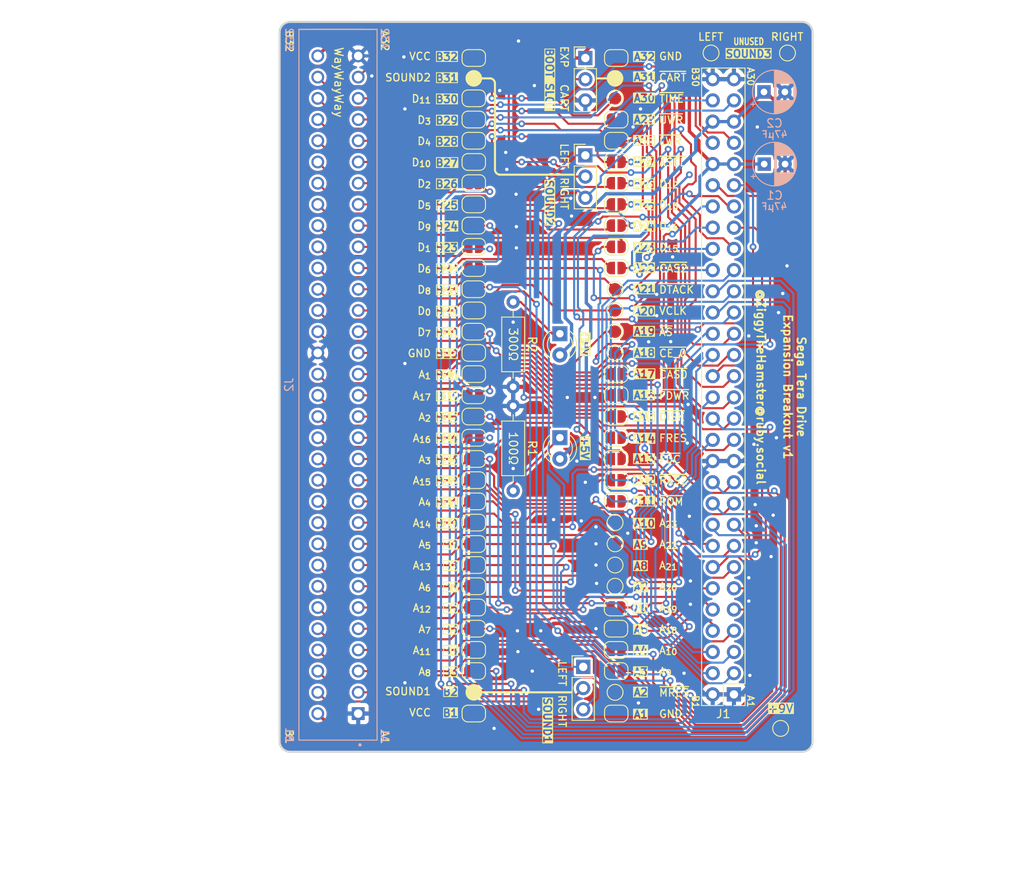
<source format=kicad_pcb>
(kicad_pcb (version 20221018) (generator pcbnew)
  (title_block (title "Sega Tera Drive MegaCD Adapter") (date "2023-11-26") (rev "1") (company "@ZiggyTheHamster@ruby.social"))
  (layers (0 "F.Cu" signal) (31 "B.Cu" signal) (34 "B.Paste" user) (35 "F.Paste" user) (36 "B.SilkS" user "B.Silkscreen") (37 "F.SilkS" user "F.Silkscreen") (38 "B.Mask" user) (39 "F.Mask" user) (44 "Edge.Cuts" user))
  (net 0 "")
  (net 1 "VCC")
  (net 2 "+9V")
  (net 3 "Net-(D1-K)")
  (net 4 "Net-(D2-K)")
  (net 5 "A_{9}")
  (net 6 "A_{10}")
  (net 7 "A_{18}")
  (net 8 "A_{19}")
  (net 9 "~{ROM}")
  (net 10 "~{RAS2}")
  (net 11 "~{FDC}")
  (net 12 "FRES")
  (net 13 "~{DISK}")
  (net 14 "~{FDWR}")
  (net 15 "~{CAS0}")
  (net 16 "~{CAS2}")
  (net 17 "D_{15}")
  (net 18 "D_{14}")
  (net 19 "D_{13}")
  (net 20 "D_{12}")
  (net 21 "~{ASEL}")
  (net 22 "~{LWR}")
  (net 23 "~{UWR}")
  (net 24 "~{CART}")
  (net 25 "SL2")
  (net 26 "SOUND1")
  (net 27 "SR2")
  (net 28 "A_{8}")
  (net 29 "A_{11}")
  (net 30 "A_{7}")
  (net 31 "A_{12}")
  (net 32 "A_{6}")
  (net 33 "A_{13}")
  (net 34 "A_{5}")
  (net 35 "A_{14}")
  (net 36 "A_{4}")
  (net 37 "A_{15}")
  (net 38 "A_{3}")
  (net 39 "A_{16}")
  (net 40 "A_{2}")
  (net 41 "A_{17}")
  (net 42 "A_{1}")
  (net 43 "D_{7}")
  (net 44 "D_{0}")
  (net 45 "D_{8}")
  (net 46 "D_{6}")
  (net 47 "D_{1}")
  (net 48 "D_{9}")
  (net 49 "D_{5}")
  (net 50 "D_{2}")
  (net 51 "D_{10}")
  (net 52 "D_{4}")
  (net 53 "D_{3}")
  (net 54 "D_{11}")
  (net 55 "SOUND2")
  (net 56 "~{MRES}")
  (net 57 "A_{20}")
  (net 58 "A_{21}")
  (net 59 "A_{22}")
  (net 60 "A_{23}")
  (net 61 "~{CE_0}")
  (net 62 "~{AS}")
  (net 63 "VCLK")
  (net 64 "~{DTACK}")
  (net 65 "~{TIME}")
  (net 66 "SL3")
  (net 67 "SR3")
  (net 68 "GND")
  (footprint "Sega:SolderJumper-2_P1.3mm_Open_RoundedPad1.0x1.5mm_PretendShorted" (layer "F.Cu") (at 99.71 84.074)
    (fp_text reference "JPA25" hide)
    (fp_text value "SolderJumper_2_Open" hide)
  )
  (footprint "TestPoint:TestPoint_Pad_D1.5mm" (layer "F.Cu") (at 99.568 127.254)
    (fp_text reference "TPA8" hide)
    (fp_text value "Tera Drive extra address A_{21}" hide)
  )
  (footprint "Sega:SolderJumper-2_P1.3mm_Open_RoundedPad1.0x1.5mm_PretendShorted" (layer "F.Cu") (at 99.71 139.954)
    (fp_text reference "JPA3" hide)
    (fp_text value "SolderJumper_2_Open" hide)
  )
  (footprint "Sega:SolderJumper-2_P1.3mm_Open_RoundedPad1.0x1.5mm_PretendShorted" (layer "F.Cu") (at 99.68 132.334)
    (fp_text reference "JPA6" hide)
    (fp_text value "SolderJumper_2_Open" hide)
  )
  (footprint "Sega:SolderJumper-2_P1.3mm_Open_RoundedPad1.0x1.5mm_PretendShorted" (layer "F.Cu") (at 99.71 112.014)
    (fp_text reference "JPA14" hide)
    (fp_text value "SolderJumper_2_Open" hide)
  )
  (footprint "Sega:SolderJumper-2_P1.3mm_Open_RoundedPad1.0x1.5mm_PretendShorted" (layer "F.Cu") (at 82.662 96.774)
    (fp_text reference "JPB20" hide)
    (fp_text value "SolderJumper_2_Open" hide)
  )
  (footprint "Sega:SolderJumper-2_P1.3mm_Open_RoundedPad1.0x1.5mm_PretendShorted" (layer "F.Cu") (at 82.662 73.914)
    (fp_text reference "JPB29" hide)
    (fp_text value "SolderJumper_2_Open" hide)
  )
  (footprint "Sega:SolderJumper-2_P1.3mm_Open_RoundedPad1.0x1.5mm_PretendShorted" (layer "F.Cu") (at 82.662 139.954)
    (fp_text reference "JPB3" hide)
    (fp_text value "SolderJumper_2_Open" hide)
  )
  (footprint "Sega:SolderJumper-2_P1.3mm_Open_RoundedPad1.0x1.5mm_PretendShorted" (layer "F.Cu") (at 82.662 71.374)
    (fp_text reference "JPB30" hide)
    (fp_text value "SolderJumper_2_Open" hide)
  )
  (footprint "Resistor_THT:R_Axial_DIN0207_L6.3mm_D2.5mm_P10.16mm_Horizontal" (layer "F.Cu") (at 87.376 118.364 90)
    (fp_text reference "R1")
    (fp_text value "100Ω")
  )
  (footprint "Sega:SolderJumper-2_P1.3mm_Open_RoundedPad1.0x1.5mm_PretendShorted" (layer "F.Cu") (at 99.71 119.634)
    (fp_text reference "JPA11" hide)
    (fp_text value "SolderJumper_2_Open" hide)
  )
  (footprint "Sega:SolderJumper-2_P1.3mm_Open_RoundedPad1.0x1.5mm_PretendShorted" (layer "F.Cu") (at 99.71 106.934)
    (fp_text reference "JPA16" hide)
    (fp_text value "SolderJumper_2_Open" hide)
  )
  (footprint "Sega:SolderJumper-2_P1.3mm_Open_RoundedPad1.0x1.5mm_PretendShorted" (layer "F.Cu") (at 82.662 66.548)
    (fp_text reference "JPB32" hide)
    (fp_text value "SolderJumper_2_Open" hide)
  )
  (footprint "Sega:SolderJumper-2_P1.3mm_Open_RoundedPad1.0x1.5mm_PretendShorted" (layer "F.Cu") (at 82.662 119.634)
    (fp_text reference "JPB11" hide)
    (fp_text value "SolderJumper_2_Open" hide)
  )
  (footprint "Sega:SolderJumper-2_P1.3mm_Open_RoundedPad1.0x1.5mm_PretendShorted" (layer "F.Cu") (at 82.662 122.174)
    (fp_text reference "JPB10" hide)
    (fp_text value "SolderJumper_2_Open" hide)
  )
  (footprint "LED_THT:LED_D3.0mm" (layer "F.Cu") (at 92.964 99.563 -90)
    (fp_text reference "D2" hide)
    (fp_text value "+9V Indicator")
  )
  (footprint "Sega:SolderJumper-2_P1.3mm_Open_RoundedPad1.0x1.5mm_PretendShorted" (layer "F.Cu") (at 99.71 89.154)
    (fp_text reference "JPA23" hide)
    (fp_text value "SolderJumper_2_Open" hide)
  )
  (footprint "Sega:SolderJumper-2_P1.3mm_Open_RoundedPad1.0x1.5mm_PretendShorted" (layer "F.Cu") (at 99.71 81.534)
    (fp_text reference "JPA26" hide)
    (fp_text value "SolderJumper_2_Open" hide)
  )
  (footprint "Sega:SolderJumper-2_P1.3mm_Open_RoundedPad1.0x1.5mm_PretendShorted" (layer "F.Cu") (at 99.68 137.414)
    (fp_text reference "JPA4" hide)
    (fp_text value "SolderJumper_2_Open" hide)
  )
  (footprint "TestPoint:TestPoint_Pad_D1.5mm" (layer "F.Cu") (at 99.568 142.494)
    (fp_text reference "TPA2" hide)
    (fp_text value "Tera Drive cartridge reset (cart slot B2)" hide)
  )
  (footprint "TestPoint:TestPoint_Pad_D1.5mm" (layer "F.Cu") (at 99.568 124.714)
    (fp_text reference "TPA9" hide)
    (fp_text value "Tera Drive extra address A_{22}" hide)
  )
  (footprint "TestPoint:TestPoint_Pad_D1.5mm" (layer "F.Cu") (at 111.054971 65.9509)
    (fp_text reference "TPSL3" hide)
    (fp_text value "MegaCD Sound Left 3 (unused)")
  )
  (footprint "Sega:SolderJumper-2_P1.3mm_Open_RoundedPad1.0x1.5mm_PretendShorted" (layer "F.Cu") (at 82.662 132.334)
    (fp_text reference "JPB6" hide)
    (fp_text value "SolderJumper_2_Open" hide)
  )
  (footprint "Sega:SolderJumper-2_P1.3mm_Open_RoundedPad1.0x1.5mm_PretendShorted" (layer "F.Cu") (at 82.662 101.854)
    (fp_text reference "JPB18" hide)
    (fp_text value "SolderJumper_2_Open" hide)
  )
  (footprint "Sega:PinHeader_2x30_P2.54mm_Vertical_AB_Numbering" (layer "F.Cu") (at 113.792 142.743 180)
    (fp_text reference "J1")
    (fp_text value "Mega CD Header")
  )
  (footprint "Sega:SolderJumper-2_P1.3mm_Open_RoundedPad1.0x1.5mm_PretendShorted" (layer "F.Cu") (at 99.71 117.094)
    (fp_text reference "JPA12" hide)
    (fp_text value "SolderJumper_2_Open" hide)
  )
  (footprint "LED_THT:LED_D3.0mm" (layer "F.Cu") (at 92.964 112.009 -90)
    (fp_text reference "D1" hide)
    (fp_text value "+5V Indicator")
  )
  (footprint "Sega:SolderJumper-2_P1.3mm_Open_RoundedPad1.0x1.5mm_PretendShorted" (layer "F.Cu") (at 99.71 66.548)
    (fp_text reference "JPA32" hide)
    (fp_text value "SolderJumper_2_Open" hide)
  )
  (footprint "Sega:SolderJumper-2_P1.3mm_Open_RoundedPad1.0x1.5mm_PretendShorted" (layer "F.Cu") (at 82.662 94.234)
    (fp_text reference "JPB21" hide)
    (fp_text value "SolderJumper_2_Open" hide)
  )
  (footprint "Sega:SolderJumper-2_P1.3mm_Open_RoundedPad1.0x1.5mm_PretendShorted" (layer "F.Cu") (at 99.71 73.914)
    (fp_text reference "JPA29" hide)
    (fp_text value "SolderJumper_2_Open" hide)
  )
  (footprint "Sega:SolderJumper-2_P1.3mm_Open_RoundedPad1.0x1.5mm_PretendShorted" (layer "F.Cu") (at 82.662 89.154)
    (fp_text reference "JPB23" hide)
    (fp_text value "SolderJumper_2_Open" hide)
  )
  (footprint "Sega:Tera_A_Legend" (layer "F.Cu") (at 101.703218 145.868222)
    (fp_text reference "REF**" hide)
    (fp_text value "Tera_A_Legend" hide)
  )
  (footprint "Sega:SolderJumper-2_P1.3mm_Open_RoundedPad1.0x1.5mm_PretendShorted" (layer "F.Cu") (at 82.662 76.454)
    (fp_text reference "JPB28" hide)
    (fp_text value "SolderJumper_2_Open" hide)
  )
  (footprint "TestPoint:TestPoint_Pad_D1.5mm" (layer "F.Cu") (at 99.568 99.314)
    (fp_text reference "TPA19" hide)
    (fp_text value "Tera Drive cartridge address strobe (cart slot B18)" hide)
  )
  (footprint "Sega:SolderJumper-2_P1.3mm_Open_RoundedPad1.0x1.5mm_PretendShorted" (layer "F.Cu") (at 82.662 114.554)
    (fp_text reference "JPB13" hide)
    (fp_text value "SolderJumper_2_Open" hide)
  )
  (footprint "Sega:SolderJumper-2_P1.3mm_Open_RoundedPad1.0x1.5mm_PretendShorted" (layer "F.Cu") (at 99.71 104.394)
    (fp_text reference "JPA17" hide)
    (fp_text value "SolderJumper_2_Open" hide)
  )
  (footprint "Sega:SolderJumper-2_P1.3mm_Open_RoundedPad1.0x1.5mm_PretendShorted" (layer "F.Cu") (at 99.71 145.034)
    (fp_text reference "JPA1" hide)
    (fp_text value "SolderJumper_2_Open" hide)
  )
  (footprint "Resistor_THT:R_Axial_DIN0207_L6.3mm_D2.5mm_P10.16mm_Horizontal" (layer "F.Cu") (at 87.376 95.758 -90)
    (fp_text reference "R2")
    (fp_text value "300Ω")
  )
  (footprint "Sega:SolderJumper-2_P1.3mm_Open_RoundedPad1.0x1.5mm_PretendShorted" (layer "F.Cu") (at 82.662 145.034)
    (fp_text reference "JPB1" hide)
    (fp_text value "SolderJumper_2_Open" hide)
  )
  (footprint "Sega:SolderJumper-2_P1.3mm_Open_RoundedPad1.0x1.5mm_PretendShorted" (layer "F.Cu") (at 82.662 117.094)
    (fp_text reference "JPB12" hide)
    (fp_text value "SolderJumper_2_Open" hide)
  )
  (footprint "Sega:SolderJumper-2_P1.3mm_Open_RoundedPad1.0x1.5mm_PretendShorted" (layer "F.Cu") (at 99.71 78.994)
    (fp_text reference "JPA27" hide)
    (fp_text value "SolderJumper_2_Open" hide)
  )
  (footprint "Sega:SolderJumper-2_P1.3mm_Open_RoundedPad1.0x1.5mm_PretendShorted" (layer "F.Cu") (at 82.662 129.794)
    (fp_text reference "JPB7" hide)
    (fp_text value "SolderJumper_2_Open" hide)
  )
  (footprint "Sega:SolderJumper-2_P1.3mm_Open_RoundedPad1.0x1.5mm_PretendShorted" (layer "F.Cu") (at 82.662 134.874)
    (fp_text reference "JPB5" hide)
    (fp_text value "SolderJumper_2_Open" hide)
  )
  (footprint "Sega:SolderJumper-2_P1.3mm_Open_RoundedPad1.0x1.5mm_PretendShorted" (layer "F.Cu") (at 82.662 124.73789)
    (fp_text reference "JPB9" hide)
    (fp_text value "SolderJumper_2_Open" hide)
  )
  (footprint "TestPoint:TestPoint_Pad_D1.5mm" (layer "F.Cu") (at 99.568 71.374)
    (fp_text reference "TPA30" hide)
    (fp_text value "Tera Drive cartridge ??? signal (cart slot B31)" hide)
  )
  (footprint "Sega:SolderJumper-2_P1.3mm_Open_RoundedPad1.0x1.5mm_PretendShorted" (layer "F.Cu") (at 99.68 134.874)
    (fp_text reference "JPA5" hide)
    (fp_text value "SolderJumper_2_Open" hide)
  )
  (footprint "Sega:Tera_B_Legend" (layer "F.Cu") (at 80.787479 145.868222)
    (fp_text reference "REF**" hide)
    (fp_text value "Tera_B_Legend" hide)
  )
  (footprint "Sega:SolderJumper-2_P1.3mm_Open_RoundedPad1.0x1.5mm_PretendShorted" (layer "F.Cu") (at 82.662 81.534)
    (fp_text reference "JPB26" hide)
    (fp_text value "SolderJumper_2_Open" hide)
  )
  (footprint "Sega:SolderJumper-2_P1.3mm_Open_RoundedPad1.0x1.5mm_PretendShorted" (layer "F.Cu") (at 82.662 106.934)
    (fp_text reference "JPB16" hide)
    (fp_text value "SolderJumper_2_Open" hide)
  )
  (footprint "Sega:SolderJumper-2_P1.3mm_Open_RoundedPad1.0x1.5mm_PretendShorted" (layer "F.Cu") (at 82.662 127.254)
    (fp_text reference "JPB8" hide)
    (fp_text value "SolderJumper_2_Open" hide)
  )
  (footprint "TestPoint:TestPoint_Pad_D1.5mm" (layer "F.Cu") (at 120.198971 65.9509)
    (fp_text reference "TPSR3" hide)
    (fp_text value "MegaCD Sound Right 3 (unused)")
  )
  (footprint "Sega:SolderJumper-2_P1.3mm_Open_RoundedPad1.0x1.5mm_PretendShorted" (layer "F.Cu") (at 82.662 112.014)
    (fp_text reference "JPB14" hide)
    (fp_text value "SolderJumper_2_Open" hide)
  )
  (footprint "TestPoint:TestPoint_Pad_D1.5mm" (layer "F.Cu") (at 99.568 94.234)
    (fp_text reference "TPA21" hide)
    (fp_text value "Tera Drive cartridge data xfer ack (cart slot B20)" hide)
  )
  (footprint "TestPoint:TestPoint_Pad_D1.5mm" (layer "F.Cu") (at 119.38 146.812)
    (fp_text reference "TP9V1" hide)
    (fp_text value "MegaCD +9V" hide)
  )
  (footprint "Sega:SolderJumper-2_P1.3mm_Open_RoundedPad1.0x1.5mm_PretendShorted" (layer "F.Cu") (at 82.662 91.694)
    (fp_text reference "JPB22" hide)
    (fp_text value "SolderJumper_2_Open" hide)
  )
  (footprint "Connector_PinHeader_2.54mm:PinHeader_1x03_P2.54mm_Vertical" (layer "F.Cu") (at 95.758 139.446)
    (fp_text reference "JPB2" hide)
    (fp_text value "Sound 1 Left/Right")
  )
  (footprint "Sega:SolderJumper-2_P1.3mm_Open_RoundedPad1.0x1.5mm_PretendShorted" (layer "F.Cu") (at 99.71 109.474)
    (fp_text reference "JPA15" hide)
    (fp_text value "SolderJumper_2_Open" hide)
  )
  (footprint "Sega:SolderJumper-2_P1.3mm_Open_RoundedPad1.0x1.5mm_PretendShorted" (layer "F.Cu") (at 82.662 84.074)
    (fp_text reference "JPB25" hide)
    (fp_text value "SolderJumper_2_Open" hide)
  )
  (footprint "TestPoint:TestPoint_Pad_D1.5mm" (layer "F.Cu") (at 99.568 129.794)
    (fp_text reference "TPA7" hide)
    (fp_text value "Tera Drive extra address A_{20}" hide)
  )
  (footprint "TestPoint:TestPoint_Pad_D1.5mm" (layer "F.Cu") (at 99.568 122.174)
    (fp_text reference "TPA10" hide)
    (fp_text value "Tera Drive extra address A_{23}" hide)
  )
  (footprint "Sega:SolderJumper-2_P1.3mm_Open_RoundedPad1.0x1.5mm_PretendShorted" (layer "F.Cu") (at 82.662 109.474)
    (fp_text reference "JPB15" hide)
    (fp_text value "SolderJumper_2_Open" hide)
  )
  (footprint "TestPoint:TestPoint_Pad_D1.5mm" (layer "F.Cu") (at 99.568 96.774)
    (fp_text reference "TPA20" hide)
    (fp_text value "Tera Drive cartridge 68K data clock (cart slot B19)" hide)
  )
  (footprint "Sega:SolderJumper-2_P1.3mm_Open_RoundedPad1.0x1.5mm_PretendShorted" (layer "F.Cu") (at 82.662 104.394)
    (fp_text reference "JPB17" hide)
    (fp_text value "SolderJumper_2_Open" hide)
  )
  (footprint "Sega:SolderJumper-2_P1.3mm_Open_RoundedPad1.0x1.5mm_PretendShorted" (layer "F.Cu") (at 82.662 86.614)
    (fp_text reference "JPB24" hide)
    (fp_text value "SolderJumper_2_Open" hide)
  )
  (footprint "Sega:SolderJumper-2_P1.3mm_Open_RoundedPad1.0x1.5mm_PretendShorted" (layer "F.Cu") (at 99.71 86.614)
    (fp_text reference "JPA24" hide)
    (fp_text value "SolderJumper_2_Open" hide)
  )
  (footprint "Connector_PinHeader_2.54mm:PinHeader_1x03_P2.54mm_Vertical" (layer "F.Cu") (at 96.012 66.548)
    (fp_text reference "JPA31" hide)
    (fp_text value "Exp/Cart Boot")
  )
  (footprint "Sega:SolderJumper-2_P1.3mm_Open_RoundedPad1.0x1.5mm_PretendShorted" (layer "F.Cu") (at 99.71 91.694)
    (fp_text reference "JPA22" hide)
    (fp_text value "SolderJumper_2_Open" hide)
  )
  (footprint "TestPoint:TestPoint_Pad_D1.5mm" (layer "F.Cu") (at 99.568 101.854)
    (fp_text reference "TPA18" hide)
    (fp_text value "Tera Drive cartridge chip enable (cart slot B17)" hide)
  )
  (footprint "Sega:SolderJumper-2_P1.3mm_Open_RoundedPad1.0x1.5mm_PretendShorted" (layer "F.Cu") (at 99.71 76.454)
    (fp_text reference "JPA28" hide)
    (fp_text value "SolderJumper_2_Open" hide)
  )
  (footprint "Sega:SolderJumper-2_P1.3mm_Open_RoundedPad1.0x1.5mm_PretendShorted" (layer "F.Cu") (at 82.662 137.414)
    (fp_text reference "JPB4" hide)
    (fp_text value "SolderJumper_2_Open" hide)
  )
  (footprint "Connector_PinHeader_2.54mm:PinHeader_1x03_P2.54mm_Vertical" (layer "F.Cu") (at 96.012 78.20656)
    (fp_text reference "JPB31" hide)
    (fp_text value "Sound 2 Left/Right")
  )
  (footprint "Sega:SolderJumper-2_P1.3mm_Open_RoundedPad1.0x1.5mm_PretendShorted" (layer "F.Cu") (at 82.662 78.994)
    (fp_text reference "JPB27" hide)
    (fp_text value "SolderJumper_2_Open" hide)
  )
  (footprint "Sega:SolderJumper-2_P1.3mm_Open_RoundedPad1.0x1.5mm_PretendShorted" (layer "F.Cu") (at 99.71 114.554)
    (fp_text reference "JPA13" hide)
    (fp_text value "SolderJumper_2_Open" hide)
  )
  (footprint "Sega:SolderJumper-2_P1.3mm_Open_RoundedPad1.0x1.5mm_PretendShorted" (layer "F.Cu") (at 82.662 99.314)
    (fp_text reference "JPB19" hide)
    (fp_text value "SolderJumper_2_Open" hide)
  )
  (footprint "Sega:TE_1761469-1_BA_Numbering" (layer "B.Cu") (at 68.954 105.668 90)
    (fp_text reference "J2")
    (fp_text value "Tera Drive Expansion Port")
  )
  (footprint "Capacitor_THT:CP_Radial_D5.0mm_P2.50mm" (layer "B.Cu") (at 117.388 70.612)
    (fp_text reference "C2")
    (fp_text value "47μF")
  )
  (footprint "Capacitor_THT:CP_Radial_D5.0mm_P2.50mm" (layer "B.Cu") (at 117.412887 79.248)
    (fp_text reference "C1")
    (fp_text value "47μF")
  )
  (gr_line (start 94.614798 80.518) (end 85.737811 80.518) (stroke (width 0.25)) (layer "F.SilkS"))
  (gr_circle (center 82.662 68.986782) (end 82.662 69.902592) (stroke (width 0.15)) (fill solid) (layer "F.SilkS"))
  (gr_circle (center 99.568 68.98781) (end 99.568 69.90362) (stroke (width 0.15)) (fill solid) (layer "F.SilkS"))
  (gr_arc (start 84.65807 68.986481) (mid 85.042449 69.189445) (end 85.196248 69.596) (stroke (width 0.25)) (layer "F.SilkS"))
  (gr_line (start 99.568 68.98781) (end 97.408059 68.988413) (stroke (width 0.25)) (layer "F.SilkS"))
  (gr_line (start 84.65807 68.98648) (end 82.498129 68.987083) (stroke (width 0.25)) (layer "F.SilkS"))
  (gr_line (start 94.35 142.494) (end 82.498129 142.494) (stroke (width 0.25)) (layer "F.SilkS"))
  (gr_arc (start 85.737811 80.514955) (mid 85.353457 80.311983) (end 85.199633 79.905436) (stroke (width 0.25)) (layer "F.SilkS"))
  (gr_line (start 85.196248 69.596) (end 85.199633 79.905436) (stroke (width 0.25)) (layer "F.SilkS"))
  (gr_circle (center 82.662 142.494302) (end 82.662 143.410112) (stroke (width 0.15)) (fill solid) (layer "F.SilkS"))
  (gr_arc (start 59.436 63.483626) (mid 59.798662 62.599044) (end 60.6806 62.23) (stroke (width 0.25)) (layer "Edge.Cuts"))
  (gr_arc (start 123.19 148.374008) (mid 122.829546 149.244999) (end 121.958782 149.606) (stroke (width 0.25)) (layer "Edge.Cuts"))
  (gr_arc (start 60.676179 149.606) (mid 59.7998 149.244069) (end 59.436 148.368465) (stroke (width 0.25)) (layer "Edge.Cuts"))
  (gr_line (start 121.958782 149.606) (end 60.676179 149.606) (stroke (width 0.25)) (layer "Edge.Cuts"))
  (gr_line (start 59.436 148.368465) (end 59.436 63.483626) (stroke (width 0.25)) (layer "Edge.Cuts"))
  (gr_line (start 123.19 63.483626) (end 123.19 148.374008) (stroke (width 0.253)) (layer "Edge.Cuts"))
  (gr_arc (start 121.936374 62.23) (mid 122.822822 62.597178) (end 123.19 63.483626) (stroke (width 0.25)) (layer "Edge.Cuts"))
  (gr_line (start 60.6806 62.23) (end 121.936374 62.23) (stroke (width 0.25)) (layer "Edge.Cuts"))
  (gr_text "B30" (at 108.712 67.564 -90) (layer "F.SilkS") (effects (font (size 0.8 0.8) (thickness 0.15) bold) (justify left bottom)))
  (gr_text "+9V" (at 95.4278 99.256571 -90) (layer "F.SilkS" knockout) (effects (font (size 0.9 0.9) (thickness 0.2) bold) (justify left bottom)))
  (gr_text "RIGHT" (at 92.964 80.74656 -90) (layer "F.SilkS") (effects (font (size 0.9 0.9)) (justify left bottom)))
  (gr_text "BOOT SLOT" (at 91.186 65.278 -90) (layer "F.SilkS" knockout) (effects (font (size 0.9 0.9) (thickness 0.2) bold) (justify left bottom)))
  (gr_text "LEFT" (at 92.964 76.68256 -90) (layer "F.SilkS") (effects (font (size 0.9 0.9)) (justify left bottom)))
  (gr_text "A1" (at 115.316 142.748 270) (layer "F.SilkS") (effects (font (size 0.8 0.8) (thickness 0.15) bold) (justify left bottom)))
  (gr_text "LEFT" (at 92.71 138.65856 -90) (layer "F.SilkS") (effects (font (size 0.9 0.9)) (justify left bottom)))
  (gr_text "SOUND3" (at 112.695542 66.5734) (layer "F.SilkS" knockout) (effects (font (size 0.9 0.9) (thickness 0.2) bold) (justify left bottom)))
  (gr_text "RIGHT" (at 92.71 142.72256 -90) (layer "F.SilkS") (effects (font (size 0.9 0.9)) (justify left bottom)))
  (gr_text "B1" (at 108.712 142.748 270) (layer "F.SilkS") (effects (font (size 0.8 0.8) (thickness 0.15) bold) (justify left bottom)))
  (gr_text "WayWayWay" (at 65.913 65.151 -90) (layer "F.SilkS") (effects (font (size 1 1)) (justify left bottom)))
  (gr_text "RIGHT" (at 118.1354 64.5414) (layer "F.SilkS") (effects (font (size 0.9 0.9)) (justify left bottom)))
  (gr_text "A30" (at 115.316 67.564 270) (layer "F.SilkS") (effects (font (size 0.8 0.8) (thickness 0.15) bold) (justify left bottom)))
  (gr_text "LEFT" (at 109.419971 64.5414) (layer "F.SilkS") (effects (font (size 0.9 0.9)) (justify left bottom)))
  (gr_text "Sega Tera Drive\nExpansion Breakout v1\n\n@ZiggyTheHamster@ruby.social" (at 116.4336 105.918 270) (layer "F.SilkS") (effects (font (size 1 1) (thickness 0.2) bold) (justify bottom)))
  (gr_text "SOUND2" (at 91.186 81.026 -90) (layer "F.SilkS" knockout) (effects (font (size 0.9 0.9) (thickness 0.2) bold) (justify left bottom)))
  (gr_text "EXP" (at 92.964 65.024 -90) (layer "F.SilkS") (effects (font (size 0.9 0.9)) (justify left bottom)))
  (gr_text "SOUND1" (at 90.932 143.002 270) (layer "F.SilkS" knockout) (effects (font (size 0.9 0.9) (thickness 0.2) bold) (justify left bottom)))
  (gr_text "CART" (at 92.964 69.596 -90) (layer "F.SilkS") (effects (font (size 0.9 0.9)) (justify left bottom)))
  (gr_text "UNUSED" (at 113.661971 65.0494) (layer "F.SilkS") (effects (font (size 0.8 0.6)) (justify left bottom)))
  (gr_text "+5V" (at 95.4278 111.702571 -90) (layer "F.SilkS" knockout) (effects (font (size 0.9 0.9) (thickness 0.2) bold) (justify left bottom)))
  (gr_text "+9V" (at 117.731191 145.034) (layer "F.SilkS" knockout) (effects (font (size 1 1)) (justify left bottom)))
  (segment (start 65.507 64.785) (end 63.994 66.298) (width 0.4) (layer "F.Cu") (net 1))
  (segment (start 82.012 65.308) (end 82.042 65.278) (width 0.4) (layer "F.Cu") (net 1))
  (segment (start 83.312 66.548) (end 96.012 66.548) (width 0.4) (layer "F.Cu") (net 1))
  (segment (start 108.458 66.294) (end 108.458 75.321) (width 0.4) (layer "F.Cu") (net 1))
  (segment (start 82.012 145.034) (end 80.488 146.558) (width 0.4) (layer "F.Cu") (net 1))
  (segment (start 83.312 146.812) (end 82.804 147.32) (width 0.4) (layer "F.Cu") (net 1))
  (segment (start 61.976 64.008) (end 82.804 64.008) (width 0.4) (layer "F.Cu") (net 1))
  (segment (start 83.312 64.516) (end 83.312 66.548) (width 0.4) (layer "F.Cu") (net 1))
  (segment (start 82.804 147.32) (end 62.738 147.32) (width 0.4) (layer "F.Cu") (net 1))
  (segment (start 83.312 145.034) (end 83.312 146.812) (width 0.4) (layer "F.Cu") (net 1))
  (segment (start 62.738 147.32) (end 61.468 146.05) (width 0.4) (layer "F.Cu") (net 1))
  (segment (start 97.282 64.516) (end 106.68 64.516) (width 0.4) (layer "F.Cu") (net 1))
  (segment (start 65.514 146.558) (end 63.994 145.038) (width 0.4) (layer "F.Cu") (net 1))
  (segment (start 96.012 66.548) (end 96.012 65.786) (width 0.4) (layer "F.Cu") (net 1))
  (segment (start 109.601 76.464) (end 109.601 77.592) (width 0.4) (layer "F.Cu") (net 1))
  (segment (start 82.012 66.548) (end 82.012 65.308) (width 0.4) (layer "F.Cu") (net 1))
  (segment (start 61.468 146.05) (end 61.468 64.516) (width 0.4) (layer "F.Cu") (net 1))
  (segment (start 61.468 64.516) (end 61.976 64.008) (width 0.4) (layer "F.Cu") (net 1))
  (segment (start 82.042 65.278) (end 81.549 64.785) (width 0.4) (layer "F.Cu") (net 1))
  (segment (start 82.804 64.008) (end 83.312 64.516) (width 0.4) (layer "F.Cu") (net 1))
  (segment (start 96.012 65.786) (end 97.282 64.516) (width 0.4) (layer "F.Cu") (net 1))
  (segment (start 109.601 77.592) (end 111.252 79.243) (width 0.4) (layer "F.Cu") (net 1))
  (segment (start 80.488 146.558) (end 65.514 146.558) (width 0.4) (layer "F.Cu") (net 1))
  (segment (start 108.458 75.321) (end 109.601 76.464) (width 0.4) (layer "F.Cu") (net 1))
  (segment (start 81.549 64.785) (end 65.507 64.785) (width 0.4) (layer "F.Cu") (net 1))
  (segment (start 106.68 64.516) (end 108.458 66.294) (width 0.4) (layer "F.Cu") (net 1))
  (segment (start 109.7255 80.7695) (end 111.252 79.243) (width 0.4) (layer "B.Cu") (net 1))
  (segment (start 96.128 88.784) (end 97.028 87.884) (width 0.4) (layer "B.Cu") (net 1))
  (segment (start 96.657 100.055) (end 96.657 96.4035) (width 0.4) (layer "B.Cu") (net 1))
  (segment (start 109.728 80.772) (end 109.7255 80.7695) (width 0.4) (layer "B.Cu") (net 1))
  (segment (start 103.881 86.614) (end 105.920793 86.614) (width 0.4) (layer "B.Cu") (net 1))
  (segment (start 102.611 87.884) (end 103.881 86.614) (width 0.4) (layer "B.Cu") (net 1))
  (segment (start 105.920793 86.614) (end 109.728 82.806793) (width 0.4) (layer "B.Cu") (net 1))
  (segment (start 96.128 100.584) (end 96.657 100.055) (width 0.4) (layer "B.Cu") (net 1))
  (segment (start 96.128 111.385) (end 96.128 100.584) (width 0.4) (layer "B.Cu") (net 1))
  (segment (start 113.792 79.243) (end 111.252 79.243) (width 0.4) (layer "B.Cu") (net 1))
  (segment (start 109.728 82.806793) (end 109.728 80.772) (width 0.4) (layer "B.Cu") (net 1))
  (segment (start 97.028 87.884) (end 102.611 87.884) (width 0.4) (layer "B.Cu") (net 1))
  (segment (start 96.128 95.8745) (end 96.128 88.784) (width 0.4) (layer "B.Cu") (net 1))
  (segment (start 96.657 96.4035) (end 96.128 95.8745) (width 0.4) (layer "B.Cu") (net 1))
  (segment (start 92.964 114.549) (end 96.128 111.385) (width 0.4) (layer "B.Cu") (net 1))
  (segment (start 117.412887 79.248) (end 113.797 79.248) (width 0.4) (layer "B.Cu") (net 1))
  (segment (start 121.92 74.93) (end 121.92 146.304) (width 0.4) (layer "F.Cu") (net 2))
  (segment (start 117.602 70.612) (end 121.92 74.93) (width 0.4) (layer "F.Cu") (net 2))
  (segment (start 121.92 146.304) (end 121.412 146.812) (width 0.4) (layer "F.Cu") (net 2))
  (segment (start 121.412 146.812) (end 119.38 146.812) (width 0.4) (layer "F.Cu") (net 2))
  (segment (start 94.364 98.428) (end 94.364 100.703) (width 0.4) (layer "B.Cu") (net 2))
  (segment (start 109.22 77.724) (end 104.14 82.804) (width 0.4) (layer "B.Cu") (net 2))
  (segment (start 93.599 97.663) (end 94.364 98.428) (width 0.4) (layer "B.Cu") (net 2))
  (segment (start 98.496626 82.804) (end 93.599 87.701626) (width 0.4) (layer "B.Cu") (net 2))
  (segment (start 109.22 76.195) (end 109.22 77.724) (width 0.4) (layer "B.Cu") (net 2))
  (segment (start 94.364 100.703) (end 92.964 102.103) (width 0.4) (layer "B.Cu") (net 2))
  (segment (start 104.14 82.804) (end 98.496626 82.804) (width 0.4) (layer "B.Cu") (net 2))
  (segment (start 111.252 74.163) (end 109.22 76.195) (width 0.4) (layer "B.Cu") (net 2))
  (segment (start 113.792 74.163) (end 111.252 74.163) (width 0.4) (layer "B.Cu") (net 2))
  (segment (start 117.343 70.612) (end 113.792 74.163) (width 0.4) (layer "B.Cu") (net 2))
  (segment (start 93.599 87.701626) (end 93.599 97.663) (width 0.4) (layer "B.Cu") (net 2))
  (segment (start 87.376 117.597) (end 92.964 112.009) (width 0.25) (layer "F.Cu") (net 3))
  (segment (start 87.376 118.364) (end 87.376 117.597) (width 0.25) (layer "F.Cu") (net 3))
  (segment (start 92.07 99.563) (end 92.964 99.563) (width 0.25) (layer "F.Cu") (net 4))
  (segment (start 87.376 95.758) (end 88.265 95.758) (width 0.25) (layer "F.Cu") (net 4))
  (segment (start 88.265 95.758) (end 92.07 99.563) (width 0.25) (layer "F.Cu") (net 4))
  (segment (start 115.370418 147.284) (end 119.8485 142.805918) (width 0.25) (layer "F.Cu") (net 5))
  (segment (start 80.275038 139.958) (end 68.834 139.958) (width 0.25) (layer "F.Cu") (net 5))
  (segment (start 93.5595 137.5805) (end 92.651 138.489) (width 0.25) (layer "F.Cu") (net 5))
  (segment (start 81.744039 138.489) (end 80.275038 139.958) (width 0.25) (layer "F.Cu") (net 5))
  (segment (start 93.5595 137.5805) (end 97.125104 137.5805) (width 0.25) (layer "F.Cu") (net 5))
  (segment (start 119.8485 119.5945) (end 118.618 118.364) (width 0.25) (layer "F.Cu") (net 5))
  (segment (start 119.8485 142.805918) (end 119.8485 119.5945) (width 0.25) (layer "F.Cu") (net 5))
  (segment (start 101.456715 139.954) (end 108.786715 147.284) (width 0.25) (layer "F.Cu") (net 5))
  (segment (start 92.651 138.489) (end 81.744039 138.489) (width 0.25) (layer "F.Cu") (net 5))
  (segment (start 100.36 139.954) (end 101.456715 139.954) (width 0.25) (layer "F.Cu") (net 5))
  (segment (start 108.786715 147.284) (end 115.370418 147.284) (width 0.25) (layer "F.Cu") (net 5))
  (segment (start 99.06 139.515396) (end 97.125104 137.5805) (width 0.25) (layer "F.Cu") (net 5))
  (via (at 118.618 118.364) (size 0.8) (drill 0.4) (layers "F.Cu" "B.Cu") (net 5))
  (segment (start 118.618 118.364) (end 118.362644 118.619356) (width 0.25) (layer "B.Cu") (net 5))
  (segment (start 112.528356 118.619356) (end 111.252 117.343) (width 0.25) (layer "B.Cu") (net 5))
  (segment (start 118.362644 118.619356) (end 112.528356 118.619356) (width 0.25) (layer "B.Cu") (net 5))
  (segment (start 108.458 134.62) (end 106.299 136.779) (width 0.25) (layer "F.Cu") (net 6))
  (segment (start 80.317609 137.418) (end 81.396609 136.339) (width 0.25) (layer "F.Cu") (net 6))
  (segment (start 103.505 136.779) (end 102.87 137.414) (width 0.25) (layer "F.Cu") (net 6))
  (segment (start 98.231396 137.414) (end 99.03 137.414) (width 0.25) (layer "F.Cu") (net 6))
  (segment (start 106.299 136.779) (end 103.505 136.779) (width 0.25) (layer "F.Cu") (net 6))
  (segment (start 97.156396 136.339) (end 98.231396 137.414) (width 0.25) (layer "F.Cu") (net 6))
  (segment (start 68.834 137.418) (end 80.317609 137.418) (width 0.25) (layer "F.Cu") (net 6))
  (segment (start 81.396609 136.339) (end 97.156396 136.339) (width 0.25) (layer "F.Cu") (net 6))
  (segment (start 102.87 137.414) (end 100.33 137.414) (width 0.25) (layer "F.Cu") (net 6))
  (via (at 108.458 134.62) (size 0.8) (drill 0.4) (layers "F.Cu" "B.Cu") (net 6))
  (segment (start 109.22 114.295) (end 111.252 112.263) (width 0.25) (layer "B.Cu") (net 6))
  (segment (start 109.22 116.586) (end 109.22 114.295) (width 0.25) (layer "B.Cu") (net 6))
  (segment (start 106.389 132.551) (end 106.389 119.417) (width 0.25) (layer "B.Cu") (net 6))
  (segment (start 108.458 134.62) (end 106.389 132.551) (width 0.25) (layer "B.Cu") (net 6))
  (segment (start 106.389 119.417) (end 109.22 116.586) (width 0.25) (layer "B.Cu") (net 6))
  (segment (start 105.664 132.842) (end 104.05 132.842) (width 0.25) (layer "F.Cu") (net 7))
  (segment (start 91.949 133.603) (end 91.789 133.763) (width 0.25) (layer "F.Cu") (net 7))
  (segment (start 118.11 83.439) (end 117.729 83.058) (width 0.25) (layer "F.Cu") (net 7))
  (segment (start 81.289838 133.763) (end 80.174838 134.878) (width 0.25) (layer "F.Cu") (net 7))
  (segment (start 117.729 83.058) (end 113.03 83.058) (width 0.25) (layer "F.Cu") (net 7))
  (segment (start 99.03 134.874) (end 98.205 134.049) (width 0.25) (layer "F.Cu") (net 7))
  (segment (start 91.789 133.763) (end 81.289838 133.763) (width 0.25) (layer "F.Cu") (net 7))
  (segment (start 118.11 100.838) (end 118.11 83.439) (width 0.25) (layer "F.Cu") (net 7))
  (segment (start 102.018 134.874) (end 100.33 134.874) (width 0.25) (layer "F.Cu") (net 7))
  (segment (start 104.05 132.842) (end 102.018 134.874) (width 0.25) (layer "F.Cu") (net 7))
  (segment (start 94.164884 134.049) (end 93.718884 133.603) (width 0.25) (layer "F.Cu") (net 7))
  (segment (start 80.174838 134.878) (end 68.834 134.878) (width 0.25) (layer "F.Cu") (net 7))
  (segment (start 98.205 134.049) (end 94.164884 134.049) (width 0.25) (layer "F.Cu") (net 7))
  (segment (start 113.03 83.058) (end 111.76 81.788) (width 0.25) (layer "F.Cu") (net 7))
  (segment (start 93.718884 133.603) (end 91.949 133.603) (width 0.25) (layer "F.Cu") (net 7))
  (via (at 105.664 132.842) (size 0.8) (drill 0.4) (layers "F.Cu" "B.Cu") (net 7))
  (via (at 118.11 100.838) (size 0.8) (drill 0.4) (layers "F.Cu" "B.Cu") (net 7))
  (segment (start 104.394 125.513) (end 104.394 132.392) (width 0.25) (layer "B.Cu") (net 7))
  (segment (start 107.315 114.427) (end 105.168097 116.573903) (width 0.25) (layer "B.Cu") (net 7))
  (segment (start 107.315 103.759) (end 107.315 114.427) (width 0.25) (layer "B.Cu") (net 7))
  (segment (start 104.844 132.842) (end 105.664 132.842) (width 0.25) (layer "B.Cu") (net 7))
  (segment (start 110.236 100.838) (end 107.315 103.759) (width 0.25) (layer "B.Cu") (net 7))
  (segment (start 104.394 132.392) (end 104.844 132.842) (width 0.25) (layer "B.Cu") (net 7))
  (segment (start 118.11 100.838) (end 110.236 100.838) (width 0.25) (layer "B.Cu") (net 7))
  (segment (start 105.168097 124.738903) (end 104.394 125.513) (width 0.25) (layer "B.Cu") (net 7))
  (segment (start 105.168097 116.573903) (end 105.168097 124.738903) (width 0.25) (layer "B.Cu") (net 7))
  (segment (start 101.854 132.334) (end 100.33 132.334) (width 0.25) (layer "F.Cu") (net 8))
  (segment (start 80.265729 132.338) (end 68.834 132.338) (width 0.25) (layer "F.Cu") (net 8))
  (segment (start 97.76 131.064) (end 81.539729 131.064) (width 0.25) (layer "F.Cu") (net 8))
  (segment (start 81.539729 131.064) (end 80.265729 132.338) (width 0.25) (layer "F.Cu") (net 8))
  (segment (start 99.03 132.334) (end 97.76 131.064) (width 0.25) (layer "F.Cu") (net 8))
  (via (at 101.854 132.334) (size 0.8) (drill 0.4) (layers "F.Cu" "B.Cu") (net 8))
  (segment (start 112.584877 141.410123) (end 110.676123 141.410123) (width 0.25) (layer "B.Cu") (net 8))
  (segment (start 101.854 132.588) (end 101.854 132.334) (width 0.25) (layer "B.Cu") (net 8))
  (segment (start 110.676123 141.410123) (end 101.854 132.588) (width 0.25) (layer "B.Cu") (net 8))
  (segment (start 113.792 140.203) (end 112.584877 141.410123) (width 0.25) (layer "B.Cu") (net 8))
  (segment (start 80.104396 119.638) (end 68.834 119.638) (width 0.25) (layer "F.Cu") (net 9))
  (segment (start 101.854 119.634) (end 100.36 119.634) (width 0.25) (layer "F.Cu") (net 9))
  (segment (start 81.378396 118.364) (end 80.104396 119.638) (width 0.25) (layer "F.Cu") (net 9))
  (segment (start 98.298 120.396) (end 86.36 120.396) (width 0.25) (layer "F.Cu") (net 9))
  (segment (start 99.06 119.634) (end 98.298 120.396) (width 0.25) (layer "F.Cu") (net 9))
  (segment (start 86.36 120.396) (end 84.328 118.364) (width 0.25) (layer "F.Cu") (net 9))
  (segment (start 84.328 118.364) (end 81.378396 118.364) (width 0.25) (layer "F.Cu") (net 9))
  (via (at 101.854 119.634) (size 0.8) (drill 0.4) (layers "F.Cu" "B.Cu") (net 9))
  (segment (start 98.044 96.266) (end 101.102543 93.207457) (width 0.25) (layer "B.Cu") (net 9))
  (segment (start 99.314 119.634) (end 98.044 118.364) (width 0.25) (layer "B.Cu") (net 9))
  (segment (start 101.854 119.634) (end 99.314 119.634) (width 0.25) (layer "B.Cu") (net 9))
  (segment (start 98.044 118.364) (end 98.044 96.266) (width 0.25) (layer "B.Cu") (net 9))
  (segment (start 101.102543 93.207457) (end 112.527543 93.207457) (width 0.25) (layer "B.Cu") (net 9))
  (segment (start 112.527543 93.207457) (end 113.792 91.943) (width 0.25) (layer "B.Cu") (net 9))
  (segment (start 104.394 117.983) (end 107.188 120.777) (width 0.25) (layer "F.Cu") (net 10))
  (segment (start 86.732792 119.496) (end 95.388 119.496) (width 0.25) (layer "F.Cu") (net 10))
  (segment (start 81.388134 116.019) (end 84.523 116.019) (width 0.25) (layer "F.Cu") (net 10))
  (segment (start 107.188 120.777) (end 107.188 123.444) (width 0.25) (layer "F.Cu") (net 10))
  (segment (start 102.744396 116.332) (end 104.394 117.981604) (width 0.25) (layer "F.Cu") (net 10))
  (segment (start 117.157 120.967) (end 117.157 87.757) (width 0.25) (layer "F.Cu") (net 10))
  (segment (start 104.394 117.981604) (end 104.394 117.983) (width 0.25) (layer "F.Cu") (net 10))
  (segment (start 117.602 124.714) (end 117.602 121.412) (width 0.25) (layer "F.Cu") (net 10))
  (segment (start 85.09 117.853208) (end 86.732792 119.496) (width 0.25) (layer "F.Cu") (net 10))
  (segment (start 84.523 116.019) (end 85.09 116.586) (width 0.25) (layer "F.Cu") (net 10))
  (segment (start 117.157 87.757) (end 116.263 86.863) (width 0.25) (layer "F.Cu") (net 10))
  (segment (start 117.602 121.412) (end 117.157 120.967) (width 0.25) (layer "F.Cu") (net 10))
  (segment (start 68.834 117.098) (end 80.309134 117.098) (width 0.25) (layer "F.Cu") (net 10))
  (segment (start 85.09 116.586) (end 85.09 117.853208) (width 0.25) (layer "F.Cu") (net 10))
  (segment (start 100.36 117.094) (end 101.122 116.332) (width 0.25) (layer "F.Cu") (net 10))
  (segment (start 116.332 125.984) (end 117.602 124.714) (width 0.25) (layer "F.Cu") (net 10))
  (segment (start 95.388 119.496) (end 97.79 117.094) (width 0.25) (layer "F.Cu") (net 10))
  (segment (start 116.263 86.863) (end 113.792 86.863) (width 0.25) (layer "F.Cu") (net 10))
  (segment (start 80.309134 117.098) (end 81.388134 116.019) (width 0.25) (layer "F.Cu") (net 10))
  (segment (start 101.122 116.332) (end 102.744396 116.332) (width 0.25) (layer "F.Cu") (net 10))
  (segment (start 97.79 117.094) (end 99.06 117.094) (width 0.25) (layer "F.Cu") (net 10))
  (via (at 107.188 123.444) (size 0.8) (drill 0.4) (layers "F.Cu" "B.Cu") (net 10))
  (via (at 116.332 125.984) (size 0.8) (drill 0.4) (layers "F.Cu" "B.Cu") (net 10))
  (segment (start 116.101524 126.214476) (end 109.958476 126.214476) (width 0.25) (layer "B.Cu") (net 10))
  (segment (start 109.958476 126.214476) (end 107.188 123.444) (width 0.25) (layer "B.Cu") (net 10))
  (segment (start 116.101524 126.214476) (end 116.332 125.984) (width 0.25) (layer "B.Cu") (net 10))
  (segment (start 100.36 114.554) (end 100.36 113.822) (width 0.25) (layer "F.Cu") (net 11))
  (segment (start 100.36 113.822) (end 100.076 113.538) (width 0.25) (layer "F.Cu") (net 11))
  (segment (start 88.011 110.236) (end 84.963 113.284) (width 0.25) (layer "F.Cu") (net 11))
  (segment (start 80.104396 114.558) (end 68.834 114.558) (width 0.25) (layer "F.Cu") (net 11))
  (segment (start 99.06 114.554) (end 98.552 114.554) (width 0.25) (layer "F.Cu") (net 11))
  (segment (start 94.996 110.998) (end 98.552 114.554) (width 0.25) (layer "F.Cu") (net 11))
  (segment (start 98.552 113.538) (end 95.25 110.236) (width 0.25) (layer "F.Cu") (net 11))
  (segment (start 95.25 110.236) (end 88.011 110.236) (width 0.25) (layer "F.Cu") (net 11))
  (segment (start 111.916145 83.083541) (end 108.737541 83.083541) (width 0.25) (layer "F.Cu") (net 11))
  (segment (start 98.103 85.539) (end 102.811 85.539) (width 0.25) (layer "F.Cu") (net 11))
  (segment (start 102.811 85.539) (end 102.87 85.598) (width 0.25) (layer "F.Cu") (net 11))
  (segment (start 97.536 86.106) (end 98.103 85.539) (width 0.25) (layer "F.Cu") (net 11))
  (segment (start 84.963 113.284) (end 81.378396 113.284) (width 0.25) (layer "F.Cu") (net 11))
  (segment (start 81.378396 113.284) (end 80.104396 114.558) (width 0.25) (layer "F.Cu") (net 11))
  (segment (start 100.076 113.538) (end 98.552 113.538) (width 0.25) (layer "F.Cu") (net 11))
  (segment (start 108.737541 83.083541) (end 108.458 82.804) (width 0.25) (layer "F.Cu") (net 11))
  (segment (start 113.155604 84.323) (end 111.916145 83.083541) (width 0.25) (layer "F.Cu") (net 11))
  (via (at 97.536 86.106) (size 0.8) (drill 0.4) (layers "F.Cu" "B.Cu") (net 11))
  (via (at 108.458 82.804) (size 0.8) (drill 0.4) (layers "F.Cu" "B.Cu") (net 11))
  (via (at 94.996 110.998) (size 0.8) (drill 0.4) (layers "F.Cu" "B.Cu") (net 11))
  (via (at 102.87 85.598) (size 0.8) (drill 0.4) (layers "F.Cu" "B.Cu") (net 11))
  (segment (start 95.3135 98.9965) (end 95.3135 110.6805) (width 0.25) (layer "B.Cu") (net 11))
  (segment (start 95.123 96.398884) (end 95.758 97.033884) (width 0.25) (layer "B.Cu") (net 11))
  (segment (start 95.3135 110.6805) (end 94.996 110.998) (width 0.25) (layer "B.Cu") (net 11))
  (segment (start 95.758 98.552) (end 95.3135 98.9965) (width 0.25) (layer "B.Cu") (net 11))
  (segment (start 108.458 82.804) (end 107.442 82.804) (width 0.25) (layer "B.Cu") (net 11))
  (segment (start 95.758 97.033884) (end 95.758 98.552) (width 0.25) (layer "B.Cu") (net 11))
  (segment (start 102.87 85.598) (end 104.648 85.598) (width 0.25) (layer "B.Cu") (net 11))
  (segment (start 97.147091 86.106) (end 95.123 88.13009) (width 0.25) (layer "B.Cu") (net 11))
  (segment (start 107.442 82.804) (end 104.648 85.598) (width 0.25) (layer "B.Cu") (net 11))
  (segment (start 95.123 88.13009) (end 95.123 96.398884) (width 0.25) (layer "B.Cu") (net 11))
  (segment (start 97.536 86.106) (end 97.147091 86.106) (width 0.25) (layer "B.Cu") (net 11))
  (segment (start 86.419 110.939) (end 81.183396 110.939) (width 0.25) (layer "F.Cu") (net 12))
  (segment (start 110.217084 98.316916) (end 115.297084 98.316916) (width 0.25) (layer "F.Cu") (net 12))
  (segment (start 100.36 112.014) (end 101.6 112.014) (width 0.25) (layer "F.Cu") (net 12))
  (segment (start 87.746 109.612) (end 86.419 110.939) (width 0.25) (layer "F.Cu") (net 12))
  (segment (start 96.658 109.612) (end 87.746 109.612) (width 0.25) (layer "F.Cu") (net 12))
  (segment (start 99.06 112.014) (end 96.658 109.612) (width 0.25) (layer "F.Cu") (net 12))
  (segment (start 115.297084 98.316916) (end 116.078 97.536) (width 0.25) (layer "F.Cu") (net 12))
  (segment (start 81.183396 110.939) (end 80.104396 112.018) (width 0.25) (layer "F.Cu") (net 12))
  (segment (start 116.078 97.536) (end 116.078 89.154) (width 0.25) (layer "F.Cu") (net 12))
  (segment (start 80.104396 112.018) (end 68.834 112.018) (width 0.25) (layer "F.Cu") (net 12))
  (segment (start 109.474 99.06) (end 110.217084 98.316916) (width 0.25) (layer "F.Cu") (net 12))
  (via (at 116.078 89.154) (size 0.8) (drill 0.4) (layers "F.Cu" "B.Cu") (net 12))
  (via (at 109.474 99.06) (size 0.8) (drill 0.4) (layers "F.Cu" "B.Cu") (net 12))
  (via (at 101.6 112.014) (size 0.8) (drill 0.4) (layers "F.Cu" "B.Cu") (net 12))
  (segment (start 100.584 112.014) (end 101.6 112.014) (width 0.25) (layer "B.Cu") (net 12))
  (segment (start 102.352694 99.06) (end 99.568 101.844695) (width 0.25) (layer "B.Cu") (net 12))
  (segment (start 116.078 89.154) (end 116.078 82.804) (width 0.25) (layer "B.Cu") (net 12))
  (segment (start 115.057 81.783) (end 113.792 81.783) (width 0.25) (layer "B.Cu") (net 12))
  (segment (start 116.078 82.804) (end 115.057 81.783) (width 0.25) (layer "B.Cu") (net 12))
  (segment (start 109.474 99.06) (end 102.352694 99.06) (width 0.25) (layer "B.Cu") (net 12))
  (segment (start 99.568 101.844695) (end 99.568 110.998) (width 0.25) (layer "B.Cu") (net 12))
  (segment (start 99.568 110.998) (end 100.584 112.014) (width 0.25) (layer "B.Cu") (net 12))
  (segment (start 85.598 107.637) (end 85.598 105.284396) (width 0.25) (layer "F.Cu") (net 13))
  (segment (start 92.958416 108.712) (end 98.298 108.712) (width 0.25) (layer "F.Cu") (net 13))
  (segment (start 84.836 108.399) (end 85.598 107.637) (width 0.25) (layer "F.Cu") (net 13))
  (segment (start 81.593 108.399) (end 84.836 108.399) (width 0.25) (layer "F.Cu") (net 13))
  (segment (start 86.292396 104.59) (end 88.836416 104.59) (width 0.25) (layer "F.Cu") (net 13))
  (segment (start 80.514 109.478) (end 81.593 108.399) (width 0.25) (layer "F.Cu") (net 13))
  (segment (start 85.598 105.284396) (end 86.292396 104.59) (width 0.25) (layer "F.Cu") (net 13))
  (segment (start 98.298 108.712) (end 99.06 109.474) (width 0.25) (layer "F.Cu") (net 13))
  (segment (start 68.834 109.478) (end 80.514 109.478) (width 0.25) (layer "F.Cu") (net 13))
  (segment (start 88.836416 104.59) (end 92.958416 108.712) (width 0.25) (layer "F.Cu") (net 13))
  (segment (start 101.6 109.474) (end 100.36 109.474) (width 0.25) (layer "F.Cu") (net 13))
  (via (at 101.6 109.474) (size 0.8) (drill 0.4) (layers "F.Cu" "B.Cu") (net 13))
  (segment (start 102.87 129.286) (end 102.108 128.524) (width 0.25) (layer "B.Cu") (net 13))
  (segment (start 102.108 115.189) (end 102.108 113.03) (width 0.25) (layer "B.Cu") (net 13))
  (segment (start 110.105396 140.203) (end 102.87 132.967604) (width 0.25) (layer "B.Cu") (net 13))
  (segment (start 102.108 128.524) (end 102.108 121.026812) (width 0.25) (layer "B.Cu") (net 13))
  (segment (start 102.108 113.03) (end 102.325 112.813) (width 0.25) (layer "B.Cu") (net 13))
  (segment (start 103.368097 119.766715) (end 103.368097 116.449097) (width 0.25) (layer "B.Cu") (net 13))
  (segment (start 111.252 140.203) (end 110.105396 140.203) (width 0.25) (layer "B.Cu") (net 13))
  (segment (start 102.108 121.026812) (end 103.368097 119.766715) (width 0.25) (layer "B.Cu") (net 13))
  (segment (start 102.325 109.691) (end 102.108 109.474) (width 0.25) (layer "B.Cu") (net 13))
  (segment (start 102.108 109.474) (end 101.6 109.474) (width 0.25) (layer "B.Cu") (net 13))
  (segment (start 103.368097 116.449097) (end 102.108 115.189) (width 0.25) (layer "B.Cu") (net 13))
  (segment (start 102.325 112.813) (end 102.325 109.691) (width 0.25) (layer "B.Cu") (net 13))
  (segment (start 102.87 132.967604) (end 102.87 129.286) (width 0.25) (layer "B.Cu") (net 13))
  (segment (start 98.24 106.114) (end 91.633208 106.114) (width 0.25) (layer "F.Cu") (net 14))
  (segment (start 85.54 103.69) (end 83.371 105.859) (width 0.25) (layer "F.Cu") (net 14))
  (segment (start 104.902 106.934) (end 100.36 106.934) (width 0.25) (layer "F.Cu") (net 14))
  (segment (start 76.962 106.938) (end 68.834 106.938) (width 0.25) (layer "F.Cu") (net 14))
  (segment (start 81.026 106.172) (end 77.728 106.172) (width 0.25) (layer "F.Cu") (net 14))
  (segment (start 83.371 105.859) (end 81.339 105.859) (width 0.25) (layer "F.Cu") (net 14))
  (segment (start 91.633208 106.114) (end 89.209208 103.69) (width 0.25) (layer "F.Cu") (net 14))
  (segment (start 105.395 106.441) (end 104.902 106.934) (width 0.25) (layer "F.Cu") (net 14))
  (segment (start 89.209208 103.69) (end 85.54 103.69) (width 0.25) (layer "F.Cu") (net 14))
  (segment (start 81.339 105.859) (end 81.026 106.172) (width 0.25) (layer "F.Cu") (net 14))
  (segment (start 99.06 106.934) (end 98.24 106.114) (width 0.25) (layer "F.Cu") (net 14))
  (segment (start 105.664 87.63) (end 105.395 87.899) (width 0.25) (layer "F.Cu") (net 14))
  (segment (start 105.395 87.899) (end 105.395 106.441) (width 0.25) (layer "F.Cu") (net 14))
  (segment (start 106.426 87.63) (end 105.664 87.63) (width 0.25) (layer "F.Cu") (net 14))
  (segment (start 77.728 106.172) (end 76.962 106.938) (width 0.25) (layer "F.Cu") (net 14))
  (via (at 106.426 87.63) (size 0.8) (drill 0.4) (layers "F.Cu" "B.Cu") (net 14))
  (segment (start 107.061 87.249) (end 106.68 87.63) (width 0.25) (layer "B.Cu") (net 14))
  (segment (start 106.426 87.63) (end 106.68 87.63) (width 0.25) (layer "B.Cu") (net 14))
  (segment (start 107.061 87.249) (end 107.7595 86.5505) (width 0.25) (layer "B.Cu") (net 14))
  (segment (start 109.987 84.323) (end 107.7595 86.5505) (width 0.25) (layer "B.Cu") (net 14))
  (segment (start 111.252 84.323) (end 109.987 84.323) (width 0.25) (layer "B.Cu") (net 14))
  (segment (start 106.68 87.63) (end 107.7595 86.5505) (width 0.25) (layer "B.Cu") (net 14))
  (segment (start 91.89 105.098) (end 97.352097 105.098) (width 0.25) (layer "F.Cu") (net 15))
  (segment (start 84.582 103.124) (end 84.967802 102.738198) (width 0.25) (layer "F.Cu") (net 15))
  (segment (start 97.352097 105.098) (end 98.056097 104.394) (width 0.25) (layer "F.Cu") (net 15))
  (segment (start 80.772 103.124) (end 84.582 103.124) (width 0.25) (layer "F.Cu") (net 15))
  (segment (start 98.056097 104.394) (end 99.06 104.394) (width 0.25) (layer "F.Cu") (net 15))
  (segment (start 101.854 104.394) (end 100.36 104.394) (width 0.25) (layer "F.Cu") (net 15))
  (segment (start 79.498 104.398) (end 80.772 103.124) (width 0.25) (layer "F.Cu") (net 15))
  (segment (start 84.967802 102.738198) (end 89.530198 102.738198) (width 0.25) (layer "F.Cu") (net 15))
  (segment (start 68.834 104.398) (end 79.498 104.398) (width 0.25) (layer "F.Cu") (net 15))
  (segment (start 89.530198 102.738198) (end 91.89 105.098) (width 0.25) (layer "F.Cu") (net 15))
  (via (at 101.6 104.394) (size 0.8) (drill 0.4) (layers "F.Cu" "B.Cu") (net 15))
  (segment (start 103.818097 115.764903) (end 103.818097 119.953111) (width 0.25) (layer "B.Cu") (net 15))
  (segment (start 102.616 121.155208) (end 102.616 128.395604) (width 0.25) (layer "B.Cu") (net 15))
  (segment (start 109.476792 138.938) (end 112.517 138.938) (width 0.25) (layer "B.Cu") (net 15))
  (segment (start 103.886 104.902) (end 103.886 115.697) (width 0.25) (layer "B.Cu") (net 15))
  (segment (start 101.854 104.394) (end 103.378 104.394) (width 0.25) (layer "B.Cu") (net 15))
  (segment (start 103.886 115.697) (end 103.818097 115.764903) (width 0.25) (layer "B.Cu") (net 15))
  (segment (start 102.616 128.395604) (end 103.378 129.157604) (width 0.25) (layer "B.Cu") (net 15))
  (segment (start 103.378 132.839208) (end 109.476792 138.938) (width 0.25) (layer "B.Cu") (net 15))
  (segment (start 103.378 129.157604) (end 103.378 132.839208) (width 0.25) (layer "B.Cu") (net 15))
  (segment (start 103.378 104.394) (end 103.886 104.902) (width 0.25) (layer "B.Cu") (net 15))
  (segment (start 103.818097 119.953111) (end 102.616 121.155208) (width 0.25) (layer "B.Cu") (net 15))
  (segment (start 112.517 138.938) (end 113.792 137.663) (width 0.25) (layer "B.Cu") (net 15))
  (segment (start 99.06 91.694) (end 97.985 90.619) (width 0.25) (layer "F.Cu") (net 16))
  (segment (start 68.834 91.698) (end 80.210913 91.698) (width 0.25) (layer "F.Cu") (net 16))
  (segment (start 97.985 90.619) (end 81.289913 90.619) (width 0.25) (layer "F.Cu") (net 16))
  (segment (start 101.6 91.694) (end 100.36 91.694) (width 0.25) (layer "F.Cu") (net 16))
  (segment (start 81.289913 90.619) (end 80.210913 91.698) (width 0.25) (layer "F.Cu") (net 16))
  (via (at 101.6 91.694) (size 0.8) (drill 0.4) (layers "F.Cu" "B.Cu") (net 16))
  (segment (start 102.874653 88.514347) (end 101.6 89.789) (width 0.25) (layer "B.Cu") (net 16))
  (segment (start 109.347347 86.863) (end 107.696 88.514347) (width 0.25) (layer "B.Cu") (net 16))
  (segment (start 107.696 88.514347) (end 102.874653 88.514347) (width 0.25) (layer "B.Cu") (net 16))
  (segment (start 111.252 86.863) (end 109.347347 86.863) (width 0.25) (layer "B.Cu") (net 16))
  (segment (start 101.6 89.789) (end 101.6 91.694) (width 0.25) (layer "B.Cu") (net 16))
  (segment (start 68.834 89.158) (end 80.104396 89.158) (width 0.25) (layer "F.Cu") (net 17))
  (segment (start 80.104396 89.158) (end 81.183396 88.079) (width 0.25) (layer "F.Cu") (net 17))
  (segment (start 97.028 95.25) (end 97.087 95.309) (width 0.25) (layer "F.Cu") (net 17))
  (segment (start 101.6 95.25) (end 101.541 95.309) (width 0.25) (layer "F.Cu") (net 17))
  (segment (start 97.087 95.309) (end 101.541 95.309) (width 0.25) (layer "F.Cu") (net 17))
  (segment (start 98.044 89.154) (end 97.536 89.662) (width 0.25) (layer "F.Cu") (net 17))
  (segment (start 81.183396 88.079) (end 100.076 88.079) (width 0.25) (layer "F.Cu") (net 17))
  (segment (start 100.36 88.363) (end 100.076 88.079) (width 0.25) (layer "F.Cu") (net 17))
  (segment (start 100.36 89.154) (end 100.36 88.363) (width 0.25) (layer "F.Cu") (net 17))
  (segment (start 99.06 89.154) (end 98.044 89.154) (width 0.25) (layer "F.Cu") (net 17))
  (via (at 97.536 89.662) (size 0.8) (drill 0.4) (layers "F.Cu" "B.Cu") (net 17))
  (via (at 101.6 95.25) (size 0.8) (drill 0.4) (layers "F.Cu" "B.Cu") (net 17))
  (via (at 97.028 95.25) (size 0.8) (drill 0.4) (layers "F.Cu" "B.Cu") (net 17))
  (segment (start 113.792 94.483) (end 112.53622 95.73878) (width 0.25) (layer "B.Cu") (net 17))
  (segment (start 97.028 90.17) (end 97.028 95.25) (width 0.25) (layer "B.Cu") (net 17))
  (segment (start 102.08878 95.73878) (end 101.6 95.25) (width 0.25) (layer "B.Cu") (net 17))
  (segment (start 112.53622 95.73878) (end 102.08878 95.73878) (width 0.25) (layer "B.Cu") (net 17))
  (segment (start 97.536 89.662) (end 97.028 90.17) (width 0.25) (layer "B.Cu") (net 17))
  (segment (start 90.17 85.539) (end 81.298866 85.539) (width 0.25) (layer "F.Cu") (net 18))
  (segment (start 91.716 87.085) (end 90.17 85.539) (width 0.25) (layer "F.Cu") (net 18))
  (segment (start 101.541 97.849) (end 101.6 97.79) (width 0.25) (layer "F.Cu") (net 18))
  (segment (start 100.36 86.614) (end 101.6 86.614) (width 0.25) (layer "F.Cu") (net 18))
  (segment (start 81.298866 85.539) (end 80.219866 86.618) (width 0.25) (layer "F.Cu") (net 18))
  (segment (start 80.219866 86.618) (end 68.834 86.618) (width 0.25) (layer "F.Cu") (net 18))
  (segment (start 98.589 87.085) (end 91.716 87.085) (width 0.25) (layer "F.Cu") (net 18))
  (segment (start 99.06 86.614) (end 98.589 87.085) (width 0.25) (layer "F.Cu") (net 18))
  (segment (start 95.309 97.849) (end 101.541 97.849) (width 0.25) (layer "F.Cu") (net 18))
  (segment (start 94.996 97.536) (end 95.309 97.849) (width 0.25) (layer "F.Cu") (net 18))
  (via (at 101.6 86.614) (size 0.8) (drill 0.4) (layers "F.Cu" "B.Cu") (net 18))
  (via (at 94.996 97.536) (size 0.8) (drill 0.4) (layers "F.Cu" "B.Cu") (net 18))
  (via (at 101.6 97.79) (size 0.8) (drill 0.4) (layers "F.Cu" "B.Cu") (net 18))
  (segment (start 94.673 87.943694) (end 97.653695 84.963) (width 0.25) (layer "B.Cu") (net 18))
  (segment (start 94.996 97.536) (end 94.673 97.213) (width 0.25) (layer "B.Cu") (net 18))
  (segment (start 102.114907 98.304907) (end 101.6 97.79) (width 0.25) (layer "B.Cu") (net 18))
  (segment (start 97.653695 84.963) (end 99.949 84.963) (width 0.25) (layer "B.Cu") (net 18))
  (segment (start 94.673 97.213) (end 94.673 87.943694) (width 0.25) (layer "B.Cu") (net 18))
  (segment (start 112.510093 98.304907) (end 102.114907 98.304907) (width 0.25) (layer "B.Cu") (net 18))
  (segment (start 113.792 97.023) (end 112.510093 98.304907) (width 0.25) (layer "B.Cu") (net 18))
  (segment (start 99.949 84.963) (end 101.6 86.614) (width 0.25) (layer "B.Cu") (net 18))
  (segment (start 93.586119 84.132) (end 85.138696 84.132) (width 0.25) (layer "F.Cu") (net 19))
  (segment (start 101.473 84.074) (end 100.36 84.074) (width 0.25) (layer "F.Cu") (net 19))
  (segment (start 107.268 83.9) (end 107.268 81.708) (width 0.25) (layer "F.Cu") (net 19))
  (segment (start 112.513251 100.841749) (end 108.969749 100.841749) (width 0.25) (layer "F.Cu") (net 19))
  (segment (start 98.608119 84.525881) (end 93.98 84.525881) (width 0.25) (layer "F.Cu") (net 19))
  (segment (start 108.458 96.257664) (end 109.211664 95.504) (width 0.25) (layer "F.Cu") (net 19))
  (segment (start 99.06 84.074) (end 98.608119 84.525881) (width 0.25) (layer "F.Cu") (net 19))
  (segment (start 93.98 84.525881) (end 93.586119 84.132) (width 0.25) (layer "F.Cu") (net 19))
  (segment (start 109.211664 95.504) (end 109.211664 85.843664) (width 0.25) (layer "F.Cu") (net 19))
  (segment (start 108.969749 100.841749) (end 108.458 100.33) (width 0.25) (layer "F.Cu") (net 19))
  (segment (start 108.458 100.33) (end 108.458 96.257664) (width 0.25) (layer "F.Cu") (net 19))
  (segment (start 81.339 82.999) (end 80.26 84.078) (width 0.25) (layer "F.Cu") (net 19))
  (segment (start 84.005695 82.999) (end 81.339 82.999) (width 0.25) (layer "F.Cu") (net 19))
  (segment (start 107.268 81.708) (end 108.458 80.518) (width 0.25) (layer "F.Cu") (net 19))
  (segment (start 80.26 84.078) (end 68.834 84.078) (width 0.25) (layer "F.Cu") (net 19))
  (segment (start 113.792 99.563) (end 112.513251 100.841749) (width 0.25) (layer "F.Cu") (net 19))
  (segment (start 109.211664 85.843664) (end 107.268 83.9) (width 0.25) (layer "F.Cu") (net 19))
  (segment (start 85.138696 84.132) (end 84.005695 82.999) (width 0.25) (layer "F.Cu") (net 19))
  (via (at 101.473 84.074) (size 0.8) (drill 0.4) (layers "F.Cu" "B.Cu") (net 19))
  (via (at 108.458 80.518) (size 0.8) (drill 0.4) (layers "F.Cu" "B.Cu") (net 19))
  (segment (start 108.458 80.518) (end 104.902 84.074) (width 0.25) (layer "B.Cu") (net 19))
  (segment (start 101.473 84.074) (end 104.902 84.074) (width 0.25) (layer "B.Cu") (net 19))
  (segment (start 107.442 80.275) (end 106.818 80.899) (width 0.25) (layer "F.Cu") (net 20))
  (segment (start 80.104396 81.538) (end 81.183396 80.459) (width 0.25) (layer "F.Cu") (net 20))
  (segment (start 106.818 84.328) (end 108.458 85.968) (width 0.25) (layer "F.Cu") (net 20))
  (segment (start 68.834 81.538) (end 80.104396 81.538) (width 0.25) (layer "F.Cu") (net 20))
  (segment (start 111.880604 103.378) (end 113.155604 102.103) (width 0.25) (layer "F.Cu") (net 20))
  (segment (start 107.442 77.47) (end 107.442 80.275) (width 0.25) (layer "F.Cu") (net 20))
  (segment (start 98.608119 81.985881) (end 99.06 81.534) (width 0.25) (layer "F.Cu") (net 20))
  (segment (start 84.090679 80.459) (end 85.61756 81.985881) (width 0.25) (layer "F.Cu") (net 20))
  (segment (start 109.474 103.378) (end 111.880604 103.378) (width 0.25) (layer "F.Cu") (net 20))
  (segment (start 108.458 85.968) (end 108.458 94.996) (width 0.25) (layer "F.Cu") (net 20))
  (segment (start 85.61756 81.985881) (end 98.608119 81.985881) (width 0.25) (layer "F.Cu") (net 20))
  (segment (start 106.818 80.899) (end 106.818 84.328) (width 0.25) (layer "F.Cu") (net 20))
  (segment (start 107.95 101.854) (end 109.474 103.378) (width 0.25) (layer "F.Cu") (net 20))
  (segment (start 108.458 94.996) (end 107.95 95.504) (width 0.25) (layer "F.Cu") (net 20))
  (segment (start 100.36 81.534) (end 101.473 81.534) (width 0.25) (layer "F.Cu") (net 20))
  (segment (start 81.183396 80.459) (end 84.090679 80.459) (width 0.25) (layer "F.Cu") (net 20))
  (segment (start 107.95 95.504) (end 107.95 101.854) (width 0.25) (layer "F.Cu") (net 20))
  (via (at 101.473 81.534) (size 0.8) (drill 0.4) (layers "F.Cu" "B.Cu") (net 20))
  (via (at 107.442 77.47) (size 0.8) (drill 0.4) (layers "F.Cu" "B.Cu") (net 20))
  (segment (start 103.378 81.534) (end 107.442 77.47) (width 0.25) (layer "B.Cu") (net 20))
  (segment (start 101.473 81.534) (end 103.378 81.534) (width 0.25) (layer "B.Cu") (net 20))
  (segment (start 97.4725 76.6445) (end 96.774 75.946) (width 0.25) (layer "F.Cu") (net 21))
  (segment (start 97.4725 78.2955) (end 97.4725 76.6445) (width 0.25) (layer "F.Cu") (net 21))
  (segment (start 107.442 75.057) (end 107.442 75.678794) (width 0.25) (layer "F.Cu") (net 21))
  (segment (start 112.517207 88.133207) (end 110.589863 88.133207) (width 0.25) (layer "F.Cu") (net 21))
  (segment (start 110.589863 88.133207) (end 109.728 87.271344) (width 0.25) (layer "F.Cu") (net 21))
  (segment (start 107.718 82.274) (end 108.331 81.661) (width 0.25) (layer "F.Cu") (net 21))
  (segment (start 84.836 75.946) (end 84.836 76.649) (width 0.25) (layer "F.Cu") (net 21))
  (segment (start 83.566 77.919) (end 81.183396 77.919) (width 0.25) (layer "F.Cu") (net 21))
  (segment (start 108.839 81.661) (end 109.22 81.28) (width 0.25) (layer "F.Cu") (net 21))
  (segment (start 99.06 78.994) (end 98.171 78.994) (width 0.25) (layer "F.Cu") (net 21))
  (segment (start 113.792 89.403) (end 112.781 88.392) (width 0.25) (layer "F.Cu") (net 21))
  (segment (start 107.442 75.678794) (end 107.512103 75.748897) (width 0.25) (layer "F.Cu") (net 21))
  (segment (start 81.183396 77.919) (end 80.104396 78.998) (width 0.25) (layer "F.Cu") (net 21))
  (segment (start 101.473 78.994) (end 100.36 78.994) (width 0.25) (layer "F.Cu") (net 21))
  (segment (start 109.22 81.28) (end 109.22 79.502) (width 0.25) (layer "F.Cu") (net 21))
  (segment (start 80.104396 78.998) (end 68.834 78.998) (width 0.25) (layer "F.Cu") (net 21))
  (segment (start 112.781 88.392) (end 112.776 88.392) (width 0.25) (layer "F.Cu") (net 21))
  (segment (start 96.774 75.946) (end 88.392 75.946) (width 0.25) (layer "F.Cu") (net 21))
  (segment (start 108.331 81.661) (end 108.839 81.661) (width 0.25) (layer "F.Cu") (net 21))
  (segment (start 84.836 76.649) (end 83.566 77.919) (width 0.25) (layer "F.Cu") (net 21))
  (segment (start 107.718 83.334) (end 107.718 82.274) (width 0.25) (layer "F.Cu") (net 21))
  (segment (start 112.776 88.392) (end 112.517207 88.133207) (width 0.25) (layer "F.Cu") (net 21))
  (segment (start 109.728 87.271344) (end 109.728 85.344) (width 0.25) (layer "F.Cu") (net 21))
  (segment (start 98.171 78.994) (end 97.4725 78.2955) (width 0.25) (layer "F.Cu") (net 21))
  (segment (start 109.728 85.344) (end 107.718 83.334) (width 0.25) (layer "F.Cu") (net 21))
  (segment (start 108.653558 76.890352) (end 107.512103 75.748897) (width 0.25) (layer "F.Cu") (net 21))
  (segment (start 108.653558 78.935558) (end 108.653558 76.890352) (width 0.25) (layer "F.Cu") (net 21))
  (segment (start 109.22 79.502) (end 108.653558 78.935558) (width 0.25) (layer "F.Cu") (net 21))
  (via (at 107.442 75.057) (size 0.8) (drill 0.4) (layers "F.Cu" "B.Cu") (net 21))
  (via (at 84.836 75.946) (size 0.8) (drill 0.4) (layers "F.Cu" "B.Cu") (net 21))
  (via (at 88.392 75.946) (size 0.8) (drill 0.4) (layers "F.Cu" "B.Cu") (net 21))
  (via (at 101.473 78.994) (size 0.8) (drill 0.4) (layers "F.Cu" "B.Cu") (net 21))
  (segment (start 101.473 78.994) (end 102.616 78.994) (width 0.25) (layer "B.Cu") (net 21))
  (segment (start 102.616 78.994) (end 106.553 75.057) (width 0.25) (layer "B.Cu") (net 21))
  (segment (start 84.836 75.946) (end 88.392 75.946) (width 0.25) (layer "B.Cu") (net 21))
  (segment (start 106.553 75.057) (end 107.442 75.057) (width 0.25) (layer "B.Cu") (net 21))
  (segment (start 93.091 75.184) (end 92.329 74.422) (width 0.25) (layer "F.Cu") (net 22))
  (segment (start 102.362 76.454) (end 100.36 76.454) (width 0.25) (layer "F.Cu") (net 22))
  (segment (start 84.698299 74.422) (end 84.836 74.422) (width 0.25) (layer "F.Cu") (net 22))
  (segment (start 103.595 84.836) (end 102.8885 84.1295) (width 0.25) (layer "F.Cu") (net 22))
  (segment (start 97.79 75.184) (end 93.091 75.184) (width 0.25) (layer "F.Cu") (net 22))
  (segment (start 102.653 88.609) (end 103.595 87.667) (width 0.25) (layer "F.Cu") (net 22))
  (segment (start 102.653 92.292) (end 102.653 88.609) (width 0.25) (layer "F.Cu") (net 22))
  (segment (start 102.653 92.292) (end 102.362 92.583) (width 0.25) (layer "F.Cu") (net 22))
  (segment (start 103.595 87.667) (end 103.595 84.836) (width 0.25) (layer "F.Cu") (net 22))
  (segment (start 102.489 92.456) (end 102.653 92.292) (width 0.25) (layer "F.Cu") (net 22))
  (segment (start 99.06 76.454) (end 97.79 75.184) (width 0.25) (layer "F.Cu") (net 22))
  (segment (start 80.104396 76.458) (end 81.378396 75.184) (width 0.25) (layer "F.Cu") (net 22))
  (segment (start 83.936299 75.184) (end 84.698299 74.422) (width 0.25) (layer "F.Cu") (net 22))
  (segment (start 68.834 76.458) (end 80.104396 76.458) (width 0.25) (layer "F.Cu") (net 22))
  (segment (start 81.378396 75.184) (end 83.936299 75.184) (width 0.25) (layer "F.Cu") (net 22))
  (segment (start 102.8885 84.1295) (end 102.8885 76.9805) (width 0.25) (layer "F.Cu") (net 22))
  (segment (start 92.329 74.422) (end 88.392 74.422) (width 0.25) (layer "F.Cu") (net 22))
  (segment (start 102.8885 76.9805) (end 102.362 76.454) (width 0.25) (layer "F.Cu") (net 22))
  (via (at 84.836 74.422) (size 0.8) (drill 0.4) (layers "F.Cu" "B.Cu") (net 22))
  (via (at 88.392 74.422) (size 0.8) (drill 0.4) (layers "F.Cu" "B.Cu") (net 22))
  (via (at 102.489 92.456) (size 0.8) (drill 0.4) (layers "F.Cu" "B.Cu") (net 22))
  (segment (start 102.489 92.456) (end 103.002 91.943) (width 0.25) (layer "B.Cu") (net 22))
  (segment (start 84.836 74.422) (end 88.392 74.422) (width 0.25) (layer "B.Cu") (net 22))
  (segment (start 103.002 91.943) (end 111.252 91.943) (width 0.25) (layer "B.Cu") (net 22))
  (segment (start 102.362 92.583) (end 102.362 92.578) (width 0.25) (layer "B.Cu") (net 22))
  (segment (start 102.362 92.583) (end 102.87 92.075) (width 0.25) (layer "B.Cu") (net 22))
  (segment (start 102.87 92.075) (end 102.489 92.456) (width 0.25) (layer "B.Cu") (net 22))
  (segment (start 102.87 92.075) (end 103.002 91.943) (width 0.25) (layer "B.Cu") (net 22))
  (segment (start 102.87 73.914) (end 103.378 74.422) (width 0.25) (layer "F.Cu") (net 23))
  (segment (start 103.378 77.804) (end 104.045 78.471) (width 0.25) (layer "F.Cu") (net 23))
  (segment (start 84.777 72.839) (end 81.240936 72.839) (width 0.25) (layer "F.Cu") (net 23))
  (segment (start 100.36 73.914) (end 102.87 73.914) (width 0.25) (layer "F.Cu") (net 23))
  (segment (start 104.045 89.757) (end 103.378 90.424) (width 0.25) (layer "F.Cu") (net 23))
  (segment (start 103.378 74.422) (end 103.378 77.804) (width 0.25) (layer "F.Cu") (net 23))
  (segment (start 93.98 74.422) (end 92.456 72.898) (width 0.25) (layer "F.Cu") (net 23))
  (segment (start 98.552 74.422) (end 93.98 74.422) (width 0.25) (layer "F.Cu") (net 23))
  (segment (start 104.045 78.471) (end 104.045 89.757) (width 0.25) (layer "F.Cu") (net 23))
  (segment (start 80.161936 73.918) (end 68.834 73.918) (width 0.25) (layer "F.Cu") (net 23))
  (segment (start 99.06 73.914) (end 98.552 74.422) (width 0.25) (layer "F.Cu") (net 23))
  (segment (start 81.240936 72.839) (end 80.161936 73.918) (width 0.25) (layer "F.Cu") (net 23))
  (segment (start 92.456 72.898) (end 88.392 72.898) (width 0.25) (layer "F.Cu") (net 23))
  (segment (start 84.836 72.898) (end 84.777 72.839) (width 0.25) (layer "F.Cu") (net 23))
  (via (at 103.378 90.424) (size 0.8) (drill 0.4) (layers "F.Cu" "B.Cu") (net 23))
  (via (at 88.392 72.898) (size 0.8) (drill 0.4) (layers "F.Cu" "B.Cu") (net 23))
  (via (at 84.836 72.898) (size 0.8) (drill 0.4) (layers "F.Cu" "B.Cu") (net 23))
  (segment (start 84.836 72.898) (end 88.392 72.898) (width 0.25) (layer "B.Cu") (net 23))
  (segment (start 103.378 90.419) (end 104.394 89.403) (width 0.25) (layer "B.Cu") (net 23))
  (segment (start 111.252 89.403) (end 104.394 89.403) (width 0.25) (layer "B.Cu") (net 23))
  (segment (start 103.378 90.424) (end 103.378 90.419) (width 0.25) (layer "B.Cu") (net 23))
  (segment (start 96.012 69.088) (end 94.869 69.088) (width 0.25) (layer "F.Cu") (net 24))
  (segment (start 80.391 67.818) (end 93.599 67.818) (width 0.25) (layer "F.Cu") (net 24))
  (segment (start 68.834 68.838) (end 70.108 67.564) (width 0.25) (layer "F.Cu") (net 24))
  (segment (start 80.137 67.564) (end 80.391 67.818) (width 0.25) (layer "F.Cu") (net 24))
  (segment (start 70.108 67.564) (end 80.137 67.564) (width 0.25) (layer "F.Cu") (net 24))
  (segment (start 94.869 69.088) (end 93.599 67.818) (width 0.25) (layer "F.Cu") (net 24))
  (segment (start 106.177 71.623) (end 99.59344 78.20656) (width 0.25) (layer "B.Cu") (net 25))
  (segment (start 93.218 139.446) (end 95.758 139.446) (width 0.25) (layer "B.Cu") (net 25))
  (segment (start 89.408 83.312) (end 89.408 135.636) (width 0.25) (layer "B.Cu") (net 25))
  (segment (start 96.012 78.20656) (end 94.51344 78.20656) (width 0.25) (layer "B.Cu") (net 25))
  (segment (start 111.252 71.623) (end 106.177 71.623) (width 0.25) (layer "B.Cu") (net 25))
  (segment (start 89.408 135.636) (end 93.218 139.446) (width 0.25) (layer "B.Cu") (net 25))
  (segment (start 94.51344 78.20656) (end 89.408 83.312) (width 0.25) (layer "B.Cu") (net 25))
  (segment (start 99.59344 78.20656) (end 96.012 78.20656) (width 0.25) (layer "B.Cu") (net 25))
  (segment (start 65.084 143.588) (end 94.156 143.588) (width 0.25) (layer "F.Cu") (net 26))
  (segment (start 94.156 143.588) (end 95.758 141.986) (width 0.25) (layer "F.Cu") (net 26))
  (segment (start 63.994 142.498) (end 65.084 143.588) (width 0.25) (layer "F.Cu") (net 26))
  (segment (start 97.8535 80.7085) (end 105.718895 72.843105) (width 0.25) (layer "B.Cu") (net 27))
  (segment (start 97.221058 138.242058) (end 97.221058 143.062942) (width 0.25) (layer "B.Cu") (net 27))
  (segment (start 112.571895 72.843105) (end 113.792 71.623) (width 0.25) (layer "B.Cu") (net 27))
  (segment (start 90.932 131.953) (end 97.221058 138.242058) (width 0.25) (layer "B.Cu") (net 27))
  (segment (start 90.932 85.09) (end 90.932 131.953) (width 0.25) (layer "B.Cu") (net 27))
  (segment (start 93.599 82.423) (end 90.932 85.09) (width 0.25) (layer "B.Cu") (net 27))
  (segment (start 96.012 83.28656) (end 97.8535 81.44506) (width 0.25) (layer "B.Cu") (net 27))
  (segment (start 97.221058 143.062942) (end 95.758 144.526) (width 0.25) (layer "B.Cu") (net 27))
  (segment (start 96.012 83.28656) (end 95.14844 82.423) (width 0.25) (layer "B.Cu") (net 27))
  (segment (start 105.718895 72.843105) (end 112.571895 72.843105) (width 0.25) (layer "B.Cu") (net 27))
  (segment (start 97.8535 81.44506) (end 97.8535 80.7085) (width 0.25) (layer "B.Cu") (net 27))
  (segment (start 95.14844 82.423) (end 93.599 82.423) (width 0.25) (layer "B.Cu") (net 27))
  (segment (start 71.9724 141.2116) (end 72.722 140.462) (width 0.25) (layer "F.Cu") (net 28))
  (segment (start 85.344 139.954) (end 83.312 139.954) (width 0.25) (layer "F.Cu") (net 28))
  (segment (start 65.2476 141.2116) (end 71.9724 141.2116) (width 0.25) (layer "F.Cu") (net 28))
  (segment (start 81.504 140.462) (end 82.012 139.954) (width 0.25) (layer "F.Cu") (net 28))
  (segment (start 72.722 140.462) (end 81.504 140.462) (width 0.25) (layer "F.Cu") (net 28))
  (segment (start 63.994 139.958) (end 65.2476 141.2116) (width 0.25) (layer "F.Cu") (net 28))
  (via (at 85.344 139.954) (size 0.8) (drill 0.4) (layers "F.Cu" "B.Cu") (net 28))
  (segment (start 117.602 144.272) (end 117.602 144.269208) (width 0.25) (layer "B.Cu") (net 28))
  (segment (start 120.004 141.867208) (end 120.004 124.83) (width 0.25) (layer "B.Cu") (net 28))
  (segment (start 117.602 144.269208) (end 120.004 141.867208) (width 0.25) (layer "B.Cu") (net 28))
  (segment (start 85.344 139.954) (end 85.344 143.51) (width 0.25) (layer "B.Cu") (net 28))
  (segment (start 114.808 147.066) (end 117.602 144.272) (width 0.25) (layer "B.Cu") (net 28))
  (segment (start 116.332134 121.158134) (end 112.527134 121.158134) (width 0.25) (layer "B.Cu") (net 28))
  (segment (start 120.004 124.83) (end 116.332134 121.158134) (width 0.25) (layer "B.Cu") (net 28))
  (segment (start 88.9 147.066) (end 114.808 147.066) (width 0.25) (layer "B.Cu") (net 28))
  (segment (start 112.527134 121.158134) (end 111.252 119.883) (width 0.25) (layer "B.Cu") (net 28))
  (segment (start 85.344 143.51) (end 88.9 147.066) (width 0.25) (layer "B.Cu") (net 28))
  (segment (start 102.557 138.879) (end 99.06 138.879) (width 0.25) (layer "F.Cu") (net 29))
  (segment (start 81.407 137.414) (end 80.137 138.684) (width 0.25) (layer "F.Cu") (net 29))
  (segment (start 117.893 118.664305) (end 119.3985 120.169805) (width 0.25) (layer "F.Cu") (net 29))
  (segment (start 119.3985 142.619522) (end 115.184022 146.834) (width 0.25) (layer "F.Cu") (net 29))
  (segment (start 119.3985 120.169805) (end 119.3985 142.619522) (width 0.25) (layer "F.Cu") (net 29))
  (segment (start 118.11 110.744) (end 117.893 110.961) (width 0.25) (layer "F.Cu") (net 29))
  (segment (start 96.97 136.789) (end 99.06 138.879) (width 0.25) (layer "F.Cu") (net 29))
  (segment (start 65.26 138.684) (end 80.137 138.684) (width 0.25) (layer "F.Cu") (net 29))
  (segment (start 96.97 136.789) (end 83.185 136.789) (width 0.25) (layer "F.Cu") (net 29))
  (segment (start 82.012 137.414) (end 81.407 137.414) (width 0.25) (layer "F.Cu") (net 29))
  (segment (start 103.243555 141.104445) (end 103.243555 139.565555) (width 0.25) (layer "F.Cu") (net 29))
  (segment (start 117.893 110.961) (end 117.893 118.664305) (width 0.25) (layer "F.Cu") (net 29))
  (segment (start 108.973111 146.834) (end 103.243555 141.104445) (width 0.25) (layer "F.Cu") (net 29))
  (segment (start 63.994 137.418) (end 65.26 138.684) (width 0.25) (layer "F.Cu") (net 29))
  (segment (start 115.184022 146.834) (end 108.973111 146.834) (width 0.25) (layer "F.Cu") (net 29))
  (segment (start 103.243555 139.565555) (end 102.557 138.879) (width 0.25) (layer "F.Cu") (net 29))
  (via (at 118.11 110.744) (size 0.8) (drill 0.4) (layers "F.Cu" "B.Cu") (net 29))
  (segment (start 118.11 110.744) (end 117.853848 111.000152) (width 0.25) (layer "B.Cu") (net 29))
  (segment (start 117.853848 111.000152) (end 112.529152 111.000152) (width 0.25) (layer "B.Cu") (net 29))
  (segment (start 112.529152 111.000152) (end 111.252 109.723) (width 0.25) (layer "B.Cu") (net 29))
  (segment (start 65.26 136.144) (end 79.883 136.144) (width 0.25) (layer "F.Cu") (net 30))
  (segment (start 83.312 134.874) (end 84.582 134.874) (width 0.25) (layer "F.Cu") (net 30))
  (segment (start 81.153 134.874) (end 82.012 134.874) (width 0.25) (layer "F.Cu") (net 30))
  (segment (start 79.883 136.144) (end 81.153 134.874) (width 0.25) (layer "F.Cu") (net 30))
  (segment (start 63.994 134.878) (end 65.26 136.144) (width 0.25) (layer "F.Cu") (net 30))
  (via (at 84.582 134.874) (size 0.8) (drill 0.4) (layers "F.Cu" "B.Cu") (net 30))
  (segment (start 86.106 135.382) (end 85.598 134.874) (width 0.25) (layer "B.Cu") (net 30))
  (segment (start 119.554 141.680812) (end 114.934302 146.30051) (width 0.25) (layer "B.Cu") (net 30))
  (segment (start 86.106 143.635604) (end 86.106 135.382) (width 0.25) (layer "B.Cu") (net 30))
  (segment (start 114.621604 146.616) (end 89.086396 146.616) (width 0.25) (layer "B.Cu") (net 30))
  (segment (start 114.934302 146.303302) (end 114.621604 146.616) (width 0.25) (layer "B.Cu") (net 30))
  (segment (start 89.086396 146.616) (end 86.106 143.635604) (width 0.25) (layer "B.Cu") (net 30))
  (segment (start 114.934302 146.30051) (end 114.934302 146.303302) (width 0.25) (layer "B.Cu") (net 30))
  (segment (start 119.554 125.048) (end 119.554 141.680812) (width 0.25) (layer "B.Cu") (net 30))
  (segment (start 118.188967 123.682967) (end 119.554 125.048) (width 0.25) (layer "B.Cu") (net 30))
  (segment (start 111.252 122.936) (end 111.998967 123.682967) (width 0.25) (layer "B.Cu") (net 30))
  (segment (start 111.998967 123.682967) (end 118.188967 123.682967) (width 0.25) (layer "B.Cu") (net 30))
  (segment (start 85.598 134.874) (end 84.582 134.874) (width 0.25) (layer "B.Cu") (net 30))
  (segment (start 87.122 133.313) (end 85.942 133.313) (width 0.25) (layer "F.Cu") (net 31))
  (segment (start 85.942 133.313) (end 84.963 132.334) (width 0.25) (layer "F.Cu") (net 31))
  (segment (start 84.963 132.334) (end 83.312 132.334) (width 0.25) (layer "F.Cu") (net 31))
  (segment (start 94.975 133.038) (end 87.397 133.038) (width 0.25) (layer "F.Cu") (net 31))
  (segment (start 81.28 132.334) (end 80.01 133.604) (width 0.25) (layer "F.Cu") (net 31))
  (segment (start 95.346 133.409) (end 94.975 133.038) (width 0.25) (layer "F.Cu") (net 31))
  (segment (start 103.886 131.826) (end 102.303 133.409) (width 0.25) (layer "F.Cu") (net 31))
  (segment (start 82.012 132.334) (end 81.28 132.334) (width 0.25) (layer "F.Cu") (net 31))
  (segment (start 105.664 131.826) (end 103.886 131.826) (width 0.25) (layer "F.Cu") (net 31))
  (segment (start 65.26 133.604) (end 63.994 132.338) (width 0.25) (layer "F.Cu") (net 31))
  (segment (start 87.397 133.038) (end 87.122 133.313) (width 0.25) (layer "F.Cu") (net 31))
  (segment (start 65.26 133.604) (end 80.01 133.604) (width 0.25) (layer "F.Cu") (net 31))
  (segment (start 102.303 133.409) (end 95.346 133.409) (width 0.25) (layer "F.Cu") (net 31))
  (via (at 105.664 131.826) (size 0.8) (drill 0.4) (layers "F.Cu" "B.Cu") (net 31))
  (segment (start 105.664 131.826) (end 105.664 119.505604) (width 0.25) (layer "B.Cu") (net 31))
  (segment (start 105.664 119.505604) (end 108.77 116.399604) (width 0.25) (layer "B.Cu") (net 31))
  (segment (start 109.728 108.707) (end 111.252 107.183) (width 0.25) (layer "B.Cu") (net 31))
  (segment (start 109.728 113.03) (end 109.728 108.707) (width 0.25) (layer "B.Cu") (net 31))
  (segment (start 108.77 116.399604) (end 108.77 113.988) (width 0.25) (layer "B.Cu") (net 31))
  (segment (start 108.77 113.988) (end 109.728 113.03) (width 0.25) (layer "B.Cu") (net 31))
  (segment (start 65.26 131.064) (end 79.883 131.064) (width 0.25) (layer "F.Cu") (net 32))
  (segment (start 81.153 129.794) (end 79.883 131.064) (width 0.25) (layer "F.Cu") (net 32))
  (segment (start 94.234 129.286) (end 83.82 129.286) (width 0.25) (layer "F.Cu") (net 32))
  (segment (start 107.188 129.286) (end 101.6 129.286) (width 0.25) (layer "F.Cu") (net 32))
  (segment (start 83.82 129.286) (end 83.312 129.794) (width 0.25) (layer "F.Cu") (net 32))
  (segment (start 107.188 124.714) (end 111.003 124.714) (width 0.25) (layer "F.Cu") (net 32))
  (segment (start 63.994 129.798) (end 65.26 131.064) (width 0.25) (layer "F.Cu") (net 32))
  (segment (start 82.012 129.794) (end 81.153 129.794) (width 0.25) (layer "F.Cu") (net 32))
  (via (at 107.188 124.714) (size 0.8) (drill 0.4) (layers "F.Cu" "B.Cu") (net 32))
  (via (at 101.6 129.286) (size 0.8) (drill 0.4) (layers "F.Cu" "B.Cu") (net 32))
  (via (at 94.234 129.286) (size 0.8) (drill 0.4) (layers "F.Cu" "B.Cu") (net 32))
  (via (at 107.188 129.286) (size 0.8) (drill 0.4) (layers "F.Cu" "B.Cu") (net 32))
  (segment (start 97.611364 121.844637) (end 96.952637 121.844637) (width 0.25) (layer "B.Cu") (net 32))
  (segment (start 101.6 129.286) (end 101.6 125.833273) (width 0.25) (layer "B.Cu") (net 32))
  (segment (start 94.234 129.286) (end 94.488 129.032) (width 0.25) (layer "B.Cu") (net 32))
  (segment (start 94.488 129.032) (end 94.488 124.309273) (width 0.25) (layer "B.Cu") (net 32))
  (segment (start 101.6 125.833273) (end 97.611364 121.844637) (width 0.25) (layer "B.Cu") (net 32))
  (segment (start 107.188 124.714) (end 107.188 129.286) (width 0.25) (layer "B.Cu") (net 32))
  (segment (start 94.488 124.309273) (end 96.952637 121.844637) (width 0.25) (layer "B.Cu") (net 32))
  (segment (start 114.997626 146.384) (end 109.159507 146.384) (width 0.25) (layer "F.Cu") (net 33))
  (segment (start 82.012 127.254) (end 80.742 128.524) (width 0.25) (layer "F.Cu") (net 33))
  (segment (start 118.872 142.494) (end 118.364 143.002) (width 0.25) (layer "F.Cu") (net 33))
  (segment (start 109.159507 146.384) (end 104.14 141.364493) (width 0.25) (layer "F.Cu") (net 33))
  (segment (start 115.343396 123.338) (end 115.607 123.601604) (width 0.25) (layer "F.Cu") (net 33))
  (segment (start 111.252 104.643) (end 112.528419 103.366581) (width 0.25) (layer "F.Cu") (net 33))
  (segment (start 115.607 126.284305) (end 118.872 129.549305) (width 0.25) (layer "F.Cu") (net 33))
  (segment (start 112.528419 103.366581) (end 114.755156 103.366581) (width 0.25) (layer "F.Cu") (net 33))
  (segment (start 80.01 128.524) (end 65.26 128.524) (width 0.25) (layer "F.Cu") (net 33))
  (segment (start 114.755156 103.366581) (end 115.343396 103.954822) (width 0.25) (layer "F.Cu") (net 33))
  (segment (start 65.26 128.524) (end 63.994 127.258) (width 0.25) (layer "F.Cu") (net 33))
  (segment (start 118.872 129.549305) (end 118.872 142.494) (width 0.25) (layer "F.Cu") (net 33))
  (segment (start 93.726 127.508) (end 93.472 127.254) (width 0.25) (layer "F.Cu") (net 33))
  (segment (start 104.14 141.364493) (end 104.14 137.922) (width 0.25) (layer "F.Cu") (net 33))
  (segment (start 115.607 123.601604) (end 115.607 126.284305) (width 0.25) (layer "F.Cu") (net 33))
  (segment (start 118.364 143.017626) (end 114.997626 146.384) (width 0.25) (layer "F.Cu") (net 33))
  (segment (start 115.343396 103.954822) (end 115.343396 123.338) (width 0.25) (layer "F.Cu") (net 33))
  (segment (start 118.364 143.002) (end 118.364 143.017626) (width 0.25) (layer "F.Cu") (net 33))
  (segment (start 80.742 128.524) (end 80.01 128.524) (width 0.25) (layer "F.Cu") (net 33))
  (segment (start 93.472 127.254) (end 83.312 127.254) (width 0.25) (layer "F.Cu") (net 33))
  (via (at 104.14 137.922) (size 0.8) (drill 0.4) (layers "F.Cu" "B.Cu") (net 33))
  (via (at 93.726 127.508) (size 0.8) (drill 0.4) (layers "F.Cu" "B.Cu") (net 33))
  (segment (start 98.935322 137.922) (end 104.14 137.922) (width 0.25) (layer "B.Cu") (net 33))
  (segment (start 93.102 128.132) (end 93.102 132.088677) (width 0.25) (layer "B.Cu") (net 33))
  (segment (start 93.102 132.088677) (end 98.935322 137.922) (width 0.25) (layer "B.Cu") (net 33))
  (segment (start 93.726 127.508) (end 93.102 128.132) (width 0.25) (layer "B.Cu") (net 33))
  (segment (start 117.856 129.806097) (end 117.856 142.237208) (width 0.25) (layer "F.Cu") (net 34))
  (segment (start 111.888396 127.503) (end 113.151143 126.240253) (width 0.25) (layer "F.Cu") (net 34))
  (segment (start 114.624834 145.484) (end 109.532299 145.484) (width 0.25) (layer "F.Cu") (net 34))
  (segment (start 91.97189 124.73789) (end 83.312 124.73789) (width 0.25) (layer "F.Cu") (net 34))
  (segment (start 65.26 125.984) (end 80.01 125.984) (width 0.25) (layer "F.Cu") (net 34))
  (segment (start 109.532299 145.484) (end 106.172 142.123701) (width 0.25) (layer "F.Cu") (net 34))
  (segment (start 63.994 124.718) (end 65.26 125.984) (width 0.25) (layer "F.Cu") (net 34))
  (segment (start 81.25611 124.73789) (end 80.01 125.984) (width 0.25) (layer "F.Cu") (net 34))
  (segment (start 117.856 142.237208) (end 116.978 143.115208) (width 0.25) (layer "F.Cu") (net 34))
  (segment (start 116.978 143.130834) (end 114.624834 145.484) (width 0.25) (layer "F.Cu") (net 34))
  (segment (start 106.172 142.123701) (end 106.172 141.224) (width 0.25) (layer "F.Cu") (net 34))
  (segment (start 114.290156 126.240253) (end 117.856 129.806097) (width 0.25) (layer "F.Cu") (net 34))
  (segment (start 116.978 143.115208) (end 116.978 143.130834) (width 0.25) (layer "F.Cu") (net 34))
  (segment (start 82.012 124.73789) (end 81.25611 124.73789) (width 0.25) (layer "F.Cu") (net 34))
  (segment (start 92.202 124.968) (end 91.97189 124.73789) (width 0.25) (layer "F.Cu") (net 34))
  (segment (start 113.151143 126.240253) (end 114.290156 126.240253) (width 0.25) (layer "F.Cu") (net 34))
  (via (at 106.172 141.097) (size 0.8) (drill 0.4) (layers "F.Cu" "B.Cu") (net 34))
  (via (at 92.202 124.968) (size 0.8) (drill 0.4) (layers "F.Cu" "B.Cu") (net 34))
  (segment (start 106.172 141.097) (end 100.83753 141.097) (width 0.25) (layer "B.Cu") (net 34))
  (segment (start 92.202 124.968) (end 92.202 132.461469) (width 0.25) (layer "B.Cu") (net 34))
  (segment (start 92.202 132.461469) (end 100.83753 141.097) (width 0.25) (layer "B.Cu") (net 34))
  (segment (start 83.312 122.174) (end 83.82 122.682) (width 0.25) (layer "F.Cu") (net 35))
  (segment (start 63.994 122.178) (end 65.084 123.268) (width 0.25) (layer "F.Cu") (net 35))
  (segment (start 106.172 117.602) (end 104.394 115.824) (width 0.25) (layer "F.Cu") (net 35))
  (segment (start 97.028 115.824) (end 104.394 115.824) (width 0.25) (layer "F.Cu") (net 35))
  (segment (start 65.084 123.268) (end 80.918 123.268) (width 0.25) (layer "F.Cu") (net 35))
  (segment (start 83.82 122.682) (end 94.488 122.682) (width 0.25) (layer "F.Cu") (net 35))
  (segment (start 80.918 123.268) (end 82.012 122.174) (width 0.25) (layer "F.Cu") (net 35))
  (via (at 97.028 115.824) (size 0.8) (drill 0.4) (layers "F.Cu" "B.Cu") (net 35))
  (via (at 94.488 122.682) (size 0.8) (drill 0.4) (layers "F.Cu" "B.Cu") (net 35))
  (via (at 106.172 117.602) (size 0.8) (drill 0.4) (layers "F.Cu" "B.Cu") (net 35))
  (segment (start 108.204 113.917604) (end 109.278 112.843604) (width 0.25) (layer "B.Cu") (net 35))
  (segment (start 109.278 104.077) (end 109.278 112.843604) (width 0.25) (layer "B.Cu") (net 35))
  (segment (start 111.252 102.103) (end 109.278 104.077) (width 0.25) (layer "B.Cu") (net 35))
  (segment (start 108.204 113.917604) (end 108.204 115.824) (width 0.25) (layer "B.Cu") (net 35))
  (segment (start 94.996 115.824) (end 97.028 115.824) (width 0.25) (layer "B.Cu") (net 35))
  (segment (start 108.204 115.824) (end 106.426 117.602) (width 0.25) (layer "B.Cu") (net 35))
  (segment (start 94.488 116.332) (end 94.996 115.824) (width 0.25) (layer "B.Cu") (net 35))
  (segment (start 106.426 117.602) (end 106.172 117.602) (width 0.25) (layer "B.Cu") (net 35))
  (segment (start 94.488 122.682) (end 94.488 116.332) (width 0.25) (layer "B.Cu") (net 35))
  (segment (start 86.485604 121.158) (end 84.961604 119.634) (width 0.25) (layer "F.Cu") (net 36))
  (segment (start 65.084 120.728) (end 80.918 120.728) (width 0.25) (layer "F.Cu") (net 36))
  (segment (start 97.634396 130.302) (end 98.505604 131.173208) (width 0.25) (layer "F.Cu") (net 36))
  (segment (start 87.63 130.302) (end 97.634396 130.302) (width 0.25) (layer "F.Cu") (net 36))
  (segment (start 98.505604 131.173208) (end 100.474792 131.173208) (width 0.25) (layer "F.Cu") (net 36))
  (segment (start 87.63 121.158) (end 86.485604 121.158) (width 0.25) (layer "F.Cu") (net 36))
  (segment (start 100.474792 131.173208) (end 101.605 130.043) (width 0.25) (layer "F.Cu") (net 36))
  (segment (start 63.994 119.638) (end 65.084 120.728) (width 0.25) (layer "F.Cu") (net 36))
  (segment (start 84.961604 119.634) (end 83.312 119.634) (width 0.25) (layer "F.Cu") (net 36))
  (segment (start 80.918 120.728) (end 82.012 119.634) (width 0.25) (layer "F.Cu") (net 36))
  (segment (start 101.605 130.043) (end 111.252 130.043) (width 0.25) (layer "F.Cu") (net 36))
  (via (at 87.63 121.158) (size 0.8) (drill 0.4) (layers "F.Cu" "B.Cu") (net 36))
  (via (at 87.63 130.302) (size 0.8) (drill 0.4) (layers "F.Cu" "B.Cu") (net 36))
  (segment (start 87.63 130.302) (end 87.63 121.158) (width 0.25) (layer "B.Cu") (net 36))
  (segment (start 103.886 124.46) (end 101.346 121.92) (width 0.25) (layer "F.Cu") (net 37))
  (segment (start 65.084 118.188) (end 80.918 118.188) (width 0.25) (layer "F.Cu") (net 37))
  (segment (start 83.312 117.094) (end 83.694396 117.094) (width 0.25) (layer "F.Cu") (net 37))
  (segment (start 101.346 121.92) (end 101.346 120.904) (width 0.25) (layer "F.Cu") (net 37))
  (segment (start 83.694396 117.094) (end 86.546396 119.946) (width 0.25) (layer "F.Cu") (net 37))
  (segment (start 80.918 118.188) (end 82.012 117.094) (width 0.25) (layer "F.Cu") (net 37))
  (segment (start 97.282 119.438) (end 96.774 119.946) (width 0.25) (layer "F.Cu") (net 37))
  (segment (start 86.546396 119.946) (end 96.774 119.946) (width 0.25) (layer "F.Cu") (net 37))
  (segment (start 97.282 119.38) (end 97.282 119.438) (width 0.25) (layer "F.Cu") (net 37))
  (segment (start 63.994 117.098) (end 65.084 118.188) (width 0.25) (layer "F.Cu") (net 37))
  (via (at 101.346 120.904) (size 0.8) (drill 0.4) (layers "F.Cu" "B.Cu") (net 37))
  (via (at 97.282 119.38) (size 0.8) (drill 0.4) (layers "F.Cu" "B.Cu") (net 37))
  (via (at 103.886 124.46) (size 0.8) (drill 0.4) (layers "F.Cu" "B.Cu") (net 37))
  (segment (start 106.684653 103.246347) (end 106.684653 114.304653) (width 0.25) (layer "B.Cu") (net 37))
  (segment (start 98.806 120.904) (end 101.346 120.904) (width 0.25) (layer "B.Cu") (net 37))
  (segment (start 107.188 102.743) (end 106.684653 103.246347) (width 0.25) (layer "B.Cu") (net 37))
  (segment (start 103.886 121.158) (end 103.886 124.46) (width 0.25) (layer "B.Cu") (net 37))
  (segment (start 106.684653 114.304653) (end 104.718097 116.271208) (width 0.25) (layer "B.Cu") (net 37))
  (segment (start 110.366604 99.563) (end 107.188 102.741604) (width 0.25) (layer "B.Cu") (net 37))
  (segment (start 111.252 99.563) (end 110.366604 99.563) (width 0.25) (layer "B.Cu") (net 37))
  (segment (start 104.718097 116.271208) (end 104.718097 120.325903) (width 0.25) (layer "B.Cu") (net 37))
  (segment (start 104.718097 120.325903) (end 103.886 121.158) (width 0.25) (layer "B.Cu") (net 37))
  (segment (start 97.282 119.38) (end 98.806 120.904) (width 0.25) (layer "B.Cu") (net 37))
  (segment (start 107.188 102.741604) (end 107.188 102.743) (width 0.25) (layer "B.Cu") (net 37))
  (segment (start 83.312 114.554) (end 84.582 114.554) (width 0.25) (layer "F.Cu") (net 38))
  (segment (start 86.614 132.588) (end 95.758 132.588) (width 0.25) (layer "F.Cu") (net 38))
  (segment (start 80.918 115.648) (end 82.012 114.554) (width 0.25) (layer "F.Cu") (net 38))
  (segment (start 111.252 132.583) (end 109.733 131.064) (width 0.25) (layer "F.Cu") (net 38))
  (segment (start 65.084 115.648) (end 80.918 115.648) (width 0.25) (layer "F.Cu") (net 38))
  (segment (start 109.733 131.064) (end 102.108 131.064) (width 0.25) (layer "F.Cu") (net 38))
  (segment (start 63.994 114.558) (end 65.084 115.648) (width 0.25) (layer "F.Cu") (net 38))
  (via (at 102.108 131.064) (size 0.8) (drill 0.4) (layers "F.Cu" "B.Cu") (net 38))
  (via (at 95.758 132.588) (size 0.8) (drill 0.4) (layers "F.Cu" "B.Cu") (net 38))
  (via (at 86.614 132.588) (size 0.8) (drill 0.4) (layers "F.Cu" "B.Cu") (net 38))
  (via (at 84.582 114.554) (size 0.8) (drill 0.4) (layers "F.Cu" "B.Cu") (net 38))
  (segment (start 84.582 131.835305) (end 85.334695 132.588) (width 0.25) (layer "B.Cu") (net 38))
  (segment (start 95.758 131.816695) (end 96.510695 131.064) (width 0.25) (layer "B.Cu") (net 38))
  (segment (start 96.510695 131.064) (end 102.108 131.064) (width 0.25) (layer "B.Cu") (net 38))
  (segment (start 95.758 132.588) (end 95.758 131.816695) (width 0.25) (layer "B.Cu") (net 38))
  (segment (start 84.582 114.554) (end 84.582 131.835305) (width 0.25) (layer "B.Cu") (net 38))
  (segment (start 85.334695 132.588) (end 86.614 132.588) (width 0.25) (layer "B.Cu") (net 38))
  (segment (start 80.918 113.108) (end 82.012 112.014) (width 0.25) (layer "F.Cu") (net 39))
  (segment (start 63.994 112.018) (end 65.084 113.108) (width 0.25) (layer "F.Cu") (net 39))
  (segment (start 84.836 112.014) (end 83.312 112.014) (width 0.25) (layer "F.Cu") (net 39))
  (segment (start 65.084 113.108) (end 80.918 113.108) (width 0.25) (layer "F.Cu") (net 39))
  (via (at 84.582 112.014) (size 0.8) (drill 0.4) (layers "F.Cu" "B.Cu") (net 39))
  (segment (start 119.38 143.130396) (end 114.994396 147.516) (width 0.25) (layer "B.Cu") (net 39))
  (segment (start 120.454 96.52) (end 120.454 142.053604) (width 0.25) (layer "B.Cu") (net 39))
  (segment (start 113.150794 95.760602) (end 119.694602 95.760602) (width 0.25) (layer "B.Cu") (net 39))
  (segment (start 88.588 147.516) (end 81.788 140.716) (width 0.25) (layer "B.Cu") (net 39))
  (segment (start 81.788 140.716) (end 81.788 112.268) (width 0.25) (layer "B.Cu") (net 39))
  (segment (start 114.994396 147.516) (end 88.588 147.516) (width 0.25) (layer "B.Cu") (net 39))
  (segment (start 81.788 112.268) (end 82.042 112.014) (width 0.25) (layer "B.Cu") (net 39))
  (segment (start 120.454 142.053604) (end 119.38 143.127604) (width 0.25) (layer "B.Cu") (net 39))
  (segment (start 82.042 112.014) (end 84.582 112.014) (width 0.25) (layer "B.Cu") (net 39))
  (segment (start 111.888396 97.023) (end 113.150794 95.760602) (width 0.25) (layer "B.Cu") (net 39))
  (segment (start 119.694602 95.760602) (end 120.454 96.52) (width 0.25) (layer "B.Cu") (net 39))
  (segment (start 119.38 143.127604) (end 119.38 143.130396) (width 0.25) (layer "B.Cu") (net 39))
  (segment (start 107.823 132.842) (end 105.537 135.128) (width 0.25) (layer "F.Cu") (net 40))
  (segment (start 105.537 135.128) (end 103.124 135.128) (width 0.25) (layer "F.Cu") (net 40))
  (segment (start 109.728 132.842) (end 107.823 132.842) (width 0.25) (layer "F.Cu") (net 40))
  (segment (start 111.252 134.366) (end 109.728 132.842) (width 0.25) (layer "F.Cu") (net 40))
  (segment (start 111.252 135.123) (end 111.252 134.366) (width 0.25) (layer "F.Cu") (net 40))
  (segment (start 80.918 110.568) (end 82.012 109.474) (width 0.25) (layer "F.Cu") (net 40))
  (segment (start 63.994 109.478) (end 65.084 110.568) (width 0.25) (layer "F.Cu") (net 40))
  (segment (start 65.084 110.568) (end 80.918 110.568) (width 0.25) (layer "F.Cu") (net 40))
  (segment (start 85.598 131.826) (end 96.774 131.826) (width 0.25) (layer "F.Cu") (net 40))
  (segment (start 83.312 109.474) (end 84.582 109.474) (width 0.25) (layer "F.Cu") (net 40))
  (via (at 85.598 131.826) (size 0.8) (drill 0.4) (layers "F.Cu" "B.Cu") (net 40))
  (via (at 84.582 109.474) (size 0.8) (drill 0.4) (layers "F.Cu" "B.Cu") (net 40))
  (via (at 96.774 131.826) (size 0.8) (drill 0.4) (layers "F.Cu" "B.Cu") (net 40))
  (via (at 103.124 135.128) (size 0.8) (drill 0.4) (layers "F.Cu" "B.Cu") (net 40))
  (segment (start 103.124 135.128) (end 99.822 131.826) (width 0.25) (layer "B.Cu") (net 40))
  (segment (start 84.582 109.474) (end 85.598 110.49) (width 0.25) (layer "B.Cu") (net 40))
  (segment (start 99.822 131.826) (end 96.774 131.826) (width 0.25) (layer "B.Cu") (net 40))
  (segment (start 85.598 110.49) (end 85.598 131.826) (width 0.25) (layer "B.Cu") (net 40))
  (segment (start 83.058 107.949) (end 83.312 107.695) (width 0.25) (layer "F.Cu") (net 41))
  (segment (start 80.851 107.949) (end 83.058 107.949) (width 0.25) (layer "F.Cu") (net 41))
  (segment (start 82.012 106.934) (end 80.518 106.934) (width 0.25) (layer "F.Cu") (net 41))
  (segment (start 80.620534 108.179466) (end 80.851 107.949) (width 0.25) (layer "F.Cu") (net 41))
  (segment (start 63.994 106.938) (end 65.235466 108.179466) (width 0.25) (layer "F.Cu") (net 41))
  (segment (start 65.235466 108.179466) (end 80.620534 108.179466) (width 0.25) (layer "F.Cu") (net 41))
  (segment (start 83.312 107.695) (end 83.312 106.934) (width 0.25) (layer "F.Cu") (net 41))
  (via (at 80.518 106.934) (size 0.8) (drill 0.4) (layers "F.Cu" "B.Cu") (net 41))
  (segment (start 119.388929 93.226929) (end 113.144467 93.226929) (width 0.25) (layer "B.Cu") (net 41))
  (segment (start 113.144467 93.226929) (end 111.883396 94.488) (width 0.25) (layer "B.Cu") (net 41))
  (segment (start 120.904 142.24) (end 119.888 143.256) (width 0.25) (layer "B.Cu") (net 41))
  (segment (start 80.518 106.934) (end 80.518 140.082396) (width 0.25) (layer "B.Cu") (net 41))
  (segment (start 120.904 94.742) (end 120.904 142.24) (width 0.25) (layer "B.Cu") (net 41))
  (segment (start 119.388929 93.226929) (end 120.904 94.742) (width 0.25) (layer "B.Cu") (net 41))
  (segment (start 115.180792 147.966) (end 119.888 143.258792) (width 0.25) (layer "B.Cu") (net 41))
  (segment (start 119.888 143.258792) (end 119.888 143.256) (width 0.25) (layer "B.Cu") (net 41))
  (segment (start 80.518 140.082396) (end 88.401604 147.966) (width 0.25) (layer "B.Cu") (net 41))
  (segment (start 88.401604 147.966) (end 115.180792 147.966) (width 0.25) (layer "B.Cu") (net 41))
  (segment (start 83.948396 104.394) (end 83.312 104.394) (width 0.25) (layer "F.Cu") (net 42))
  (segment (start 65.084 105.488) (end 80.918 105.488) (width 0.25) (layer "F.Cu") (net 42))
  (segment (start 63.994 104.398) (end 65.084 105.488) (width 0.25) (layer "F.Cu") (net 42))
  (segment (start 85.154198 103.188198) (end 83.948396 104.394) (width 0.25) (layer "F.Cu") (net 42))
  (segment (start 80.918 105.488) (end 82.012 104.394) (width 0.25) (layer "F.Cu") (net 42))
  (segment (start 91.819604 105.664) (end 89.343802 103.188198) (width 0.25) (layer "F.Cu") (net 42))
  (segment (start 104.648 105.664) (end 91.819604 105.664) (width 0.25) (layer "F.Cu") (net 42))
  (segment (start 89.343802 103.188198) (end 85.154198 103.188198) (width 0.25) (layer "F.Cu") (net 42))
  (via (at 104.648 105.664) (size 0.8) (drill 0.4) (layers "F.Cu" "B.Cu") (net 42))
  (segment (start 104.648 115.695604) (end 104.268097 116.075507) (width 0.25) (layer "B.Cu") (net 42))
  (segment (start 104.268097 120.139507) (end 103.066 121.341604) (width 0.25) (layer "B.Cu") (net 42))
  (segment (start 103.066 121.341604) (end 103.066 128.209208) (width 0.25) (layer "B.Cu") (net 42))
  (segment (start 103.886 129.029208) (end 103.886 132.710812) (width 0.25) (layer "B.Cu") (net 42))
  (segment (start 103.066 128.209208) (end 103.886 129.029208) (width 0.25) (layer "B.Cu") (net 42))
  (segment (start 108.838188 137.663) (end 111.252 137.663) (width 0.25) (layer "B.Cu") (net 42))
  (segment (start 104.268097 116.075507) (end 104.268097 120.139507) (width 0.25) (layer "B.Cu") (net 42))
  (segment (start 103.886 132.710812) (end 108.838188 137.663) (width 0.25) (layer "B.Cu") (net 42))
  (segment (start 104.648 105.664) (end 104.648 115.695604) (width 0.25) (layer "B.Cu") (net 42))
  (segment (start 84.582 99.568) (end 83.566 99.568) (width 0.25) (layer "F.Cu") (net 43))
  (segment (start 85.911396 102.167396) (end 85.344 101.6) (width 0.25) (layer "F.Cu") (net 43))
  (segment (start 92.076396 104.648) (end 89.595792 102.167396) (width 0.25) (layer "F.Cu") (net 43))
  (segment (start 89.595792 102.167396) (end 85.911396 102.167396) (width 0.25) (layer "F.Cu") (net 43))
  (segment (start 112.521053 118.613947) (end 109.977946 118.613947) (width 0.25) (layer "F.Cu") (net 43))
  (segment (start 65.084 100.408) (end 80.918 100.408) (width 0.25) (layer "F.Cu") (net 43))
  (segment (start 98.689701 103.124) (end 97.165701 104.648) (width 0.25) (layer "F.Cu") (net 43))
  (segment (start 63.994 99.318) (end 65.084 100.408) (width 0.25) (layer "F.Cu") (net 43))
  (segment (start 113.792 117.343) (end 112.521053 118.613947) (width 0.25) (layer "F.Cu") (net 43))
  (segment (start 105.664 114.3) (end 109.977946 118.613947) (width 0.25) (layer "F.Cu") (net 43))
  (segment (start 97.165701 104.648) (end 92.076396 104.648) (width 0.25) (layer "F.Cu") (net 43))
  (segment (start 80.918 100.408) (end 82.012 99.314) (width 0.25) (layer "F.Cu") (net 43))
  (segment (start 101.854 103.124) (end 98.689701 103.124) (width 0.25) (layer "F.Cu") (net 43))
  (via (at 84.582 99.568) (size 0.8) (drill 0.4) (layers "F.Cu" "B.Cu") (net 43))
  (via (at 101.6 103.124) (size 0.8) (drill 0.4) (layers "F.Cu" "B.Cu") (net 43))
  (via (at 105.664 114.3) (size 0.8) (drill 0.4) (layers "F.Cu" "B.Cu") (net 43))
  (via (at 85.344 101.6) (size 0.8) (drill 0.4) (layers "F.Cu" "B.Cu") (net 43))
  (segment (start 84.582 100.838) (end 84.582 99.568) (width 0.25) (layer "B.Cu") (net 43))
  (segment (start 85.344 101.6) (end 84.582 100.838) (width 0.25) (layer "B.Cu") (net 43))
  (segment (start 105.029 103.124) (end 101.854 103.124) (width 0.25) (layer "B.Cu") (net 43))
  (segment (start 105.664 114.3) (end 105.664 103.759) (width 0.25) (layer "B.Cu") (net 43))
  (segment (start 105.664 103.759) (end 105.029 103.124) (width 0.25) (layer "B.Cu") (net 43))
  (segment (start 112.529982 136.385018) (end 110.508186 136.385018) (width 0.25) (layer "F.Cu") (net 44))
  (segment (start 109.292604 133.8) (end 108.066 133.8) (width 0.25) (layer "F.Cu") (net 44))
  (segment (start 110.508186 136.385018) (end 109.907328 135.78416) (width 0.25) (layer "F.Cu") (net 44))
  (segment (start 109.907328 135.78416) (end 109.907328 134.414724) (width 0.25) (layer "F.Cu") (net 44))
  (segment (start 65.084 97.868) (end 80.918 97.868) (width 0.25) (layer "F.Cu") (net 44))
  (segment (start 83.812 96.774) (end 86.098 94.488) (width 0.25) (layer "F.Cu") (net 44))
  (segment (start 105.901328 135.964672) (end 98.217068 135.964672) (width 0.25) (layer "F.Cu") (net 44))
  (segment (start 86.098 94.488) (end 88.646 94.488) (width 0.25) (layer "F.Cu") (net 44))
  (segment (start 108.066 133.8) (end 105.901328 135.964672) (width 0.25) (layer "F.Cu") (net 44))
  (segment (start 83.312 96.774) (end 83.812 96.774) (width 0.25) (layer "F.Cu") (net 44))
  (segment (start 90.17 96.012) (end 88.646 94.488) (width 0.25) (layer "F.Cu") (net 44))
  (segment (start 80.918 97.868) (end 82.012 96.774) (width 0.25) (layer "F.Cu") (net 44))
  (segment (start 63.994 96.778) (end 65.084 97.868) (width 0.25) (layer "F.Cu") (net 44))
  (segment (start 98.141396 135.889) (end 93.471 135.889) (width 0.25) (layer "F.Cu") (net 44))
  (segment (start 98.217068 135.964672) (end 98.141396 135.889) (width 0.25) (layer "F.Cu") (net 44))
  (segment (start 113.792 135.123) (end 112.529982 136.385018) (width 0.25) (layer "F.Cu") (net 44))
  (segment (start 93.471 135.889) (end 92.71 135.128) (width 0.25) (layer "F.Cu") (net 44))
  (segment (start 109.907328 134.414724) (end 109.292604 133.8) (width 0.25) (layer "F.Cu") (net 44))
  (via (at 90.17 96.012) (size 0.8) (drill 0.4) (layers "F.Cu" "B.Cu") (net 44))
  (via (at 92.71 135.128) (size 0.8) (drill 0.4) (layers "F.Cu" "B.Cu") (net 44))
  (segment (start 90.17 132.588) (end 92.71 135.128) (width 0.25) (layer "B.Cu") (net 44))
  (segment (start 90.17 96.012) (end 90.17 132.588) (width 0.25) (layer "B.Cu") (net 44))
  (segment (start 65.084 95.328) (end 80.918 95.328) (width 0.25) (layer "F.Cu") (net 45))
  (segment (start 83.566 93.98) (end 83.312 94.234) (width 0.25) (layer "F.Cu") (net 45))
  (segment (start 107.501 110.549) (end 98.231396 110.549) (width 0.25) (layer "F.Cu") (net 45))
  (segment (start 110.438041 113.486041) (end 107.501 110.549) (width 0.25) (layer "F.Cu") (net 45))
  (segment (start 90.79802 107.188) (end 88.646 107.188) (width 0.25) (layer "F.Cu") (net 45))
  (segment (start 63.994 94.238) (end 65.084 95.328) (width 0.25) (layer "F.Cu") (net 45))
  (segment (start 98.231396 110.549) (end 96.844396 109.162) (width 0.25) (layer "F.Cu") (net 45))
  (segment (start 96.844396 109.162) (end 92.77202 109.162) (width 0.25) (layer "F.Cu") (net 45))
  (segment (start 112.568959 113.486041) (end 110.438041 113.486041) (width 0.25) (layer "F.Cu") (net 45))
  (segment (start 113.792 112.263) (end 112.568959 113.486041) (width 0.25) (layer "F.Cu") (net 45))
  (segment (start 80.918 95.328) (end 82.012 94.234) (width 0.25) (layer "F.Cu") (net 45))
  (segment (start 92.77202 109.162) (end 90.79802 107.188) (width 0.25) (layer "F.Cu") (net 45))
  (segment (start 84.582 93.98) (end 83.566 93.98) (width 0.25) (layer "F.Cu") (net 45))
  (via (at 88.646 107.188) (size 0.8) (drill 0.4) (layers "F.Cu" "B.Cu") (net 45))
  (via (at 84.582 93.98) (size 0.8) (drill 0.4) (layers "F.Cu" "B.Cu") (net 45))
  (segment (start 88.9 94.996) (end 88.646 107.188) (width 0.25) (layer "B.Cu") (net 45))
  (segment (start 84.582 93.98) (end 87.884 93.98) (width 0.25) (layer "B.Cu") (net 45))
  (segment (start 87.884 93.98) (end 88.9 94.996) (width 0.25) (layer "B.Cu") (net 45))
  (segment (start 98.739396 100.779) (end 97.282 102.236396) (width 0.25) (layer "F.Cu") (net 46))
  (segment (start 101.541 100.779) (end 98.739396 100.779) (width 0.25) (layer "F.Cu") (net 46))
  (segment (start 110.760048 121.164743) (end 103.124 113.528694) (width 0.25) (layer "F.Cu") (net 46))
  (segment (start 97.282 102.236396) (end 97.282 102.87) (width 0.25) (layer "F.Cu") (net 46))
  (segment (start 112.510257 121.164743) (end 110.760048 121.164743) (width 0.25) (layer "F.Cu") (net 46))
  (segment (start 65.084 92.788) (end 80.918 92.788) (width 0.25) (layer "F.Cu") (net 46))
  (segment (start 101.6 100.838) (end 101.541 100.779) (width 0.25) (layer "F.Cu") (net 46))
  (segment (start 63.994 91.698) (end 65.084 92.788) (width 0.25) (layer "F.Cu") (net 46))
  (segment (start 80.918 92.788) (end 82.012 91.694) (width 0.25) (layer "F.Cu") (net 46))
  (segment (start 113.792 119.883) (end 112.510257 121.164743) (width 0.25) (layer "F.Cu") (net 46))
  (segment (start 83.312 91.694) (end 97.282 91.694) (width 0.25) (layer "F.Cu") (net 46))
  (segment (start 97.282 91.694) (end 97.79 91.948) (width 0.25) (layer "F.Cu") (net 46))
  (segment (start 103.124 113.528694) (end 103.124 113.284) (width 0.25) (layer "F.Cu") (net 46))
  (via (at 103.124 113.284) (size 0.8) (drill 0.4) (layers "F.Cu" "B.Cu") (net 46))
  (via (at 101.6 100.838) (size 0.8) (drill 0.4) (layers "F.Cu" "B.Cu") (net 46))
  (via (at 97.282 102.87) (size 0.8) (drill 0.4) (layers "F.Cu" "B.Cu") (net 46))
  (via (at 97.79 91.948) (size 0.8) (drill 0.4) (layers "F.Cu" "B.Cu") (net 46))
  (segment (start 100.838 108.204) (end 100.076 107.442) (width 0.25) (layer "B.Cu") (net 46))
  (segment (start 100.076 102.362) (end 101.6 100.838) (width 0.25) (layer "B.Cu") (net 46))
  (segment (start 103.124 109.464695) (end 101.863305 108.204) (width 0.25) (layer "B.Cu") (net 46))
  (segment (start 103.124 113.284) (end 103.124 109.464695) (width 0.25) (layer "B.Cu") (net 46))
  (segment (start 100.076 107.442) (end 100.076 102.362) (width 0.25) (layer "B.Cu") (net 46))
  (segment (start 101.863305 108.204) (end 100.838 108.204) (width 0.25) (layer "B.Cu") (net 46))
  (segment (start 97.594 96.079604) (end 97.79 95.883604) (width 0.25) (layer "B.Cu") (net 46))
  (segment (start 97.79 95.883604) (end 97.79 91.948) (width 0.25) (layer "B.Cu") (net 46))
  (segment (start 97.594 102.558) (end 97.594 96.079604) (width 0.25) (layer "B.Cu") (net 46))
  (segment (start 97.282 102.87) (end 97.594 102.558) (width 0.25) (layer "B.Cu") (net 46))
  (segment (start 113.792 132.583) (end 116.327 132.583) (width 0.25) (layer "F.Cu") (net 47))
  (segment (start 87.122 141.478) (end 79.756 141.478) (width 0.25) (layer "F.Cu") (net 47))
  (segment (start 109.855 144.526) (end 114.310042 144.526) (width 0.25) (layer "F.Cu") (net 47))
  (segment (start 65.084 90.248) (end 80.918 90.248) (width 0.25) (layer "F.Cu") (net 47))
  (segment (start 63.994 89.158) (end 65.084 90.248) (width 0.25) (layer "F.Cu") (net 47))
  (segment (start 116.327 132.583) (end 116.84 133.096) (width 0.25) (layer "F.Cu") (net 47))
  (segment (start 116.078 142.758042) (end 114.310042 144.526) (width 0.25) (layer "F.Cu") (net 47))
  (segment (start 109.855 144.526) (end 108.585 143.256) (width 0.25) (layer "F.Cu") (net 47))
  (segment (start 116.84 141.980416) (end 116.078 142.742416) (width 0.25) (layer "F.Cu") (net 47))
  (segment (start 116.84 133.096) (end 116.84 141.980416) (width 0.25) (layer "F.Cu") (net 47))
  (segment (start 80.918 90.248) (end 82.012 89.154) (width 0.25) (layer "F.Cu") (net 47))
  (segment (start 116.078 142.742416) (end 116.078 142.758042) (width 0.25) (layer "F.Cu") (net 47))
  (segment (start 108.585 143.256) (end 108.585 142.875) (width 0.25) (layer "F.Cu") (net 47))
  (segment (start 84.582 89.408) (end 83.566 89.408) (width 0.25) (layer "F.Cu") (net 47))
  (via (at 108.585 142.875) (size 0.8) (drill 0.4) (layers "F.Cu" "B.Cu") (net 47))
  (via (at 79.756 141.478) (size 0.8) (drill 0.4) (layers "F.Cu" "B.Cu") (net 47))
  (via (at 87.122 141.478) (size 0.8) (drill 0.4) (layers "F.Cu" "B.Cu") (net 47))
  (via (at 84.582 89.408) (size 0.8) (drill 0.4) (layers "F.Cu" "B.Cu") (net 47))
  (segment (start 89.272792 146.166) (end 87.122 144.015208) (width 0.25) (layer "B.Cu") (net 47))
  (segment (start 87.122 144.015208) (end 87.122 141.732) (width 0.25) (layer "B.Cu") (net 47))
  (segment (start 79.793 91.149) (end 79.793 127.725) (width 0.25) (layer "B.Cu") (net 47))
  (segment (start 81.534 89.408) (end 79.793 91.149) (width 0.25) (layer "B.Cu") (net 47))
  (segment (start 107.58 146.166) (end 89.272792 146.166) (width 0.25) (layer "B.Cu") (net 47))
  (segment (start 79.756 127.762) (end 79.756 141.478) (width 0.25) (layer "B.Cu") (net 47))
  (segment (start 79.793 127.725) (end 79.756 127.762) (width 0.25) (layer "B.Cu") (net 47))
  (segment (start 108.585 142.875) (end 108.585 145.161) (width 0.25) (layer "B.Cu") (net 47))
  (segment (start 108.585 145.161) (end 107.58 146.166) (width 0.25) (layer "B.Cu") (net 47))
  (segment (start 84.582 89.408) (end 81.534 89.408) (width 0.25) (layer "B.Cu") (net 47))
  (segment (start 113.792 109.723) (end 112.521339 110.993661) (width 0.25) (layer "F.Cu") (net 48))
  (segment (start 63.994 86.618) (end 65.084 87.708) (width 0.25) (layer "F.Cu") (net 48))
  (segment (start 89.022812 104.14) (end 93.144812 108.262) (width 0.25) (layer "F.Cu") (net 48))
  (segment (start 86.106 104.14) (end 89.022812 104.14) (width 0.25) (layer "F.Cu") (net 48))
  (segment (start 65.084 87.708) (end 80.918 87.708) (width 0.25) (layer "F.Cu") (net 48))
  (segment (start 84.582 105.664) (end 84.582 106.426) (width 0.25) (layer "F.Cu") (net 48))
  (segment (start 86.106 104.14) (end 84.582 105.664) (width 0.25) (layer "F.Cu") (net 48))
  (segment (start 112.521339 110.993661) (end 110.082317 110.993661) (width 0.25) (layer "F.Cu") (net 48))
  (segment (start 92.390406 107.507594) (end 93.144812 108.262) (width 0.25) (layer "F.Cu") (net 48))
  (segment (start 84.582 86.614) (end 83.312 86.614) (width 0.25) (layer "F.Cu") (net 48))
  (segment (start 107.350656 108.262) (end 93.144812 108.262) (width 0.25) (layer "F.Cu") (net 48))
  (segment (start 110.082317 110.993661) (end 107.350656 108.262) (width 0.25) (layer "F.Cu") (net 48))
  (segment (start 80.918 87.708) (end 82.012 86.614) (width 0.25) (layer "F.Cu") (net 48))
  (segment (start 92.390406 107.507594) (end 89.022812 104.14) (width 0.25) (layer "F.Cu") (net 48))
  (via (at 84.582 106.426) (size 0.8) (drill 0.4) (layers "F.Cu" "B.Cu") (net 48))
  (via (at 84.582 86.614) (size 0.8) (drill 0.4) (layers "F.Cu" "B.Cu") (net 48))
  (segment (start 85.598 87.63) (end 85.598 90.678) (width 0.25) (layer "B.Cu") (net 48))
  (segment (start 81.788 90.932) (end 80.645 92.075) (width 0.25) (layer "B.Cu") (net 48))
  (segment (start 80.645 92.075) (end 80.645 104.775) (width 0.25) (layer "B.Cu") (net 48))
  (segment (start 84.582 86.614) (end 85.598 87.63) (width 0.25) (layer "B.Cu") (net 48))
  (segment (start 85.344 90.932) (end 81.788 90.932) (width 0.25) (layer "B.Cu") (net 48))
  (segment (start 82.296 106.426) (end 84.582 106.426) (width 0.25) (layer "B.Cu") (net 48))
  (segment (start 80.645 104.775) (end 82.296 106.426) (width 0.25) (layer "B.Cu") (net 48))
  (segment (start 85.598 90.678) (end 85.344 90.932) (width 0.25) (layer "B.Cu") (net 48))
  (segment (start 84.074 84.836) (end 83.312 84.074) (width 0.25) (layer "F.Cu") (net 49))
  (segment (start 65.084 85.168) (end 80.918 85.168) (width 0.25) (layer "F.Cu") (net 49))
  (segment (start 63.994 84.078) (end 65.084 85.168) (width 0.25) (layer "F.Cu") (net 49))
  (segment (start 113.792 122.423) (end 115.157 123.788) (width 0.25) (layer "F.Cu") (net 49))
  (segment (start 105.41 141.998097) (end 105.41 140.462) (width 0.25) (layer "F.Cu") (net 49))
  (segment (start 114.81123 145.934) (end 109.345903 145.934) (width 0.25) (layer "F.Cu") (net 49))
  (segment (start 115.157 123.788) (end 115.157 126.470701) (width 0.25) (layer "F.Cu") (net 49))
  (segment (start 117.856 142.873604) (end 117.856 142.88923) (width 0.25) (layer "F.Cu") (net 49))
  (segment (start 117.856 142.88923) (end 114.81123 145.934) (width 0.25) (layer "F.Cu") (net 49))
  (segment (start 109.345903 145.934) (end 105.41 141.998097) (width 0.25) (layer "F.Cu") (net 49))
  (segment (start 115.157 126.470701) (end 118.364 129.677701) (width 0.25) (layer "F.Cu") (net 49))
  (segment (start 92.837 86.36) (end 92.583 86.36) (width 0.25) (layer "F.Cu") (net 49))
  (segment (start 118.364 142.365604) (end 117.856 142.873604) (width 0.25) (layer "F.Cu") (net 49))
  (segment (start 118.364 129.677701) (end 118.364 142.365604) (width 0.25) (layer "F.Cu") (net 49))
  (segment (start 91.059 84.836) (end 84.074 84.836) (width 0.25) (layer "F.Cu") (net 49))
  (segment (start 92.583 86.36) (end 91.059 84.836) (width 0.25) (layer "F.Cu") (net 49))
  (segment (start 80.918 85.168) (end 82.012 84.074) (width 0.25) (layer "F.Cu") (net 49))
  (via (at 92.837 86.36) (size 0.8) (drill 0.4) (layers "F.Cu" "B.Cu") (net 49))
  (via (at 105.41 140.335) (size 0.8) (drill 0.4) (layers "F.Cu" "B.Cu") (net 49))
  (segment (start 92.837 86.487) (end 92.837 86.36) (width 0.25) (layer "B.Cu") (net 49))
  (segment (start 92.652 127.058) (end 92.652 132.275073) (width 0.25) (layer "B.Cu") (net 49))
  (segment (start 93.472 117.657) (end 93.472 126.238) (width 0.25) (layer "B.Cu") (net 49))
  (segment (start 93.472 126.238) (end 92.652 127.058) (width 0.25) (layer "B.Cu") (net 49))
  (segment (start 91.639 87.685) (end 92.837 86.487) (width 0.25) (layer "B.Cu") (net 49))
  (segment (start 91.639 115.824) (end 93.472 117.657) (width 0.25) (layer "B.Cu") (net 49))
  (segment (start 92.652 132.275073) (end 100.711926 140.335) (width 0.25) (layer "B.Cu") (net 49))
  (segment (start 105.41 140.335) (end 100.711926 140.335) (width 0.25) (layer "B.Cu") (net 49))
  (segment (start 91.639 87.685) (end 91.639 115.824) (width 0.25) (layer "B.Cu") (net 49))
  (segment (start 113.792 130.043) (end 115.316 130.043) (width 0.25) (layer "F.Cu") (net 50))
  (segment (start 115.316 130.048) (end 117.348 132.08) (width 0.25) (layer "F.Cu") (net 50))
  (segment (start 107.188 142.503305) (end 107.188 141.732) (width 0.25) (layer "F.Cu") (net 50))
  (segment (start 84.582 82.55) (end 84.328 82.55) (width 0.25) (layer "F.Cu") (net 50))
  (segment (start 116.528 142.944438) (end 114.438438 145.034) (width 0.25) (layer "F.Cu") (net 50))
  (segment (start 78.74 141.859) (end 78.74 141.732) (width 0.25) (layer "F.Cu") (net 50))
  (segment (start 84.328 82.55) (end 83.312 81.534) (width 0.25) (layer "F.Cu") (net 50))
  (segment (start 79.121 142.24) (end 78.74 141.859) (width 0.25) (layer "F.Cu") (net 50))
  (segment (start 117.348 142.108812) (end 116.528 142.928812) (width 0.25) (layer "F.Cu") (net 50))
  (segment (start 114.438438 145.034) (end 109.718695 145.034) (width 0.25) (layer "F.Cu") (net 50))
  (segment (start 117.348 132.08) (end 117.348 142.108812) (width 0.25) (layer "F.Cu") (net 50))
  (segment (start 65.084 82.628) (end 80.059 82.628) (width 0.25) (layer "F.Cu") (net 50))
  (segment (start 116.528 142.928812) (end 116.528 142.944438) (width 0.25) (layer "F.Cu") (net 50))
  (segment (start 115.316 130.043) (end 115.316 130.048) (width 0.25) (layer "F.Cu") (net 50))
  (segment (start 81.153 81.534) (end 82.012 81.534) (width 0.25) (layer "F.Cu") (net 50))
  (segment (start 80.059 82.628) (end 81.153 81.534) (width 0.25) (layer "F.Cu") (net 50))
  (segment (start 109.718695 145.034) (end 107.188 142.503305) (width 0.25) (layer "F.Cu") (net 50))
  (segment (start 63.994 81.538) (end 65.084 82.628) (width 0.25) (layer "F.Cu") (net 50))
  (segment (start 88.646 142.24) (end 79.121 142.24) (width 0.25) (layer "F.Cu") (net 50))
  (via (at 84.582 82.55) (size 0.8) (drill 0.4) (layers "F.Cu" "B.Cu") (net 50))
  (via (at 88.646 142.24) (size 0.8) (drill 0.4) (layers "F.Cu" "B.Cu") (net 50))
  (via (at 78.74 141.478) (size 0.8) (drill 0.4) (layers "F.Cu" "B.Cu") (net 50))
  (via (at 107.188 141.986) (size 0.8) (drill 0.4) (layers "F.Cu" "B.Cu") (net 50))
  (segment (start 88.646 144.902812) (end 88.646 142.24) (width 0.25) (layer "B.Cu") (net 50))
  (segment (start 107.188 145.288) (end 106.76 145.716) (width 0.25) (layer "B.Cu") (net 50))
  (segment (start 106.68 145.716) (end 89.459188 145.716) (width 0.25) (layer "B.Cu") (net 50))
  (segment (start 107.188 141.732) (end 107.188 145.288) (width 0.25) (layer "B.Cu") (net 50))
  (segment (start 107.188 141.986) (end 107.188 145.208) (width 0.25) (layer "B.Cu") (net 50))
  (segment (start 89.459188 145.716) (end 88.646 144.902812) (width 0.25) (layer "B.Cu") (net 50))
  (segment (start 78.74 141.732) (end 78.74 84.074) (width 0.25) (layer "B.Cu") (net 50))
  (segment (start 80.264 82.55) (end 84.582 82.55) (width 0.25) (layer "B.Cu") (net 50))
  (segment (start 106.76 145.716) (end 106.68 145.716) (width 0.25) (layer "B.Cu") (net 50))
  (segment (start 107.188 145.208) (end 106.68 145.716) (width 0.25) (layer "B.Cu") (net 50))
  (segment (start 78.74 84.074) (end 80.264 82.55) (width 0.25) (layer "B.Cu") (net 50))
  (segment (start 109.99932 108.475319) (end 107.05 105.526) (width 0.25) (layer "F.Cu") (net 51))
  (segment (start 97.538494 79.502) (end 98.298 80.261506) (width 0.25) (layer "F.Cu") (net 51))
  (segment (start 82.012 78.994) (end 80.771269 80.234731) (width 0.25) (layer "F.Cu") (net 51))
  (segment (start 65.230731 80.234731) (end 63.994 78.998) (width 0.25) (layer "F.Cu") (net 51))
  (segment (start 107.442 87.122) (end 105.918 85.598) (width 0.25) (layer "F.Cu") (net 51))
  (segment (start 107.05 105.526) (end 107.05 95.131208) (width 0.25) (layer "F.Cu") (net 51))
  (segment (start 98.298 80.261506) (end 101.597506 80.261506) (width 0.25) (layer "F.Cu") (net 51))
  (segment (start 113.792 107.183) (end 112.499681 108.475319) (width 0.25) (layer "F.Cu") (net 51))
  (segment (start 92.202 78.994) (end 92.71 79.502) (width 0.25) (layer "F.Cu") (net 51))
  (segment (start 92.71 79.502) (end 97.538494 79.502) (width 0.25) (layer "F.Cu") (net 51))
  (segment (start 80.771269 80.234731) (end 65.230731 80.234731) (width 0.25) (layer "F.Cu") (net 51))
  (segment (start 83.312 78.994) (end 88.392 78.994) (width 0.25) (layer "F.Cu") (net 51))
  (segment (start 107.442 94.739208) (end 107.442 87.122) (width 0.25) (layer "F.Cu") (net 51))
  (segment (start 107.05 95.131208) (end 107.442 94.739208) (width 0.25) (layer "F.Cu") (net 51))
  (segment (start 105.918 85.598) (end 105.918 77.47) (width 0.25) (layer "F.Cu") (net 51))
  (segment (start 112.499681 108.475319) (end 109.99932 108.475319) (width 0.25) (layer "F.Cu") (net 51))
  (via (at 88.392 78.994) (size 0.8) (drill 0.4) (layers "F.Cu" "B.Cu") (net 51))
  (via (at 105.918 77.47) (size 0.8) (drill 0.4) (layers "F.Cu" "B.Cu") (net 51))
  (via (at 92.202 78.994) (size 0.8) (drill 0.4) (layers "F.Cu" "B.Cu") (net 51))
  (via (at 101.473 80.264) (size 0.8) (drill 0.4) (layers "F.Cu" "B.Cu") (net 51))
  (segment (start 103.124 80.264) (end 105.918 77.47) (width 0.25) (layer "B.Cu") (net 51))
  (segment (start 92.202 78.994) (end 88.392 78.994) (width 0.25) (layer "B.Cu") (net 51))
  (segment (start 101.473 80.264) (end 103.124 80.264) (width 0.25) (layer "B.Cu") (net 51))
  (segment (start 112.527728 126.227272) (end 113.792 124.963) (width 0.25) (layer "F.Cu") (net 52))
  (segment (start 83.312 76.444695) (end 84.572695 75.184) (width 0.25) (layer "F.Cu") (net 52))
  (segment (start 63.994 76.458) (end 65.084 77.548) (width 0.25) (layer "F.Cu") (net 52))
  (segment (start 106.426 124.977304) (end 107.675967 126.227272) (width 0.25) (layer "F.Cu") (net 52))
  (segment (start 80.918 77.548) (end 82.012 76.454) (width 0.25) (layer "F.Cu") (net 52))
  (segment (start 104.945 93.175) (end 104.945 70.061) (width 0.25) (layer "F.Cu") (net 52))
  (segment (start 102.616 117.094) (end 106.426 120.904) (width 0.25) (layer "F.Cu") (net 52))
  (segment (start 101.854 117.094) (end 102.616 117.094) (width 0.25) (layer "F.Cu") (net 52))
  (segment (start 107.675967 126.227272) (end 112.527728 126.227272) (width 0.25) (layer "F.Cu") (net 52))
  (segment (start 104.945 70.061) (end 105.156 69.85) (width 0.25) (layer "F.Cu") (net 52))
  (segment (start 65.084 77.548) (end 80.918 77.548) (width 0.25) (layer "F.Cu") (net 52))
  (segment (start 101.6 96.52) (end 104.945 93.175) (width 0.25) (layer "F.Cu") (net 52))
  (segment (start 84.572695 75.184) (end 85.852 75.184) (width 0.25) (layer "F.Cu") (net 52))
  (segment (start 106.426 120.904) (end 106.426 124.977304) (width 0.25) (layer "F.Cu") (net 52))
  (via (at 85.852 75.184) (size 0.8) (drill 0.4) (layers "F.Cu" "B.Cu") (net 52))
  (via (at 101.6 96.52) (size 0.8) (drill 0.4) (layers "F.Cu" "B.Cu") (net 52))
  (via (at 101.854 117.094) (size 0.8) (drill 0.4) (layers "F.Cu" "B.Cu") (net 52))
  (via (at 105.156 69.85) (size 0.8) (drill 0.4) (layers "F.Cu" "B.Cu") (net 52))
  (segment (start 99.314 96.52) (end 101.6 96.52) (width 0.25) (layer "B.Cu") (net 52))
  (segment (start 99.06 116.84) (end 99.06 96.774) (width 0.25) (layer "B.Cu") (net 52))
  (segment (start 105.156 69.85) (end 104.394 70.612) (width 0.25) (layer "B.Cu") (net 52))
  (segment (start 99.314 117.094) (end 99.06 116.84) (width 0.25) (layer "B.Cu") (net 52))
  (segment (start 102.108 70.612) (end 97.536 75.184) (width 0.25) (layer "B.Cu") (net 52))
  (segment (start 101.854 117.094) (end 99.314 117.094) (width 0.25) (layer "B.Cu") (net 52))
  (segment (start 102.108 70.612) (end 104.394 70.612) (width 0.25) (layer "B.Cu") (net 52))
  (segment (start 97.536 75.184) (end 85.852 75.184) (width 0.25) (layer "B.Cu") (net 52))
  (segment (start 99.06 96.774) (end 99.314 96.52) (width 0.25) (layer "B.Cu") (net 52))
  (segment (start 104.495 77.724) (end 104.495 91.593) (width 0.25) (layer "F.Cu") (net 53))
  (segment (start 102.997 118.364) (end 105.918 121.285) (width 0.25) (layer "F.Cu") (net 53))
  (segment (start 80.918 75.008) (end 82.012 73.914) (width 0.25) (layer "F.Cu") (net 53))
  (segment (start 101.854 118.364) (end 102.997 118.364) (width 0.25) (layer "F.Cu") (net 53))
  (segment (start 104.495 91.593) (end 102.108 93.98) (width 0.25) (layer "F.Cu") (net 53))
  (segment (start 109.467576 128.771576) (end 112.523424 128.771576) (width 0.25) (layer "F.Cu") (net 53))
  (segment (start 105.918 125.222) (end 109.467576 128.771576) (width 0.25) (layer "F.Cu") (net 53))
  (segment (start 63.994 73.918) (end 65.084 75.008) (width 0.25) (layer "F.Cu") (net 53))
  (segment (start 65.084 75.008) (end 80.918 75.008) (width 0.25) (layer "F.Cu") (net 53))
  (segment (start 83.566 73.66) (end 85.852 73.66) (width 0.25) (layer "F.Cu") (net 53))
  (segment (start 103.828 77.057) (end 104.495 77.724) (width 0.25) (layer "F.Cu") (net 53))
  (segment (start 105.918 121.285) (end 105.918 125.222) (width 0.25) (layer "F.Cu") (net 53))
  (segment (start 103.828 70.046) (end 103.828 77.057) (width 0.25) (layer "F.Cu") (net 53))
  (segment (start 102.108 93.98) (end 101.6 93.98) (width 0.25) (layer "F.Cu") (net 53))
  (segment (start 112.523424 128.771576) (end 113.792 127.503) (width 0.25) (layer "F.Cu") (net 53))
  (segment (start 103.632 69.85) (end 103.828 70.046) (width 0.25) (layer "F.Cu") (net 53))
  (via (at 101.6 93.98) (size 0.8) (drill 0.4) (layers "F.Cu" "B.Cu") (net 53))
  (via (at 103.632 69.85) (size 0.8) (drill 0.4) (layers "F.Cu" "B.Cu") (net 53))
  (via (at 85.852 73.66) (size 0.8) (drill 0.4) (layers "F.Cu" "B.Cu") (net 53))
  (via (at 101.854 118.364) (size 0.8) (drill 0.4) (layers "F.Cu" "B.Cu") (net 53))
  (segment (start 97.549134 72.757866) (end 100.457 69.85) (width 0.25) (layer "B.Cu") (net 53))
  (segment (start 98.552 96.52) (end 98.552 117.856) (width 0.25) (layer "B.Cu") (net 53))
  (segment (start 101.092 93.98) (end 98.552 96.52) (width 0.25) (layer "B.Cu") (net 53))
  (segment (start 103.632 69.85) (end 100.457 69.85) (width 0.25) (layer "B.Cu") (net 53))
  (segment (start 98.552 117.856) (end 99.06 118.364) (width 0.25) (layer "B.Cu") (net 53))
  (segment (start 97.547738 72.757866) (end 97.549134 72.757866) (width 0.25) (layer "B.Cu") (net 53))
  (segment (start 101.6 93.98) (end 101.092 93.98) (width 0.25) (layer "B.Cu") (net 53))
  (segment (start 97.547738 72.757866) (end 96.645604 73.66) (width 0.25) (layer "B.Cu") (net 53))
  (segment (start 99.06 118.364) (end 101.854 118.364) (width 0.25) (layer "B.Cu") (net 53))
  (segment (start 96.645604 73.66) (end 85.852 73.66) (width 0.25) (layer "B.Cu") (net 53))
  (segment (start 109.982 105.917377) (end 112.517623 105.917377) (width 0.25) (layer "F.Cu") (net 54))
  (segment (start 106.68 80.400604) (end 106.368 80.712604) (width 0.25) (layer "F.Cu") (net 54))
  (segment (start 65.084 72.468) (end 71.169 72.468) (width 0.25) (layer "F.Cu") (net 54))
  (segment (start 107.5 95.317604) (end 107.5 103.435377) (width 0.25) (layer "F.Cu") (net 54))
  (segment (start 103.632 67.564) (end 105.156 67.564) (width 0.25) (layer "F.Cu") (net 54))
  (segment (start 107.5 103.435377) (end 109.982 105.917377) (width 0.25) (layer "F.Cu") (net 54))
  (segment (start 85.815 72.173) (end 85.852 72.136) (width 0.25) (layer "F.Cu") (net 54))
  (segment (start 107.95 94.867604) (end 107.5 95.317604) (width 0.25) (layer "F.Cu") (net 54))
  (segment (start 83.312 71.374) (end 84.111 72.173) (width 0.25) (layer "F.Cu") (net 54))
  (segment (start 72.263 71.374) (end 82.012 71.374) (width 0.25) (layer "F.Cu") (net 54))
  (segment (start 71.169 72.468) (end 72.263 71.374) (width 0.25) (layer "F.Cu") (net 54))
  (segment (start 106.68 69.088) (end 106.68 80.400604) (width 0.25) (layer "F.Cu") (net 54))
  (segment (start 63.994 71.378) (end 65.084 72.468) (width 0.25) (layer "F.Cu") (net 54))
  (segment (start 84.111 72.173) (end 85.815 72.173) (width 0.25) (layer "F.Cu") (net 54))
  (segment (start 106.368 80.712604) (end 106.368 85.032) (width 0.25) (layer "F.Cu") (net 54))
  (segment (start 106.368 85.032) (end 107.95 86.614) (width 0.25) (layer "F.Cu") (net 54))
  (segment (start 105.156 67.564) (end 106.68 69.088) (width 0.25) (layer "F.Cu") (net 54))
  (segment (start 107.95 86.614) (end 107.95 94.867604) (width 0.25) (layer "F.Cu") (net 54))
  (segment (start 112.517623 105.917377) (end 113.792 104.643) (width 0.25) (layer "F.Cu") (net 54))
  (via (at 103.632 67.564) (size 0.8) (drill 0.4) (layers "F.Cu" "B.Cu") (net 54))
  (via (at 85.852 72.136) (size 0.8) (drill 0.4) (layers "F.Cu" "B.Cu") (net 54))
  (segment (start 93.350773 72.136) (end 85.852 72.136) (width 0.25) (layer "B.Cu") (net 54))
  (segment (start 96.834614 70.297386) (end 99.568 67.564) (width 0.25) (layer "B.Cu") (net 54))
  (segment (start 95.189386 70.297386) (end 93.350773 72.136) (width 0.25) (layer "B.Cu") (net 54))
  (segment (start 103.632 67.564) (end 99.568 67.564) (width 0.25) (layer "B.Cu") (net 54))
  (segment (start 96.834614 70.297386) (end 95.189386 70.297386) (width 0.25) (layer "B.Cu") (net 54))
  (segment (start 88.138 77.978) (end 88.9 77.978) (width 0.25) (layer "F.Cu") (net 55))
  (segment (start 91.66856 80.74656) (end 96.012 80.74656) (width 0.25) (layer "F.Cu") (net 55))
  (segment (start 70.485 69.928) (end 65.084 69.928) (width 0.25) (layer "F.Cu") (net 55))
  (segment (start 86.847 70.337) (end 86.847 75.426305) (width 0.25) (layer "F.Cu") (net 55))
  (segment (start 65.084 69.928) (end 63.994 68.838) (width 0.25) (layer "F.Cu") (net 55))
  (segment (start 88.9 77.978) (end 91.66856 80.74656) (width 0.25) (layer "F.Cu") (net 55))
  (segment (start 71.325 69.088) (end 70.485 69.928) (width 0.25) (layer "F.Cu") (net 55))
  (segment (start 71.325 69.088) (end 85.598 69.088) (width 0.25) (layer "F.Cu") (net 55))
  (segment (start 85.598 69.088) (end 86.847 70.337) (width 0.25) (layer "F.Cu") (net 55))
  (segment (start 86.868 76.708) (end 88.138 77.978) (width 0.25) (layer "F.Cu") (net 55))
  (segment (start 86.847 75.426305) (end 86.868 75.447305) (width 0.25) (layer "F.Cu") (net 55))
  (segment (start 86.868 75.447305) (end 86.868 76.708) (width 0.25) (layer "F.Cu") (net 55))
  (segment (start 77.592 142.498) (end 68.834 142.498) (width 0.25) (layer "F.Cu") (net 56))
  (segment (start 78.059 142.965) (end 77.592 142.498) (width 0.25) (layer "F.Cu") (net 56))
  (segment (start 96.901 140.716) (end 94.869 140.716) (width 0.25) (layer "F.Cu") (net 56))
  (segment (start 94.869 140.716) (end 92.62 142.965) (width 0.25) (layer "F.Cu") (net 56))
  (segment (start 98.679 142.494) (end 96.901 140.716) (width 0.25) (layer "F.Cu") (net 56))
  (segment (start 99.568 142.494) (end 98.679 142.494) (width 0.25) (layer "F.Cu") (net 56))
  (segment (start 92.62 142.965) (end 78.059 142.965) (width 0.25) (layer "F.Cu") (net 56))
  (segment (start 99.568 129.794) (end 98.298 128.524) (width 0.25) (layer "F.Cu") (net 57))
  (segment (start 98.298 128.524) (end 81.541194 128.524) (width 0.25) (layer "F.Cu") (net 57))
  (segment (start 81.541194 128.524) (end 80.267194 129.798) (width 0.25) (layer "F.Cu") (net 57))
  (segment (start 80.267194 129.798) (end 68.834 129.798) (width 0.25) (layer "F.Cu") (net 57))
  (segment (start 98.493 126.179) (end 81.207286 126.179) (width 0.25) (layer "F.Cu") (net 58))
  (segment (start 99.568 127.254) (end 98.493 126.179) (width 0.25) (layer "F.Cu") (net 58))
  (segment (start 81.207286 126.179) (end 80.128286 127.258) (width 0.25) (layer "F.Cu") (net 58))
  (segment (start 80.128286 127.258) (end 68.834 127.258) (width 0.25) (layer "F.Cu") (net 58))
  (segment (start 80.104396 124.718) (end 68.834 124.718) (width 0.25) (layer "F.Cu") (net 59))
  (segment (start 98.51689 123.66289) (end 81.159506 123.66289) (width 0.25) (layer "F.Cu") (net 59))
  (segment (start 99.568 124.714) (end 98.51689 123.66289) (width 0.25) (layer "F.Cu") (net 59))
  (segment (start 81.159506 123.66289) (end 80.104396 124.718) (width 0.25) (layer "F.Cu") (net 59))
  (segment (start 86.165 122.174) (end 88.587 122.174) (width 0.25) (layer "F.Cu") (net 60))
  (segment (start 81.183396 121.099) (end 85.09 121.099) (width 0.25) (layer "F.Cu") (net 60))
  (segment (start 99.568 122.174) (end 98.24 120.846) (width 0.25) (layer "F.Cu") (net 60))
  (segment (start 89.915 120.846) (end 98.24 120.846) (width 0.25) (layer "F.Cu") (net 60))
  (segment (start 80.104396 122.178) (end 81.183396 121.099) (width 0.25) (layer "F.Cu") (net 60))
  (segment (start 88.587 122.174) (end 89.915 120.846) (width 0.25) (layer "F.Cu") (net 60))
  (segment (start 68.834 122.178) (end 80.104396 122.178) (width 0.25) (layer "F.Cu") (net 60))
  (segment (start 85.09 121.099) (end 86.165 122.174) (width 0.25) (layer "F.Cu") (net 60))
  (segment (start 92.262792 104.198) (end 89.782188 101.717396) (width 0.25) (layer "F.Cu") (net 61))
  (segment (start 81.283396 100.679) (end 80.104396 101.858) (width 0.25) (layer "F.Cu") (net 61))
  (segment (start 86.106 100.679) (end 81.283396 100.679) (width 0.25) (layer "F.Cu") (net 61))
  (segment (start 98.044 103.124) (end 98.044 103.133305) (width 0.25) (layer "F.Cu") (net 61))
  (segment (start 98.044 103.133305) (end 96.979306 104.198) (width 0.25) (layer "F.Cu") (net 61))
  (segment (start 87.022198 101.595198) (end 86.106 100.679) (width 0.25) (layer "F.Cu") (net 61))
  (segment (start 99.314 101.854) (end 98.044 103.124) (width 0.25) (layer "F.Cu") (net 61))
  (segment (start 87.112396 101.717396) (end 87.022198 101.627198) (width 0.25) (layer "F.Cu") (net 61))
  (segment (start 96.979306 104.198) (end 92.262792 104.198) (width 0.25) (layer "F.Cu") (net 61))
  (segment (start 89.782188 101.717396) (end 87.112396 101.717396) (width 0.25) (layer "F.Cu") (net 61))
  (segment (start 80.104396 101.858) (end 68.834 101.858) (width 0.25) (layer "F.Cu") (net 61))
  (segment (start 87.022198 101.627198) (end 87.022198 101.595198) (width 0.25) (layer "F.Cu") (net 61))
  (segment (start 92.449188 103.748) (end 89.968584 101.267396) (width 0.25) (layer "F.Cu") (net 62))
  (segment (start 84.848396 98.044) (end 81.378396 98.044) (width 0.25) (layer "F.Cu") (net 62))
  (segment (start 80.104396 99.318) (end 68.834 99.318) (width 0.25) (layer "F.Cu") (net 62))
  (segment (start 81.378396 98.044) (end 80.104396 99.318) (width 0.25) (layer "F.Cu") (net 62))
  (segment (start 88.071792 101.267396) (end 84.848396 98.044) (width 0.25) (layer "F.Cu") (net 62))
  (segment (start 89.968584 101.267396) (end 88.071792 101.267396) (width 0.25) (layer "F.Cu") (net 62))
  (segment (start 93.98 103.748) (end 92.449188 103.748) (width 0.25) (layer "F.Cu") (net 62))
  (segment (start 99.568 99.314) (end 98.414 99.314) (width 0.25) (layer "F.Cu") (net 62))
  (segment (start 98.414 99.314) (end 93.98 103.748) (width 0.25) (layer "F.Cu") (net 62))
  (segment (start 84.328 95.504) (end 81.44406 95.504) (width 0.25) (layer "F.Cu") (net 63))
  (segment (start 99.568 96.774) (end 92.71 96.774) (width 0.25) (layer "F.Cu") (net 63))
  (segment (start 81.44406 95.504) (end 80.17006 96.778) (width 0.25) (layer "F.Cu") (net 63))
  (segment (start 92.71 96.774) (end 89.662 93.726) (width 0.25) (layer "F.Cu") (net 63))
  (segment (start 86.106 93.726) (end 84.328 95.504) (width 0.25) (layer "F.Cu") (net 63))
  (segment (start 80.17006 96.778) (end 68.834 96.778) (width 0.25) (layer "F.Cu") (net 63))
  (segment (start 89.662 93.726) (end 86.106 93.726) (width 0.25) (layer "F.Cu") (net 63))
  (segment (start 98.298 92.964) (end 81.543604 92.964) (width 0.25) (layer "F.Cu") (net 64))
  (segment (start 81.543604 92.964) (end 80.269604 94.238) (width 0.25) (layer "F.Cu") (net 64))
  (segment (start 99.568 94.234) (end 98.298 92.964) (width 0.25) (layer "F.Cu") (net 64))
  (segment (start 80.269604 94.238) (end 68.834 94.238) (width 0.25) (layer "F.Cu") (net 64))
  (segment (start 72.263 70.299) (end 71.188 71.374) (width 0.25) (layer "F.Cu") (net 65))
  (segment (start 92.456 71.374) (end 94.488 73.406) (width 0.25) (layer "F.Cu") (net 65))
  (segment (start 97.536 73.406) (end 99.568 71.374) (width 0.25) (layer "F.Cu") (net 65))
  (segment (start 84.836 70.612) (end 84.523 70.299) (width 0.25) (layer "F.Cu") (net 65))
  (segment (start 71.188 71.374) (end 70.479641 71.374) (width 0.25) (layer "F.Cu") (net 65))
  (segment (start 70.475641 71.378) (end 68.834 71.378) (width 0.25) (layer "F.Cu") (net 65))
  (segment (start 84.523 70.299) (end 72.263 70.299) (width 0.25) (layer "F.Cu") (net 65))
  (segment (start 84.836 71.374) (end 84.836 70.612) (width 0.25) (layer "F.Cu") (net 65))
  (segment (start 88.392 71.374) (end 92.456 71.374) (width 0.25) (layer "F.Cu") (net 65))
  (segment (start 70.479641 71.374) (end 70.475641 71.378) (width 0.25) (layer "F.Cu") (net 65))
  (segment (start 94.488 73.406) (end 97.536 73.406) (width 0.25) (layer "F.Cu") (net 65))
  (via (at 84.836 71.374) (size 0.8) (drill 0.4) (layers "F.Cu" "B.Cu") (net 65))
  (via (at 88.392 71.374) (size 0.8) (drill 0.4) (layers "F.Cu" "B.Cu") (net 65))
  (segment (start 84.836 71.374) (end 88.392 71.374) (width 0.25) (layer "B.Cu") (net 65))
  (segment (start 109.22 74.671) (end 109.22 66.802) (width 0.25) (layer "F.Cu") (net 66))
  (segment (start 109.22 66.802) (end 110.0711 65.9509) (width 0.25) (layer "F.Cu") (net 66))
  (segment (start 110.0711 65.9509) (end 111.054971 65.9509) (width 0.25) (layer "F.Cu") (net 66))
  (segment (start 111.252 76.703) (end 109.22 74.671) (width 0.25) (layer "F.Cu") (net 66))
  (segment (start 109.728 74.542604) (end 109.728 68.326) (width 0.25) (layer "F.Cu") (net 67))
  (segment (start 109.728 68.326) (end 110.744 67.31) (width 0.25) (layer "F.Cu") (net 67))
  (segment (start 113.792 76.703) (end 112.56295 75.47395) (width 0.25) (layer "F.Cu") (net 67))
  (segment (start 112.56295 75.47395) (end 110.659346 75.47395) (width 0.25) (layer "F.Cu") (net 67))
  (segment (start 118.839871 67.31) (end 120.198971 65.9509) (width 0.25) (layer "F.Cu") (net 67))
  (segment (start 110.659346 75.47395) (end 109.728 74.542604) (width 0.25) (layer "F.Cu") (net 67))
  (segment (start 110.744 67.31) (end 118.839871 67.31) (width 0.25) (layer "F.Cu") (net 67))
  (segment (start 93.46 134.228) (end 92.337207 134.228) (width 0.4) (layer "F.Cu") (net 68))
  (segment (start 106.299 106.018955) (end 106.299 100.582211) (width 0.4) (layer "F.Cu") (net 68))
  (segment (start 95.526799 121.969459) (end 95.33934 121.782) (width 0.4) (layer "F.Cu") (net 68))
  (segment (start 116.586 74.803) (end 116.84 75.057) (width 0.4) (layer "F.Cu") (net 68))
  (segment (start 110.358 142.743) (end 111.252 142.743) (width 0.4) (layer "F.Cu") (net 68))
  (segment (start 92.337207 134.228) (end 91.437207 135.128) (width 0.4) (layer "F.Cu") (net 68))
  (segment (start 95.123 114.935) (end 94.996 114.808) (width 0.4) (layer "F.Cu") (net 68))
  (segment (start 97.028 146.304) (end 92.202 146.304) (width 0.4) (layer "F.Cu") (net 68))
  (segment (start 93.778807 82.85714) (end 94.269077 83.34741) (width 0.4) (layer "F.Cu") (net 68))
  (segment (start 91.017385 82.871893) (end 91.032138 82.85714) (width 0.4) (layer "F.Cu") (net 68))
  (segment (start 98.298 145.034) (end 97.028 146.304) (width 0.4) (layer "F.Cu") (net 68))
  (segment (start 91.437207 135.128) (end 90.678 135.128) (width 0.4) (layer "F.Cu") (net 68))
  (segment (start 119.126 97.028) (end 120.142 96.012) (width 0.4) (layer "F.Cu") (net 68))
  (segment (start 119.126 97.028) (end 119.126 111.76) (width 0.4) (layer "F.Cu") (net 68))
  (segment (start 115.57 99.822) (end 115.57 99.9708) (width 0.4) (layer "F.Cu") (net 68))
  (segment (start 97.155 107.188) (end 93.853 107.188) (width 0.4) (layer "F.Cu") (net 68))
  (segment (start 104.552654 97.394743) (end 104.552654 94.845711) (width 0.4) (layer "F.Cu") (net 68))
  (segment (start 93.218 69.85) (end 89.916 69.85) (width 0.4) (layer "F.Cu") (net 68))
  (segment (start 119.126 111.76) (end 118.872 112.014) (width 0.4) (layer "F.Cu") (net 68))
  (segment (start 96.012 71.628) (end 94.996 71.628) (width 0.4) (layer "F.Cu") (net 68))
  (segment (start 120.142 95.25) (end 119.634 94.742) (width 0.4) (layer "F.Cu") (net 68))
  (segment (start 119.912887 79.248) (end 119.912887 78.129887) (width 0.4) (layer "F.Cu") (net 68))
  (segment (start 91.032138 82.85714) (end 93.778807 82.85714) (width 0.4) (layer "F.Cu") (net 68))
  (segment (start 108.308377 108.028332) (end 106.299 106.018955) (width 0.4) (layer "F.Cu") (net 68))
  (segment (start 116.459 120.142) (end 116.332 120.015) (width 0.4) (layer "F.Cu") (net 68))
  (segment (start 115.697 142.113) (end 115.067 142.743) (width 0.4) (layer "F.Cu") (net 68))
  (segment (start 95.33934 121.782) (end 92.241375 121.782) (width 0.4) (layer "F.Cu") (net 68))
  (segment (start 99.06 66.548) (end 98.044 66.548) (width 0.4) (layer "F.Cu") (net 68))
  (segment (start 97.282 71.628) (end 96.012 71.628) (width 0.4) (layer "F.Cu") (net 68))
  (segment (start 100.36 145.034) (end 101.63 143.764) (width 0.4) (layer "F.Cu") (net 68))
  (segment (start 108.585 129.159) (end 105.41 125.984) (width 0.4) (layer "F.Cu") (net 68))
  (segment (start 115.57 99.9708) (end 116.1832 100.584) (width 0.4) (layer "F.Cu") (net 68))
  (segment (start 115.697 140.462) (end 115.697 142.113) (width 0.4) (layer "F.Cu") (net 68))
  (segment (start 95.526799 121.969459) (end 96.569459 121.969459) (width 0.4) (layer "F.Cu") (net 68))
  (segment (start 103.632 125.984) (end 101.092 123.444) (width 0.4) (layer "F.Cu") (net 68))
  (segment (start 118.491 121.285) (end 118.491 125.984) (width 0.4) (layer "F.Cu") (net 68))
  (segment (start 119.912887 78.129887) (end 116.586 74.803) (width 0.4) (layer "F.Cu") (net 68))
  (segment (start 106.299 100.432987) (end 106.299 100.33) (width 0.4) (layer "F.Cu") (net 68))
  (segment (start 120.142 94.234) (end 120.142 91.44) (width 0.4) (layer "F.Cu") (net 68))
  (segment (start 95.123 116.459) (end 95.123 114.935) (width 0.4) (layer "F.Cu") (net 68))
  (segment (start 92.202 146.304) (end 90.424 144.526) (width 0.4) (layer "F.Cu") (net 68))
  (segment (start 97.79 66.802) (end 97.79 71.12) (width 0.4) (layer "F.Cu") (net 68))
  (segment (start 107.823 140.208) (end 110.358 142.743) (width 0.4) (layer "F.Cu") (net 68))
  (segment (start 99.06 145.034) (end 98.298 145.034) (width 0.4) (layer "F.Cu") (net 68))
  (segment (start 97.282 134.874) (end 94.106 134.874) (width 0.4) (layer "F.Cu") (net 68))
  (segment (start 98.044 66.548) (end 97.79 66.802) (width 0.4) (layer "F.Cu") (net 68))
  (segment (start 103.587558 100.525779) (end 103.587558 98.171) (width 0.4) (layer "F.Cu") (net 68))
  (segment (start 94.106 134.874) (end 93.46 134.228) (width 0.4) (layer "F.Cu") (net 68))
  (segment (start 116.1832 119.8662) (end 116.332 120.015) (width 0.4) (layer "F.Cu") (net 68))
  (segment (start 87.72646 82.85714) (end 91.002632 82.85714) (width 0.4) (layer "F.Cu") (net 68))
  (segment (start 92.241375 121.782) (end 92.213383 121.809992) (width 0.4) (layer "F.Cu") (net 68))
  (segment (start 94.996 71.628) (end 93.218 69.85) (width 0.4) (layer "F.Cu") (net 68))
  (segment (start 119.912887 91.210887) (end 119.912887 79.248) (width 0.4) (layer "F.Cu") (net 68))
  (segment (start 96.012 117.348) (end 95.123 116.459) (width 0.4) (layer "F.Cu") (net 68))
  (segment (start 91.002632 82.85714) (end 91.017385 82.871893) (width 0.4) (layer "F.Cu") (net 68))
  (segment (start 120.142 91.44) (end 119.912887 91.210887) (width 0.4) (layer "F.Cu") (net 68))
  (segment (start 96.569459 121.969459) (end 97.282 122.682) (width 0.4) (layer "F.Cu") (net 68))
  (segment (start 118.491 125.984) (end 118.237 126.238) (width 0.4) (layer "F.Cu") (net 68))
  (segment (start 105.41 125.984) (end 103.632 125.984) (width 0.4) (layer "F.Cu") (net 68))
  (segment (start 120.142 96.012) (end 120.142 95.25) (width 0.4) (layer "F.Cu") (net 68))
  (segment (start 104.363815 97.394743) (end 103.587558 98.171) (width 0.4) (layer "F.Cu") (net 68))
  (segment (start 116.1832 112.79881) (end 116.1832 119.8662) (width 0.4) (layer "F.Cu") (net 68))
  (segment (start 101.63 143.764) (end 102.362 143.764) (width 0.4) (layer "F.Cu") (net 68))
  (segment (start 106.224388 90.595477) (end 106.224388 100.507599) (width 0.4) (layer "F.Cu") (net 68))
  (segment (start 90.678 135.128) (end 87.884 135.128) (width 0.4) (layer "F.Cu") (net 68))
  (segment (start 106.224388 100.507599) (end 106.299 100.432987) (width 0.4) (layer "F.Cu") (net 68))
  (segment (start 90.424 144.526) (end 87.376 144.526) (width 0.4) (layer "F.Cu") (net 68))
  (segment (start 87.376 144.526) (end 85.09 146.812) (width 0.4) (layer "F.Cu") (net 68))
  (segment (start 104.552654 97.394743) (end 104.363815 97.394743) (width 0.4) (layer "F.Cu") (net 68))
  (segment (start 97.79 71.12) (end 97.282 71.628) (width 0.4) (layer "F.Cu") (net 68))
  (segment (start 116.459 122.555) (end 116.459 120.142) (width 0.4) (layer "F.Cu") (net 68))
  (segment (start 106.299 100.582211) (end 106.224388 100.507599) (width 0.4) (layer "F.Cu") (net 68))
  (segment (start 116.1832 112.79881) (end 116.1832 100.584) (width 0.4) (layer "F.Cu") (net 68))
  (segment (start 116.459 124.587) (end 116.459 122.555) (width 0.4) (layer "F.Cu") (net 68))
  (segment (start 115.067 142.743) (end 113.792 142.743) (width 0.4) (layer "F.Cu") (net 68))
  (segment (start 106.453377 90.366488) (end 106.224388 90.595477) (width 0.4) (layer "F.Cu") (net 68))
  (segment (start 119.634 94.742) (end 120.142 94.234) (width 0.4) (layer "F.Cu") (net 68))
  (via (at 106.453377 90.366488) (size 0.8) (drill 0.4) (layers "F.Cu" "B.Cu") (net 68))
  (via (at 104.552654 97.394743) (size 0.8) (drill 0.4) (layers "F.Cu" "B.Cu") (net 68))
  (via (at 74.422 141.351) (size 0.8) (drill 0.4) (layers "F.Cu" "B.Cu") (net 68))
  (via (at 102.616 72.644) (size 0.8) (drill 0.4) (layers "F.Cu" "B.Cu") (net 68))
  (via (at 87.72646 82.85714) (size 0.8) (drill 0.4) (layers "F.Cu" "B.Cu") (net 68))
  (via (at 97.282 124.714) (size 0.8) (drill 0.4) (layers "F.Cu" "B.Cu") (net 68))
  (via (at 93.853 107.188) (size 0.8) (drill 0.4) (layers "F.Cu" "B.Cu") (net 68))
  (via (at 108.204 112.649) (size 0.8) (drill 0.4) (layers "F.Cu" "B.Cu") (net 68))
  (via (at 97.155 107.188) (size 0.8) (drill 0.4) (layers "F.Cu" "B.Cu") (net 68))
  (via (at 102.362 143.764) (size 0.8) (drill 0.4) (layers "F.Cu" "B.Cu") (net 68))
  (via (at 87.884 135.128) (size 0.8) (drill 0.4) (layers "F.Cu" "B.Cu") (net 68))
  (via (at 116.332 120.015) (size 0.8) (drill 0.4) (layers "F.Cu" "B.Cu") (net 68))
  (via (at 89.662 139.954) (size 0.8) (drill 0.4) (layers "F.Cu" "B.Cu") (net 68))
  (via (at 96.012 117.348) (size 0.8) (drill 0.4) (layers "F.Cu" "B.Cu") (net 68))
  (via (at 87.376 115.697) (size 0.8) (drill 0.4) (layers "F.Cu" "B.Cu") (net 68))
  (via (at 89.916 69.85) (size 0.8) (drill 0.4) (layers "F.Cu" "B.Cu") (net 68))
  (via (at 70.457411 68.699268) (size 0.8) (drill 0.4) (layers "F.Cu" "B.Cu") (net 68))
  (via (at 97.356589 129.451862) (size 0.8) (drill 0.4) (layers "F.Cu" "B.Cu") (net 68))
  (via (at 74.295 66.421) (size 0.8) (drill 0.4) (layers "F.Cu" "B.Cu") (net 68))
  (via (at 86.487 77.851) (size 0.8) (drill 0.4) (layers "F.Cu" "B.Cu") (net 68))
  (via (at 118.237 126.238) (size 0.8) (drill 0.4) (layers "F.Cu" "B.Cu") (net 68))
  (via (at 95.526799 121.969459) (size 0.8) (drill 0.4) (layers "F.Cu" "B.Cu") (net 68))
  (via (at 116.459 124.587) (size 0.8) (drill 0.4) (layers "F.Cu" "B.Cu") (net 68))
  (via (at 116.1832 112.79881) (size 0.8) (drill 0.4) (layers "F.Cu" "B.Cu") (net 68))
  (via (at 115.57 99.822) (size 0.8) (drill 0.4) (layers "F.Cu" "B.Cu") (net 68))
  (via (at 115.697 140.462) (size 0.8) (drill 0.4) (layers "F.Cu" "B.Cu") (net 68))
  (via (at 116.459 122.555) (size 0.8) (drill 0.4) (layers "F.Cu" "B.Cu") (net 68))
  (via (at 85.09 146.812) (size 0.8) (drill 0.4) (layers "F.Cu" "B.Cu") (net 68))
  (via (at 118.491 121.285) (size 0.8) (drill 0.4) (layers "F.Cu" "B.Cu") (net 68))
  (via (at 92.213383 121.809992) (size 0.8) (drill 0.4) (layers "F.Cu" "B.Cu") (net 68))
  (via (at 94.361 85.471) (size 0.8) (drill 0.4) (layers "F.Cu" "B.Cu") (net 68))
  (via (at 90.678 135.128) (size 0.8) (drill 0.4) (layers "F.Cu" "B.Cu") (net 68))
  (via (at 119.634 94.742) (size 0.8) (drill 0.4) (layers "F.Cu" "B.Cu") (net 68))
  (via (at 87.757 86.741) (size 0.8) (drill 0.4) (layers "F.Cu" "B.Cu") (net 68))
  (via (at 101.092 123.444) (size 0.8) (drill 0.4) (layers "F.Cu" "B.Cu") (net 68))
  (via (at 74.422 103.124) (size 0.8) (drill 0.4) (layers "F.Cu" "B.Cu") (net 68))
  (via (at 88.011 64.516) (size 0.8) (drill 0.4) (layers "F.Cu" "B.Cu") (net 68))
  (via (at 108.585 129.159) (size 0.8) (drill 0.4) (layers "F.Cu" "B.Cu") (net 68))
  (via (at 106.224388 100.507599) (size 0.8) (drill 0.4) (layers "F.Cu" "B.Cu") (net 68))
  (via (at 94.996 114.808) (size 0.8) (drill 0.4) (layers "F.Cu" "B.Cu") (net 68))
  (via (at 107.823 140.208) (size 0.8) (drill 0.4) (layers "F.Cu" "B.Cu") (net 68))
  (via (at 101.727 74.803) (size 0.8) (drill 0.4) (layers "F.Cu" "B.Cu") (net 68))
  (via (at 108.308377 108.028332) (size 0.8) (drill 0.4) (layers "F.Cu" "B.Cu") (net 68))
  (via (at 94.269077 83.34741) (size 0.8) (drill 0.4) (layers "F.Cu" "B.Cu") (net 68))
  (via (at 108.458 121.412) (size 0.8) (drill 0.4) (layers "F.Cu" "B.Cu") (net 68))
  (via (at 103.587558 100.525779) (size 0.8) (drill 0.4) (layers "F.Cu" "B.Cu") (net 68))
  (via (at 116.586 74.803) (size 0.8) (drill 0.4) (layers "F.Cu" "B.Cu") (net 68))
  (via (at 104.552654 94.845711) (size 0.8) (drill 0.4) (layers "F.Cu" "B.Cu") (net 68))
  (via (at 74.422 72.644) (size 0.8) (drill 0.4) (layers "F.Cu" "B.Cu") (net 68))
  (via (at 97.282 134.874) (size 0.8) (drill 0.4) (layers "F.Cu" "B.Cu") (net 68))
  (via (at 120.142 91.44) (size 0.8) (drill 0.4) (layers "F.Cu" "B.Cu") (net 68))
  (via (at 85.762646 70.447102) (size 0.8) (drill 0.4) (layers "F.Cu" "B.Cu") (net 68))
  (via (at 90.424 144.526) (size 0.8) (drill 0.4) (layers "F.Cu" "B.Cu") (net 68))
  (via (at 86.614 79.883) (size 0.8) (drill 0.4) (layers "F.Cu" "B.Cu") (net 68))
  (via (at 97.282 122.682) (size 0.8) (drill 0.4) (layers "F.Cu" "B.Cu") (net 68))
  (via (at 91.017385 82.871893) (size 0.8) (drill 0.4) (layers "F.Cu" "B.Cu") (net 68))
  (via (at 97.282 127.254) (size 0.8) (drill 0.4) (layers "F.Cu" "B.Cu") (net 68))
  (via (at 118.872 112.014) (size 0.8) (drill 0.4) (layers "F.Cu" "B.Cu") (net 68))
  (via (at 119.126 97.028) (size 0.8) (drill 0.4) (layers "F.Cu" "B.Cu") (net 68))
  (via (at 115.57 128.778) (size 0.8) (drill 0.4) (layers "F.Cu" "B.Cu") (net 68))
  (via (at 108.585 131.953) (size 0.8) (drill 0.4) (layers "F.Cu" "B.Cu") (net 68))
  (via (at 87.376 98.171) (size 0.8) (drill 0.4) (layers "F.Cu" "B.Cu") (net 68))
  (via (at 87.943364 137.624079) (size 0.8) (drill 0.4) (layers "F.Cu" "B.Cu") (net 68))
  (via (at 87.757 89.281) (size 0.8) (drill 0.4) (layers "F.Cu" "B.Cu") (net 68))
  (via (at 115.57 131.572) (size 0.8) (drill 0.4) (layers "F.Cu" "B.Cu") (net 68))
  (segment (start 87.757 81.153) (end 86.614 80.01) (width 0.4) (layer "B.Cu") (net 68))
  (segment (start 103.605738 100.507599) (end 103.587558 100.525779) (width 0.4) (layer "B.Cu") (net 68))
  (segment (start 87.884 135.128) (end 87.884 137.564715) (width 0.4) (layer "B.Cu") (net 68))
  (segment (start 74.172 66.298) (end 68.834 66.298) (width 0.4) (layer "B.Cu") (net 68))
  (segment (start 95.526799 121.969459) (end 95.526799 117.856) (width 0.4) (layer "B.Cu") (net 68))
  (segment (start 87.757 82.8266) (end 87.757 81.153) (width 0.4) (layer "B.Cu") (net 68))
  (segment (start 74.413 103.133) (end 74.422 103.124) (width 0.4) (layer "B.Cu") (net 68))
  (segment (start 113.792 114.803) (end 114.813 114.803) (width 0.4) (layer "B.Cu") (net 68))
  (segment (start 86.487 79.883) (end 84.836 78.232) (width 0.4) (layer "B.Cu") (net 68))
  (segment (start 119.126 97.028) (end 116.332 99.822) (width 0.4) (layer "B.Cu") (net 68))
  (segment (start 102.616 72.644) (end 104.272116 72.644) (width 0.4) (layer "B.Cu") (net 68))
  (segment (start 87.376 105.918) (end 87.376 108.204) (width 0.4) (layer "B.Cu") (net 68))
  (segment (start 85.217 98.171) (end 87.376 98.171) (width 0.4) (layer "B.Cu") (net 68))
  (segment (start 101.6 74.803) (end 101.0285 74.2315) (width 0.4) (layer "B.Cu") (net 68))
  (segment (start 63.994 101.858) (end 65.269 103.133) (width 0.4) (layer "B.Cu") (net 68))
  (segment (start 88.011 64.651) (end 86.364 66.298) (width 0.4) (layer "B.Cu") (net 68))
  (segment (start 87.48144 76.85656) (end 92.71 76.85656) (width 0.4) (layer "B.Cu") (net 68))
  (segment (start 75.438 66.298) (end 74.418 66.298) (width 0.4) (layer "B.Cu") (net 68))
  (segment (start 114.559 142.743) (end 113.792 142.743) (width 0.4) (layer "B.Cu") (net 68))
  (segment (start 116.1832 113.4328) (end 114.813 114.803) (width 0.4) (layer "B.Cu") (net 68))
  (segment (start 120.142 91.44) (end 121.92 91.44) (width 0.4) (layer "B.Cu") (net 68))
  (segment (start 86.614 80.01) (end 86.614 79.883) (width 0.4) (layer "B.Cu") (net 68))
  (segment (start 65.269 103.133) (end 74.413 103.133) (width 0.4) (layer "B.Cu") (net 68))
  (segment (start 104.648 136.652) (end 99.822 136.652) (width 0.4) (layer "B.Cu") (net 68))
  (segment (start 87.72646 82.85714) (end 87.757 82.8266) (width 0.4) (layer "B.Cu") (net 68))
  (segment (start 111.252 142.743) (end 110.402 142.743) (width 0.4) (layer "B.Cu") (net 68))
  (segment (start 108.308377 108.028332) (end 108.308377 112.544623) (width 0.4) (layer "B.Cu") (net 68))
  (segment (start 106.224388 100.507599) (end 103.605738 100.507599) (width 0.4) (layer "B.Cu") (net 68))
  (segment (start 99.451 75.809) (end 93.75756 75.809) (width 0.4) (layer "B.Cu") (net 68))
  (segment (start 115.824 140.335) (end 115.824 131.826) (width 0.4) (layer "B.Cu") (net 68))
  (segment (start 97.282 122.682) (end 97.282 124.714) (width 0.4) (layer "B.Cu") (net 68))
  (segment (start 88.146 64.516) (end 88.146 64.516) (width 0.4) (layer "B.Cu") (net 68))
  (segment (start 87.757 82.88768) (end 87.72646 82.85714) (width 0.4) (layer "B.Cu") (net 68))
  (segment (start 97.282 127.254) (end 97.282 129.377273) (width 0.4) (layer "B.Cu") (net 68))
  (segment (start 116.586 74.803) (end 119.507 74.803) (width 0.4) (layer "B.Cu") (net 68))
  (segment (start 70.485 68.707) (end 70.485 67.949) (width 0.4) (layer "B.Cu") (net 68))
  (segment (start 86.614 91.821) (end 84.582 91.821) (width 0.4) (layer "B.Cu") (net 68))
  (segment (start 94.269077 83.34741) (end 94.269077 85.379077) (width 0.4) (layer "B.Cu") (net 68))
  (segment (start 87.884 135.128) (end 89.662 136.906) (width 0.4) (layer "B.Cu") (net 68))
  (segment (start 96.608138 129.451862) (end 97.356589 129.451862) (width 0.4) (layer "B.Cu") (net 68))
  (segment (start 86.359748 69.85) (end 85.762646 70.447102) (width 0.4) (layer "B.Cu") (net 68))
  (segment (start 74.422 145.038) (end 83.316 145.038) (width 0.4) (layer "B.Cu") (net 68))
  (segment (start 97.282 124.714) (end 97.282 127.254) (width 0.4) (layer "B.Cu") (net 68))
  (segment (start 90.424 140.716) (end 89.662 139.954) (width 0.4) (layer "B.Cu") (net 68))
  (segment (start 83.316 145.038) (end 85.09 146.812) (width 0.4) (layer "B.Cu") (net 68))
  (segment (start 74.295 66.421) (end 74.295 72.517) (width 0.4) (layer "B.Cu") (net 68))
  (segment (start 96.012 117.348) (end 96.012 117.370799) (width 0.4) (layer "B.Cu") (net 68))
  (segment (start 111.252 69.083) (end 113.792 69.083) (width 0.4) (layer "B.Cu") (net 68))
  (segment (start 86.487 77.851) (end 86.614 77.851) (width 0.4) (layer "B.Cu") (net 68))
  (segment (start 96.012 117.370799) (end 95.526799 117.856) (width 0.4) (layer "B.Cu") (net 68))
  (segment (start 68.834 145.038) (end 74.422 145.038) (width 0.4) (layer "B.Cu") (net 68))
  (segment (start 87.376 108.204) (end 87.376 115.697) (width 0.4) (layer "B.Cu") (net 68))
  (segment (start 102.362 143.637) (end 102.362 143.764) (width 0.4) (layer "B.Cu") (net 68))
  (segment (start 94.488 132.590793) (end 94.488 131.572) (width 0.4) (layer "B.Cu") (net 68))
  (segment (start 119.912887 79.248) (end 121.92 81.255113) (width 0.4) (layer "B.Cu") (net 68))
  (segment (start 118.237 126.238) (end 118.11 126.238) (width 0.4) (layer "B.Cu") (net 68))
  (segment (start 101.727 74.803) (end 101.6 74.803) (width 0.4) (layer "B.Cu") (net 68))
  (segment (start 93.75756 75.809) (end 92.71 76.85656) (width 0.4) (layer "B.Cu") (net 68))
  (segment (start 88.011 64.516) (end 88.011 64.651) (width 0.4) (layer "B.Cu") (net 68))
  (segment (start 115.57 131.572) (end 115.824 131.318) (width 0.4) (layer "B.Cu") (net 68))
  (segment (start 99.451 75.809) (end 101.0285 74.2315) (width 0.4) (layer "B.Cu") (net 68))
  (segment (start 113.792 142.743) (end 111.252 142.743) (width 0.4) (layer "B.Cu") (net 68))
  (segment (start 109.845 116.977) (end 108.458 118.364) (width 0.4) (layer "B.Cu") (net 68))
  (segment (start 84.836 78.232) (end 86.233 78.232) (width 0.4) (layer "B.Cu") (net 68))
  (segment (start 107.823 140.164) (end 105.156 137.497) (width 0.4) (layer "B.Cu") (net 68))
  (segment (start 94.996 114.808) (end 97.155 112.649) (width 0.4) (layer "B.Cu") (net 68))
  (segment (start 70.485 67.949) (end 68.834 66.298) (width 0.4) (layer "B.Cu") (net 68))
  (segment (start 116.332 99.822) (end 115.57 99.822) (width 0.4) (layer "B.Cu") (net 68))
  (segment (start 115.697 140.462) (end 115.697 141.605) (width 0.4) (layer "B.Cu") (net 68))
  (segment (start 74.418 66.298) (end 74.295 66.421) (width 0.4) (layer "B.Cu") (net 68))
  (segment (start 119.888 70.612) (end 119.888 74.422) (width 0.4) (layer "B.Cu") (net 68))
  (segment (start 96.266 121.031) (end 98.049116 121.031) (width 0.4) (layer "B.Cu") (net 68))
  (segment (start 115.697 140.462) (end 115.824 140.335) (width 0.4) (layer "B.Cu") (net 68))
  (segment (start 97.282 134.874) (end 96.771207 134.874) (width 0.4) (layer "B.Cu") (net 68))
  (segment (start 118.08719 112.79881) (end 118.872 112.014) (width 0.4) (layer "B.Cu") (net 68))
  (segment (start 86.233 78.232) (end 86.487 77.978) (width 0.4) (layer "B.Cu") (net 68))
  (segment (start 121.92 81.255113) (end 121.92 91.44) (width 0.4) (layer "B.Cu") (net 68))
  (segment (start 111.252 69.083) (end 106.685 64.516) (width 0.4) (layer "B.Cu") (net 68))
  (segment (start 84.836 78.232) (end 80.01 78.232) (width 0.4) (layer "B.Cu") (net 68))
  (segment (start 87.757 89.281) (end 87.757 86.741) (width 0.4) (layer "B.Cu") (net 68))
  (segment (start 119.888 74.422) (end 119.888 79.223113) (width 0.4) (layer "B.Cu") (net 68))
  (segment (start 87.757 90.678) (end 86.614 91.821) (width 0.4) (layer "B.Cu") (net 68))
  (segment (start 89.662 136.906) (end 89.662 139.954) (width 0.4) (layer "B.Cu") (net 68))
  (segment (start 108.585 131.953) (end 108.458 131.953) (width 0.4) (layer "B.Cu") (net 68))
  (segment (start 104.272116 72.644) (end 107.833116 69.083) (width 0.4) (layer "B.Cu") (net 68))
  (segment (start 74.422 66.298) (end 75.438 66.298) (width 0.4) (layer "B.Cu") (net 68))
  (segment (start 117.221 120.015) (end 116.332 120.015) (width 0.4) (layer "B.Cu") (net 68))
  (segment (start 86.364 66.298) (end 89.916 69.85) (width 0.4) (layer "B.Cu") (net 68))
  (segment (start 99.822 136.652) (end 98.044 134.874) (width 0.4) (layer "B.Cu") (net 68))
  (segment (start 74.295 66.421) (end 74.172 66.298) (width 0.4) (layer "B.Cu") (net 68))
  (segment (start 94.488 131.572) (end 96.608138 129.451862) (width 0.4) (layer "B.Cu") (net 68))
  (segment (start 87.376 105.918) (end 87.376 98.171) (width 0.4) (layer "B.Cu") (net 68))
  (segment (start 115.697 141.605) (end 114.559 142.743) (width 0.4) (layer "B.Cu") (net 68))
  (segment (start 82.677 95.631) (end 85.217 98.171) (width 0.4) (layer "B.Cu") (net 68))
  (segment (start 108.585 129.159) (end 108.585 131.826) (width 0.4) (layer "B.Cu") (net 68))
  (segment (start 74.422 103.124) (end 74.422 72.644) (width 0.4) (layer "B.Cu") (net 68))
  (segment (start 95.526799 121.770201) (end 96.266 121.031) (width 0.4) (layer "B.Cu") (net 68))
  (segment (start 113.792 114.803) (end 111.252 114.803) (width 0.4) (layer "B.Cu") (net 68))
  (segment (start 107.867 140.208) (end 107.823 140.208) (width 0.4) (layer "B.Cu") (net 68))
  (segment (start 86.487 77.851) (end 87.48144 76.85656) (width 0.4) (layer "B.Cu") (net 68))
  (segment (start 101.0285 74.2315) (end 102.616 72.644) (width 0.4) (layer "B.Cu") (net 68))
  (segment (start 75.438 66.298) (end 86.364 66.298) (width 0.4) (layer "B.Cu") (net 68))
  (segment (start 119.507 74.803) (end 119.888 74.422) (width 0.4) (layer "B.Cu") (net 68))
  (segment (start 108.458 118.364) (end 108.458 121.412) (width 0.4) (layer "B.Cu") (net 68))
  (segment (start 118.11 126.238) (end 115.57 128.778) (width 0.4) (layer "B.Cu") (net 68))
  (segment (start 96.771207 134.874) (end 94.488 132.590793) (width 0.4) (layer "B.Cu") (net 68))
  (segment (start 84.582 91.821) (end 82.677 93.726) (width 0.4) (layer "B.Cu") (net 68))
  (segment (start 95.526799 121.969459) (end 95.526799 121.770201) (width 0.4) (layer "B.Cu") (net 68))
  (segment (start 113.792 69.083) (end 118.359 69.083) (width 0.4) (layer "B.Cu") (net 68))
  (segment (start 106.685 64.516) (end 88.146 64.516) (width 0.4) (layer "B.Cu") (net 68))
  (segment (start 111.252 114.803) (end 109.845 116.21) (width 0.4) (layer "B.Cu") (net 68))
  (segment (start 74.295 72.517) (end 74.422 72.644) (width 0.4) (layer "B.Cu") (net 68))
  (segment (start 87.884 137.564715) (end 87.943364 137.624079) (width 0.4) (layer "B.Cu") (net 68))
  (segment (start 115.824 131.826) (end 115.57 131.572) (width 0.4) (layer "B.Cu") (net 68))
  (segment (start 97.282 129.377273) (end 97.356589 129.451862) (width 0.4) (layer "B.Cu") (net 68))
  (segment (start 110.402 142.743) (end 107.867 140.208) (width 0.4) (layer "B.Cu") (net 68))
  (segment (start 107.823 140.208) (end 107.823 140.164) (width 0.4) (layer "B.Cu") (net 68))
  (segment (start 86.487 77.978) (end 86.487 77.851) (width 0.4) (layer "B.Cu") (net 68))
  (segment (start 105.156 137.497) (end 105.156 137.16) (width 0.4) (layer "B.Cu") (net 68))
  (segment (start 108.308377 112.544623) (end 108.204 112.649) (width 0.4) (layer "B.Cu") (net 68))
  (segment (start 115.824 131.318) (end 115.824 129.032) (width 0.4) (layer "B.Cu") (net 68))
  (segment (start 115.824 129.032) (end 115.57 128.778) (width 0.4) (layer "B.Cu") (net 68))
  (segment (start 74.418 66.298) (end 74.422 66.298) (width 0.4) (layer "B.Cu") (net 68))
  (segment (start 89.916 69.85) (end 86.359748 69.85) (width 0.4) (layer "B.Cu") (net 68))
  (segment (start 94.269077 85.379077) (end 94.361 85.471) (width 0.4) (layer "B.Cu") (net 68))
  (segment (start 90.424 144.526) (end 90.424 140.716) (width 0.4) (layer "B.Cu") (net 68))
  (segment (start 105.156 137.16) (end 104.648 136.652) (width 0.4) (layer "B.Cu") (net 68))
  (segment (start 74.422 145.038) (end 74.422 141.351) (width 0.4) (layer "B.Cu") (net 68))
  (segment (start 118.359 69.083) (end 119.888 70.612) (width 0.4) (layer "B.Cu") (net 68))
  (segment (start 88.146 64.516) (end 88.011 64.516) (width 0.4) (layer "B.Cu") (net 68))
  (segment (start 82.677 93.726) (end 82.677 95.631) (width 0.4) (layer "B.Cu") (net 68))
  (segment (start 80.01 78.232) (end 74.422 72.644) (width 0.4) (layer "B.Cu") (net 68))
  (segment (start 109.845 116.21) (end 109.845 116.977) (width 0.4) (layer "B.Cu") (net 68))
  (segment (start 98.049116 121.031) (end 100.462116 123.444) (width 0.4) (layer "B.Cu") (net 68))
  (segment (start 118.491 121.285) (end 117.221 120.015) (width 0.4) (layer "B.Cu") (net 68))
  (segment (start 108.585 131.826) (end 108.585 131.953) (width 0.4) (layer "B.Cu") (net 68))
  (segment (start 98.044 134.874) (end 97.282 134.874) (width 0.4) (layer "B.Cu") (net 68))
  (segment (start 107.833116 69.083) (end 111.252 69.083) (width 0.4) (layer "B.Cu") (net 68))
  (segment (start 87.757 89.281) (end 87.757 90.678) (width 0.4) (layer "B.Cu") (net 68))
  (segment (start 116.1832 112.79881) (end 116.1832 113.4328) (width 0.4) (layer "B.Cu") (net 68))
  (segment (start 86.614 79.883) (end 86.487 79.883) (width 0.4) (layer "B.Cu") (net 68))
  (segment (start 100.462116 123.444) (end 101.092 123.444) (width 0.4) (layer "B.Cu") (net 68))
  (segment (start 74.422 141.351) (end 74.422 103.124) (width 0.4) (layer "B.Cu") (net 68))
  (segment (start 116.1832 112.79881) (end 118.08719 112.79881) (width 0.4) (layer "B.Cu") (net 68))
  (segment (start 97.155 112.649) (end 97.155 107.188) (width 0.4) (layer "B.Cu") (net 68))
  (segment (start 87.757 86.741) (end 87.757 82.88768) (width 0.4) (layer "B.Cu") (net 68))
  (zone (net 68) (net_name "GND") (layers "F&B.Cu") (name "GND") (connect_pads (clearance 0)) (min_thickness 0.25) (fill yes (thermal_gap 0.5) (thermal_bridge_width 0.5))
    (polygon (pts (xy 123.19 149.606) (xy 123.19 70.866) (xy 123.19 70.866) (xy 123.19 62.23) (xy 59.436 62.23) (xy 59.436 149.606)))
  )
)
</source>
